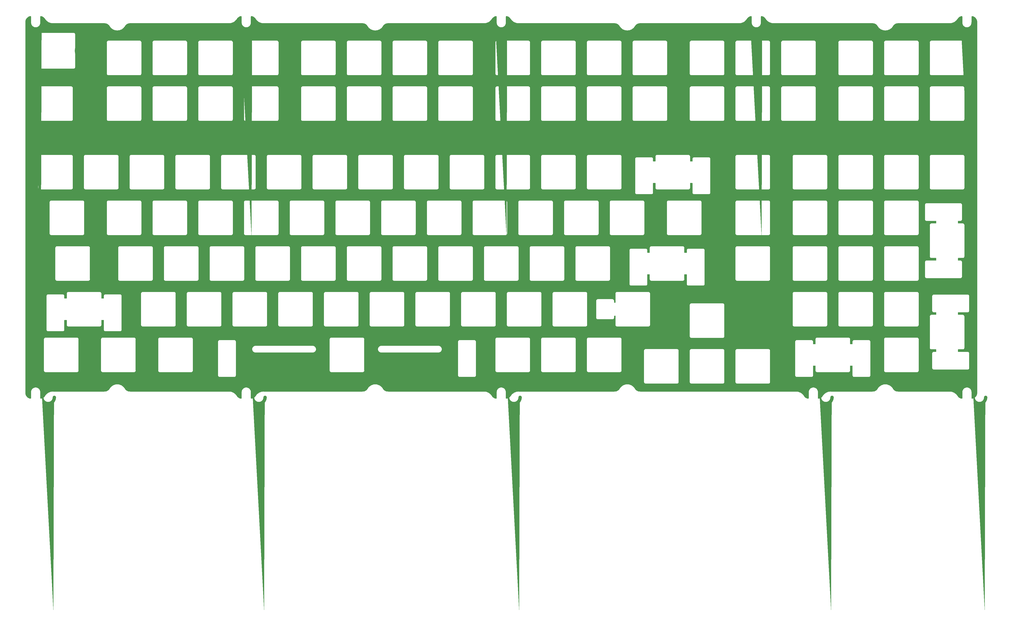
<source format=gbr>
%TF.GenerationSoftware,KiCad,Pcbnew,(6.0.2)*%
%TF.CreationDate,2022-03-07T23:39:06-05:00*%
%TF.ProjectId,FR4-fixed-layout-plate,4652342d-6669-4786-9564-2d6c61796f75,rev?*%
%TF.SameCoordinates,Original*%
%TF.FileFunction,Copper,L2,Bot*%
%TF.FilePolarity,Positive*%
%FSLAX46Y46*%
G04 Gerber Fmt 4.6, Leading zero omitted, Abs format (unit mm)*
G04 Created by KiCad (PCBNEW (6.0.2)) date 2022-03-07 23:39:06*
%MOMM*%
%LPD*%
G01*
G04 APERTURE LIST*
G04 Aperture macros list*
%AMFreePoly0*
4,1,75,0.700000,-1.100000,0.699846,-1.114660,0.697629,-1.130241,0.713298,-1.359321,0.766182,-1.613812,0.853226,-1.858731,0.972810,-2.089516,1.122704,-2.301869,1.300118,-2.491833,1.501747,-2.655870,1.723834,-2.790924,1.962242,-2.894479,2.212530,-2.964607,2.470036,-3.000000,2.729964,-3.000000,2.987470,-2.964607,3.237758,-2.894479,3.476166,-2.790924,3.698253,-2.655870,3.899882,-2.491833,
4.077296,-2.301869,4.227190,-2.089516,4.346774,-1.858731,4.433818,-1.613812,4.486702,-1.359321,4.503066,-1.120093,4.500038,-1.092670,4.521992,-0.925917,4.583088,-0.769214,4.679799,-0.631609,4.806542,-0.521044,4.956000,-0.443903,5.119544,-0.404639,5.287733,-0.405520,5.450858,-0.446494,5.599499,-0.525196,5.725078,-0.637082,5.820343,-0.775693,5.879794,-0.933027,5.900000,-1.100000,
5.899846,-1.114660,5.898874,-1.121492,5.881922,-1.444944,5.827887,-1.786109,5.738487,-2.119756,5.614700,-2.442231,5.457884,-2.750000,5.269756,-3.039691,5.052378,-3.308131,4.808131,-3.552378,4.539691,-3.769756,4.250000,-3.957884,3.942231,-4.114700,3.619756,-4.238487,3.286109,-4.327887,2.944944,-4.381922,2.600000,-4.400000,2.255056,-4.381922,1.913891,-4.327887,1.580244,-4.238487,
1.257769,-4.114700,0.950000,-3.957884,0.660309,-3.769756,0.391869,-3.552378,0.147622,-3.308131,-0.069756,-3.039691,-0.257884,-2.750000,-0.414700,-2.442231,-0.538487,-2.119756,-0.627887,-1.786109,-0.681922,-1.444944,-0.700000,-1.100000,-0.700000,1.100000,0.700000,1.100000,0.700000,-1.100000,0.700000,-1.100000,$1*%
G04 Aperture macros list end*
%TA.AperFunction,SMDPad,CuDef*%
%ADD10FreePoly0,0.000000*%
%TD*%
%TA.AperFunction,SMDPad,CuDef*%
%ADD11R,1.400000X2.200000*%
%TD*%
%TA.AperFunction,ComponentPad*%
%ADD12C,16.800000*%
%TD*%
%TA.AperFunction,SMDPad,CuDef*%
%ADD13FreePoly0,180.000000*%
%TD*%
%TA.AperFunction,ComponentPad*%
%ADD14C,11.000000*%
%TD*%
%TA.AperFunction,ComponentPad*%
%ADD15C,10.000000*%
%TD*%
%TA.AperFunction,ViaPad*%
%ADD16C,0.800000*%
%TD*%
G04 APERTURE END LIST*
D10*
%TO.P,H102,1,1*%
%TO.N,GND*%
X76887500Y34825000D03*
D11*
X82087500Y34825000D03*
%TD*%
%TO.P,H104,1,1*%
%TO.N,GND*%
X294587500Y34825000D03*
D10*
X289387500Y34825000D03*
%TD*%
D12*
%TO.P,H6,1,1*%
%TO.N,GND*%
X292893750Y-88225250D03*
%TD*%
D11*
%TO.P,H106,1,1*%
%TO.N,GND*%
X-10862500Y-121375000D03*
D13*
X-5662500Y-121375000D03*
%TD*%
D10*
%TO.P,H105,1,1*%
%TO.N,GND*%
X377137500Y34825000D03*
D11*
X382337500Y34825000D03*
%TD*%
D14*
%TO.P,H2,1,1*%
%TO.N,GND*%
X271462500Y-14287500D03*
%TD*%
D11*
%TO.P,H101,1,1*%
%TO.N,GND*%
X-5662500Y34825000D03*
D10*
X-10862500Y34825000D03*
%TD*%
D14*
%TO.P,H3,1,1*%
%TO.N,GND*%
X290512500Y-14287500D03*
%TD*%
D11*
%TO.P,H103,1,1*%
%TO.N,GND*%
X188337500Y34825000D03*
D10*
X183137500Y34825000D03*
%TD*%
D11*
%TO.P,H109,1,1*%
%TO.N,GND*%
X313137500Y-121375000D03*
D13*
X318337500Y-121375000D03*
%TD*%
%TO.P,H108,1,1*%
%TO.N,GND*%
X188337500Y-121375000D03*
D11*
X183137500Y-121375000D03*
%TD*%
D14*
%TO.P,H4,1,1*%
%TO.N,GND*%
X309562500Y-14287500D03*
%TD*%
D15*
%TO.P,H5,1,1*%
%TO.N,GND*%
X13000000Y22050000D03*
%TD*%
D11*
%TO.P,H110,1,1*%
%TO.N,GND*%
X377137500Y-121375000D03*
D13*
X382337500Y-121375000D03*
%TD*%
D11*
%TO.P,H107,1,1*%
%TO.N,GND*%
X76887500Y-121375000D03*
D13*
X82087500Y-121375000D03*
%TD*%
D16*
%TO.N,GND*%
X188250000Y35500000D03*
X77000000Y-122000000D03*
X82000000Y35500000D03*
X77000000Y35500000D03*
X82000000Y-122000000D03*
X313250000Y-122000000D03*
X382250000Y-122000000D03*
X-10750000Y-122000000D03*
X382250000Y35500000D03*
X183250000Y-122000000D03*
X377250000Y35500000D03*
X294500000Y35500000D03*
X183250000Y35500000D03*
X377250000Y-122000000D03*
X289500000Y35500000D03*
X-5750000Y-122000000D03*
X318250000Y-122000000D03*
X-5750000Y35500000D03*
X-10750000Y35500000D03*
X188250000Y-122000000D03*
%TD*%
%TA.AperFunction,Conductor*%
%TO.N,GND*%
G36*
X377585049Y36483896D02*
G01*
X377641265Y36469078D01*
X377667732Y36457774D01*
X377717313Y36427407D01*
X377739410Y36408966D01*
X377778154Y36365627D01*
X377794014Y36341608D01*
X377818654Y36288953D01*
X377826934Y36261385D01*
X377833802Y36214642D01*
X377834820Y36200547D01*
X377832357Y36189836D01*
X377834817Y36178964D01*
X377834817Y36178963D01*
X377835059Y36177895D01*
X377837500Y36156046D01*
X377837500Y33758960D01*
X377834982Y33736773D01*
X377832357Y33725358D01*
X377833329Y33721060D01*
X377850798Y33465679D01*
X377851486Y33462368D01*
X377851487Y33462361D01*
X377869159Y33377321D01*
X377903682Y33211188D01*
X377990726Y32966269D01*
X377992276Y32963278D01*
X377992278Y32963273D01*
X378053197Y32845707D01*
X378110310Y32735484D01*
X378260204Y32523131D01*
X378437618Y32333167D01*
X378440234Y32331039D01*
X378440238Y32331035D01*
X378472176Y32305052D01*
X378639247Y32169130D01*
X378861334Y32034076D01*
X379099742Y31930521D01*
X379204240Y31901242D01*
X379346770Y31861306D01*
X379346776Y31861305D01*
X379350030Y31860393D01*
X379607536Y31825000D01*
X379867464Y31825000D01*
X380124970Y31860393D01*
X380128224Y31861305D01*
X380128230Y31861306D01*
X380270760Y31901242D01*
X380375258Y31930521D01*
X380613666Y32034076D01*
X380835753Y32169130D01*
X381002824Y32305052D01*
X381034762Y32331035D01*
X381034766Y32331039D01*
X381037382Y32333167D01*
X381214796Y32523131D01*
X381364690Y32735484D01*
X381421803Y32845707D01*
X381482722Y32963273D01*
X381482724Y32963278D01*
X381484274Y32966269D01*
X381571318Y33211188D01*
X381605841Y33377321D01*
X381623513Y33462361D01*
X381623514Y33462368D01*
X381624202Y33465679D01*
X381641569Y33719571D01*
X381641582Y33719708D01*
X381642642Y33724284D01*
X381642643Y33725000D01*
X381639979Y33736679D01*
X381637500Y33758696D01*
X381637500Y36154109D01*
X381640057Y36176464D01*
X381640345Y36177704D01*
X381642642Y36187615D01*
X381642643Y36188331D01*
X381641494Y36193367D01*
X381641929Y36218420D01*
X381648100Y36260353D01*
X381656406Y36287961D01*
X381681127Y36340687D01*
X381697034Y36364727D01*
X381735895Y36408092D01*
X381758056Y36426531D01*
X381807768Y36456863D01*
X381834298Y36468132D01*
X381890639Y36482853D01*
X381919293Y36486002D01*
X381966641Y36484264D01*
X381980681Y36482704D01*
X381990758Y36478338D01*
X382001897Y36478780D01*
X382012503Y36476800D01*
X382022937Y36475748D01*
X382068976Y36464449D01*
X382267150Y36415812D01*
X382278088Y36412446D01*
X382538181Y36315635D01*
X382548657Y36311030D01*
X382764825Y36200682D01*
X382787475Y36189120D01*
X382795853Y36184843D01*
X382805721Y36179064D01*
X383036706Y36025189D01*
X383045840Y36018310D01*
X383257520Y35838810D01*
X383265806Y35830916D01*
X383455348Y35628194D01*
X383462667Y35619397D01*
X383627555Y35396147D01*
X383633808Y35386568D01*
X383655261Y35349142D01*
X383771826Y35145785D01*
X383776933Y35135546D01*
X383811693Y35054423D01*
X383886242Y34880442D01*
X383890134Y34869679D01*
X383969272Y34603666D01*
X383971896Y34592527D01*
X383983038Y34528952D01*
X384017119Y34334492D01*
X384019807Y34319153D01*
X384021125Y34307808D01*
X384035631Y34057268D01*
X384034797Y34047370D01*
X384034875Y34047370D01*
X384034855Y34036223D01*
X384032357Y34025358D01*
X384034817Y34014486D01*
X384034817Y34014484D01*
X384035059Y34013417D01*
X384037500Y33991568D01*
X384037500Y-120541039D01*
X384034982Y-120563226D01*
X384032357Y-120574641D01*
X384034818Y-120585516D01*
X384034799Y-120596311D01*
X384035661Y-120606762D01*
X384033127Y-120650538D01*
X384021131Y-120857738D01*
X384021128Y-120857784D01*
X384019809Y-120869147D01*
X384012211Y-120912499D01*
X383971896Y-121142529D01*
X383969272Y-121153667D01*
X383916396Y-121331407D01*
X383890136Y-121419676D01*
X383886245Y-121430435D01*
X383776981Y-121685436D01*
X383776935Y-121685543D01*
X383771828Y-121695782D01*
X383633876Y-121936450D01*
X383633811Y-121936563D01*
X383627555Y-121946146D01*
X383462667Y-122169396D01*
X383455348Y-122178193D01*
X383265806Y-122380915D01*
X383257523Y-122388806D01*
X383136383Y-122491531D01*
X383045844Y-122568306D01*
X383036706Y-122575188D01*
X382936714Y-122641800D01*
X382805726Y-122729060D01*
X382795858Y-122734840D01*
X382548648Y-122861034D01*
X382538191Y-122865630D01*
X382406172Y-122914771D01*
X382278087Y-122962447D01*
X382267148Y-122965813D01*
X382186886Y-122985511D01*
X382139473Y-122997147D01*
X382115877Y-123000000D01*
X381824343Y-123000000D01*
X381772779Y-122985511D01*
X381758058Y-122976529D01*
X381735894Y-122958088D01*
X381697035Y-122914725D01*
X381681128Y-122890685D01*
X381656407Y-122837959D01*
X381648101Y-122810352D01*
X381646213Y-122797520D01*
X381641964Y-122768654D01*
X381641570Y-122743671D01*
X381642642Y-122739046D01*
X381642643Y-122738330D01*
X381640345Y-122728254D01*
X381639979Y-122726651D01*
X381637500Y-122704634D01*
X381637500Y-120309221D01*
X381640057Y-120286866D01*
X381640370Y-120285518D01*
X381642642Y-120275715D01*
X381642643Y-120274999D01*
X381642273Y-120273377D01*
X381642601Y-120270531D01*
X381641639Y-120270597D01*
X381628075Y-120072299D01*
X381624202Y-120015678D01*
X381623221Y-120010954D01*
X381572007Y-119764503D01*
X381571318Y-119761187D01*
X381484274Y-119516268D01*
X381479053Y-119506191D01*
X381382958Y-119320738D01*
X381364690Y-119285483D01*
X381214796Y-119073130D01*
X381037382Y-118883166D01*
X381034763Y-118881035D01*
X381034762Y-118881034D01*
X380904427Y-118774999D01*
X380835753Y-118719129D01*
X380613666Y-118584075D01*
X380375258Y-118480520D01*
X380270760Y-118451241D01*
X380128230Y-118411305D01*
X380128224Y-118411304D01*
X380124970Y-118410392D01*
X379867464Y-118374999D01*
X379607536Y-118374999D01*
X379350030Y-118410392D01*
X379346776Y-118411304D01*
X379346770Y-118411305D01*
X379204240Y-118451241D01*
X379099742Y-118480520D01*
X378861334Y-118584075D01*
X378639247Y-118719129D01*
X378570573Y-118774999D01*
X378440238Y-118881034D01*
X378440237Y-118881035D01*
X378437618Y-118883166D01*
X378260204Y-119073130D01*
X378110310Y-119285483D01*
X378092042Y-119320738D01*
X377995948Y-119506191D01*
X377990726Y-119516268D01*
X377903682Y-119761187D01*
X377902993Y-119764503D01*
X377851780Y-120010954D01*
X377850798Y-120015678D01*
X377833393Y-120270138D01*
X377832357Y-120274641D01*
X377834818Y-120285517D01*
X377835059Y-120286582D01*
X377837500Y-120308431D01*
X377837500Y-122705517D01*
X377834982Y-122727704D01*
X377832357Y-122739119D01*
X377834817Y-122749992D01*
X377834816Y-122750681D01*
X377833764Y-122764899D01*
X377826934Y-122811382D01*
X377818654Y-122838951D01*
X377794013Y-122891607D01*
X377778155Y-122915623D01*
X377739406Y-122958969D01*
X377717309Y-122977409D01*
X377704220Y-122985425D01*
X377652515Y-123000000D01*
X377348658Y-123000000D01*
X377325908Y-122997351D01*
X377325023Y-122997142D01*
X377236249Y-122976181D01*
X377226387Y-122973304D01*
X376991090Y-122891203D01*
X376981594Y-122887327D01*
X376756059Y-122781270D01*
X376746999Y-122776420D01*
X376533685Y-122647562D01*
X376525182Y-122641804D01*
X376326367Y-122491523D01*
X376318512Y-122484917D01*
X376206976Y-122380780D01*
X376136345Y-122314835D01*
X376129220Y-122307455D01*
X375965659Y-122119398D01*
X375959344Y-122111327D01*
X375831973Y-121929861D01*
X375822475Y-121911262D01*
X375822204Y-121911392D01*
X375819777Y-121906315D01*
X375817943Y-121900999D01*
X375817563Y-121900392D01*
X375814176Y-121896997D01*
X375811893Y-121893923D01*
X375721726Y-121763814D01*
X375613774Y-121608039D01*
X375613766Y-121608029D01*
X375612476Y-121606167D01*
X375611018Y-121604429D01*
X375611013Y-121604422D01*
X375383499Y-121333154D01*
X375383490Y-121333144D01*
X375382033Y-121331407D01*
X375127353Y-121078951D01*
X374850583Y-120850928D01*
X374554058Y-120649262D01*
X374359358Y-120541538D01*
X374242274Y-120476757D01*
X374242270Y-120476755D01*
X374240280Y-120475654D01*
X374238198Y-120474741D01*
X374238193Y-120474738D01*
X373913976Y-120332481D01*
X373913972Y-120332480D01*
X373911897Y-120331569D01*
X373626748Y-120236569D01*
X373573819Y-120218935D01*
X373573813Y-120218933D01*
X373571678Y-120218222D01*
X373569486Y-120217710D01*
X373569481Y-120217708D01*
X373224709Y-120137088D01*
X373224710Y-120137088D01*
X373222494Y-120136570D01*
X373220237Y-120136257D01*
X373220232Y-120136256D01*
X373082832Y-120117198D01*
X372867292Y-120087302D01*
X372649335Y-120077282D01*
X372518547Y-120071269D01*
X372514451Y-120070939D01*
X372509783Y-120069857D01*
X372509067Y-120069856D01*
X372503618Y-120071099D01*
X372497388Y-120072520D01*
X372475371Y-120074999D01*
X351081828Y-120074999D01*
X351059641Y-120072481D01*
X351048226Y-120069856D01*
X351037349Y-120072317D01*
X351026754Y-120072299D01*
X351016099Y-120073182D01*
X350924712Y-120067955D01*
X350768453Y-120059017D01*
X350757233Y-120057730D01*
X350487027Y-120010954D01*
X350476027Y-120008395D01*
X350212930Y-119931118D01*
X350202296Y-119927324D01*
X349949705Y-119820542D01*
X349939573Y-119815557D01*
X349700831Y-119680684D01*
X349691323Y-119674572D01*
X349580489Y-119594014D01*
X349469504Y-119513346D01*
X349460764Y-119506196D01*
X349258783Y-119320736D01*
X349250907Y-119312628D01*
X349071389Y-119105344D01*
X349064497Y-119096402D01*
X348924980Y-118892232D01*
X348915814Y-118873593D01*
X348915445Y-118873761D01*
X348913108Y-118868641D01*
X348911364Y-118863282D01*
X348911181Y-118862978D01*
X348911180Y-118862974D01*
X348911177Y-118862971D01*
X348910995Y-118862668D01*
X348908293Y-118859862D01*
X348908259Y-118859815D01*
X348709573Y-118563905D01*
X348709572Y-118563904D01*
X348708224Y-118561896D01*
X348477558Y-118281988D01*
X348220625Y-118025978D01*
X347939888Y-117796323D01*
X347638038Y-117595222D01*
X347317968Y-117424604D01*
X346982747Y-117286104D01*
X346980433Y-117285404D01*
X346980428Y-117285402D01*
X346637924Y-117181758D01*
X346635588Y-117181051D01*
X346279820Y-117110451D01*
X345918853Y-117074981D01*
X345556148Y-117074981D01*
X345195181Y-117110451D01*
X344839413Y-117181051D01*
X344837084Y-117181756D01*
X344837075Y-117181758D01*
X344494584Y-117285399D01*
X344494580Y-117285400D01*
X344492255Y-117286104D01*
X344157034Y-117424603D01*
X343836964Y-117595221D01*
X343535113Y-117796322D01*
X343254376Y-118025977D01*
X342997443Y-118281986D01*
X342995912Y-118283843D01*
X342995910Y-118283846D01*
X342792749Y-118530379D01*
X342766777Y-118561895D01*
X342765429Y-118563903D01*
X342765428Y-118563904D01*
X342567636Y-118858482D01*
X342566892Y-118859066D01*
X342566637Y-118859723D01*
X342564376Y-118862054D01*
X342564193Y-118862356D01*
X342564190Y-118862360D01*
X342564188Y-118862365D01*
X342564006Y-118862667D01*
X342562267Y-118867950D01*
X342559950Y-118872998D01*
X342559665Y-118872867D01*
X342550315Y-118891799D01*
X342410508Y-119096390D01*
X342403608Y-119105344D01*
X342249989Y-119282724D01*
X342224092Y-119312626D01*
X342216216Y-119320734D01*
X342014236Y-119506194D01*
X342005496Y-119513344D01*
X341784101Y-119674262D01*
X341783677Y-119674570D01*
X341774167Y-119680684D01*
X341535430Y-119815554D01*
X341525295Y-119820540D01*
X341272706Y-119927321D01*
X341262070Y-119931116D01*
X340998973Y-120008393D01*
X340987973Y-120010952D01*
X340717767Y-120057728D01*
X340706548Y-120059015D01*
X340546132Y-120068191D01*
X340459413Y-120073151D01*
X340449503Y-120072313D01*
X340449503Y-120072374D01*
X340438356Y-120072354D01*
X340427491Y-120069856D01*
X340416619Y-120072316D01*
X340416617Y-120072316D01*
X340415550Y-120072558D01*
X340393701Y-120074999D01*
X323000155Y-120074999D01*
X322977803Y-120072442D01*
X322966649Y-120069857D01*
X322965933Y-120069856D01*
X322961251Y-120070924D01*
X322957492Y-120071221D01*
X322609982Y-120087197D01*
X322609972Y-120087198D01*
X322607708Y-120087302D01*
X322492427Y-120103292D01*
X322254768Y-120136256D01*
X322254763Y-120136257D01*
X322252506Y-120136570D01*
X322250290Y-120137088D01*
X322250291Y-120137088D01*
X321905519Y-120217708D01*
X321905514Y-120217710D01*
X321903322Y-120218222D01*
X321901187Y-120218933D01*
X321901181Y-120218935D01*
X321848252Y-120236569D01*
X321563103Y-120331569D01*
X321561028Y-120332480D01*
X321561024Y-120332481D01*
X321236807Y-120474738D01*
X321236802Y-120474741D01*
X321234720Y-120475654D01*
X321232730Y-120476755D01*
X321232726Y-120476757D01*
X321115642Y-120541538D01*
X320920942Y-120649262D01*
X320624417Y-120850928D01*
X320347647Y-121078951D01*
X320092967Y-121331407D01*
X320091510Y-121333144D01*
X320091501Y-121333154D01*
X319863987Y-121604422D01*
X319863982Y-121604429D01*
X319862524Y-121606167D01*
X319861234Y-121608029D01*
X319861226Y-121608039D01*
X319663685Y-121893090D01*
X319661215Y-121896406D01*
X319657818Y-121899786D01*
X319657628Y-121900088D01*
X319657627Y-121900089D01*
X319657626Y-121900091D01*
X319657437Y-121900392D01*
X319655602Y-121905649D01*
X319653185Y-121910675D01*
X319652994Y-121910583D01*
X319643327Y-121929433D01*
X319515656Y-122111328D01*
X319509341Y-122119398D01*
X319345780Y-122307455D01*
X319338655Y-122314835D01*
X319268024Y-122380780D01*
X319156488Y-122484917D01*
X319148633Y-122491523D01*
X318949818Y-122641804D01*
X318941315Y-122647562D01*
X318728001Y-122776420D01*
X318718941Y-122781270D01*
X318493406Y-122887327D01*
X318483910Y-122891203D01*
X318248613Y-122973304D01*
X318238747Y-122976182D01*
X318149090Y-122997351D01*
X318126341Y-123000000D01*
X317822485Y-123000000D01*
X317770778Y-122985424D01*
X317757690Y-122977408D01*
X317735590Y-122958965D01*
X317696846Y-122915626D01*
X317680985Y-122891605D01*
X317678982Y-122887323D01*
X317656346Y-122838950D01*
X317648066Y-122811384D01*
X317641198Y-122764641D01*
X317640180Y-122750546D01*
X317642643Y-122739835D01*
X317639941Y-122727894D01*
X317637500Y-122706045D01*
X317637500Y-120309221D01*
X317640057Y-120286866D01*
X317640370Y-120285518D01*
X317642642Y-120275715D01*
X317642643Y-120274999D01*
X317642273Y-120273377D01*
X317642601Y-120270531D01*
X317641639Y-120270597D01*
X317628075Y-120072299D01*
X317624202Y-120015678D01*
X317623221Y-120010954D01*
X317572007Y-119764503D01*
X317571318Y-119761187D01*
X317484274Y-119516268D01*
X317479053Y-119506191D01*
X317382958Y-119320738D01*
X317364690Y-119285483D01*
X317214796Y-119073130D01*
X317037382Y-118883166D01*
X317034763Y-118881035D01*
X317034762Y-118881034D01*
X316904427Y-118774999D01*
X316835753Y-118719129D01*
X316613666Y-118584075D01*
X316375258Y-118480520D01*
X316270760Y-118451241D01*
X316128230Y-118411305D01*
X316128224Y-118411304D01*
X316124970Y-118410392D01*
X315867464Y-118374999D01*
X315607536Y-118374999D01*
X315350030Y-118410392D01*
X315346776Y-118411304D01*
X315346770Y-118411305D01*
X315204240Y-118451241D01*
X315099742Y-118480520D01*
X314861334Y-118584075D01*
X314639247Y-118719129D01*
X314570573Y-118774999D01*
X314440238Y-118881034D01*
X314440237Y-118881035D01*
X314437618Y-118883166D01*
X314260204Y-119073130D01*
X314110310Y-119285483D01*
X314092042Y-119320738D01*
X313995948Y-119506191D01*
X313990726Y-119516268D01*
X313903682Y-119761187D01*
X313902993Y-119764503D01*
X313851780Y-120010954D01*
X313850798Y-120015678D01*
X313833393Y-120270138D01*
X313832357Y-120274641D01*
X313834818Y-120285517D01*
X313835059Y-120286582D01*
X313837500Y-120308431D01*
X313837500Y-122705517D01*
X313834982Y-122727704D01*
X313832357Y-122739119D01*
X313834817Y-122749992D01*
X313834816Y-122750681D01*
X313833764Y-122764899D01*
X313826934Y-122811382D01*
X313818654Y-122838951D01*
X313794013Y-122891607D01*
X313778155Y-122915623D01*
X313739406Y-122958969D01*
X313717309Y-122977409D01*
X313704220Y-122985425D01*
X313652515Y-123000000D01*
X313348658Y-123000000D01*
X313325908Y-122997351D01*
X313325023Y-122997142D01*
X313236249Y-122976181D01*
X313226387Y-122973304D01*
X312991090Y-122891203D01*
X312981594Y-122887327D01*
X312756059Y-122781270D01*
X312746999Y-122776420D01*
X312533685Y-122647562D01*
X312525182Y-122641804D01*
X312326367Y-122491523D01*
X312318512Y-122484917D01*
X312206976Y-122380780D01*
X312136345Y-122314835D01*
X312129220Y-122307455D01*
X311965659Y-122119398D01*
X311959344Y-122111327D01*
X311831973Y-121929861D01*
X311822475Y-121911262D01*
X311822204Y-121911392D01*
X311819777Y-121906315D01*
X311817943Y-121900999D01*
X311817563Y-121900392D01*
X311814176Y-121896997D01*
X311811893Y-121893923D01*
X311721726Y-121763814D01*
X311613774Y-121608039D01*
X311613766Y-121608029D01*
X311612476Y-121606167D01*
X311611018Y-121604429D01*
X311611013Y-121604422D01*
X311383499Y-121333154D01*
X311383490Y-121333144D01*
X311382033Y-121331407D01*
X311127353Y-121078951D01*
X310850583Y-120850928D01*
X310554058Y-120649262D01*
X310359358Y-120541538D01*
X310242274Y-120476757D01*
X310242270Y-120476755D01*
X310240280Y-120475654D01*
X310238198Y-120474741D01*
X310238193Y-120474738D01*
X309913976Y-120332481D01*
X309913972Y-120332480D01*
X309911897Y-120331569D01*
X309626748Y-120236569D01*
X309573819Y-120218935D01*
X309573813Y-120218933D01*
X309571678Y-120218222D01*
X309569486Y-120217710D01*
X309569481Y-120217708D01*
X309224709Y-120137088D01*
X309224710Y-120137088D01*
X309222494Y-120136570D01*
X309220237Y-120136257D01*
X309220232Y-120136256D01*
X309082832Y-120117198D01*
X308867292Y-120087302D01*
X308649335Y-120077282D01*
X308518547Y-120071269D01*
X308514451Y-120070939D01*
X308509783Y-120069857D01*
X308509067Y-120069856D01*
X308503618Y-120071099D01*
X308497388Y-120072520D01*
X308475371Y-120074999D01*
X243581828Y-120074999D01*
X243559641Y-120072481D01*
X243548226Y-120069856D01*
X243537349Y-120072317D01*
X243526754Y-120072299D01*
X243516099Y-120073182D01*
X243424712Y-120067955D01*
X243268453Y-120059017D01*
X243257233Y-120057730D01*
X242987027Y-120010954D01*
X242976027Y-120008395D01*
X242712930Y-119931118D01*
X242702296Y-119927324D01*
X242449705Y-119820542D01*
X242439573Y-119815557D01*
X242200831Y-119680684D01*
X242191323Y-119674572D01*
X242080489Y-119594014D01*
X241969504Y-119513346D01*
X241960764Y-119506196D01*
X241758783Y-119320736D01*
X241750907Y-119312628D01*
X241571389Y-119105344D01*
X241564497Y-119096402D01*
X241424980Y-118892232D01*
X241415814Y-118873593D01*
X241415445Y-118873761D01*
X241413108Y-118868641D01*
X241411364Y-118863282D01*
X241411181Y-118862978D01*
X241411180Y-118862974D01*
X241411177Y-118862971D01*
X241410995Y-118862668D01*
X241408293Y-118859862D01*
X241408259Y-118859815D01*
X241209573Y-118563905D01*
X241209572Y-118563904D01*
X241208224Y-118561896D01*
X240977558Y-118281988D01*
X240720625Y-118025978D01*
X240439888Y-117796323D01*
X240138038Y-117595222D01*
X239817968Y-117424604D01*
X239482747Y-117286104D01*
X239480433Y-117285404D01*
X239480428Y-117285402D01*
X239137924Y-117181758D01*
X239135588Y-117181051D01*
X238779820Y-117110451D01*
X238418853Y-117074981D01*
X238056148Y-117074981D01*
X237695181Y-117110451D01*
X237339413Y-117181051D01*
X237337084Y-117181756D01*
X237337075Y-117181758D01*
X236994584Y-117285399D01*
X236994580Y-117285400D01*
X236992255Y-117286104D01*
X236657034Y-117424603D01*
X236336964Y-117595221D01*
X236035113Y-117796322D01*
X235754376Y-118025977D01*
X235497443Y-118281986D01*
X235495912Y-118283843D01*
X235495910Y-118283846D01*
X235292749Y-118530379D01*
X235266777Y-118561895D01*
X235265429Y-118563903D01*
X235265428Y-118563904D01*
X235067636Y-118858482D01*
X235066892Y-118859066D01*
X235066637Y-118859723D01*
X235064376Y-118862054D01*
X235064193Y-118862356D01*
X235064190Y-118862360D01*
X235064188Y-118862365D01*
X235064006Y-118862667D01*
X235062267Y-118867950D01*
X235059950Y-118872998D01*
X235059665Y-118872867D01*
X235050315Y-118891799D01*
X234910508Y-119096390D01*
X234903608Y-119105344D01*
X234749989Y-119282724D01*
X234724092Y-119312626D01*
X234716216Y-119320734D01*
X234514236Y-119506194D01*
X234505496Y-119513344D01*
X234284101Y-119674262D01*
X234283677Y-119674570D01*
X234274167Y-119680684D01*
X234035430Y-119815554D01*
X234025295Y-119820540D01*
X233772706Y-119927321D01*
X233762070Y-119931116D01*
X233498973Y-120008393D01*
X233487973Y-120010952D01*
X233217767Y-120057728D01*
X233206548Y-120059015D01*
X233046132Y-120068191D01*
X232959413Y-120073151D01*
X232949503Y-120072313D01*
X232949503Y-120072374D01*
X232938356Y-120072354D01*
X232927491Y-120069856D01*
X232916619Y-120072316D01*
X232916617Y-120072316D01*
X232915550Y-120072558D01*
X232893701Y-120074999D01*
X193000155Y-120074999D01*
X192977803Y-120072442D01*
X192966649Y-120069857D01*
X192965933Y-120069856D01*
X192961251Y-120070924D01*
X192957492Y-120071221D01*
X192609982Y-120087197D01*
X192609972Y-120087198D01*
X192607708Y-120087302D01*
X192492427Y-120103292D01*
X192254768Y-120136256D01*
X192254763Y-120136257D01*
X192252506Y-120136570D01*
X192250290Y-120137088D01*
X192250291Y-120137088D01*
X191905519Y-120217708D01*
X191905514Y-120217710D01*
X191903322Y-120218222D01*
X191901187Y-120218933D01*
X191901181Y-120218935D01*
X191848252Y-120236569D01*
X191563103Y-120331569D01*
X191561028Y-120332480D01*
X191561024Y-120332481D01*
X191236807Y-120474738D01*
X191236802Y-120474741D01*
X191234720Y-120475654D01*
X191232730Y-120476755D01*
X191232726Y-120476757D01*
X191115642Y-120541538D01*
X190920942Y-120649262D01*
X190624417Y-120850928D01*
X190347647Y-121078951D01*
X190092967Y-121331407D01*
X190091510Y-121333144D01*
X190091501Y-121333154D01*
X189863987Y-121604422D01*
X189863982Y-121604429D01*
X189862524Y-121606167D01*
X189861234Y-121608029D01*
X189861226Y-121608039D01*
X189663685Y-121893090D01*
X189661215Y-121896406D01*
X189657818Y-121899786D01*
X189657628Y-121900088D01*
X189657627Y-121900089D01*
X189657626Y-121900091D01*
X189657437Y-121900392D01*
X189655602Y-121905649D01*
X189653185Y-121910675D01*
X189652994Y-121910583D01*
X189643327Y-121929433D01*
X189515656Y-122111328D01*
X189509341Y-122119398D01*
X189345780Y-122307455D01*
X189338655Y-122314835D01*
X189268024Y-122380780D01*
X189156488Y-122484917D01*
X189148633Y-122491523D01*
X188949818Y-122641804D01*
X188941315Y-122647562D01*
X188728001Y-122776420D01*
X188718941Y-122781270D01*
X188493406Y-122887327D01*
X188483910Y-122891203D01*
X188248613Y-122973304D01*
X188238747Y-122976182D01*
X188149090Y-122997351D01*
X188126341Y-123000000D01*
X187822485Y-123000000D01*
X187770778Y-122985424D01*
X187757690Y-122977408D01*
X187735590Y-122958965D01*
X187696846Y-122915626D01*
X187680985Y-122891605D01*
X187678982Y-122887323D01*
X187656346Y-122838950D01*
X187648066Y-122811384D01*
X187641198Y-122764641D01*
X187640180Y-122750546D01*
X187642643Y-122739835D01*
X187639941Y-122727894D01*
X187637500Y-122706045D01*
X187637500Y-120309221D01*
X187640057Y-120286866D01*
X187640370Y-120285518D01*
X187642642Y-120275715D01*
X187642643Y-120274999D01*
X187642273Y-120273377D01*
X187642601Y-120270531D01*
X187641639Y-120270597D01*
X187628075Y-120072299D01*
X187624202Y-120015678D01*
X187623221Y-120010954D01*
X187572007Y-119764503D01*
X187571318Y-119761187D01*
X187484274Y-119516268D01*
X187479053Y-119506191D01*
X187382958Y-119320738D01*
X187364690Y-119285483D01*
X187214796Y-119073130D01*
X187037382Y-118883166D01*
X187034763Y-118881035D01*
X187034762Y-118881034D01*
X186904427Y-118774999D01*
X186835753Y-118719129D01*
X186613666Y-118584075D01*
X186375258Y-118480520D01*
X186270760Y-118451241D01*
X186128230Y-118411305D01*
X186128224Y-118411304D01*
X186124970Y-118410392D01*
X185867464Y-118374999D01*
X185607536Y-118374999D01*
X185350030Y-118410392D01*
X185346776Y-118411304D01*
X185346770Y-118411305D01*
X185204240Y-118451241D01*
X185099742Y-118480520D01*
X184861334Y-118584075D01*
X184639247Y-118719129D01*
X184570573Y-118774999D01*
X184440238Y-118881034D01*
X184440237Y-118881035D01*
X184437618Y-118883166D01*
X184260204Y-119073130D01*
X184110310Y-119285483D01*
X184092042Y-119320738D01*
X183995948Y-119506191D01*
X183990726Y-119516268D01*
X183903682Y-119761187D01*
X183902993Y-119764503D01*
X183851780Y-120010954D01*
X183850798Y-120015678D01*
X183833393Y-120270138D01*
X183832357Y-120274641D01*
X183834818Y-120285517D01*
X183835059Y-120286582D01*
X183837500Y-120308431D01*
X183837500Y-122705517D01*
X183834982Y-122727704D01*
X183832357Y-122739119D01*
X183834817Y-122749992D01*
X183834816Y-122750681D01*
X183833764Y-122764899D01*
X183826934Y-122811382D01*
X183818654Y-122838951D01*
X183794013Y-122891607D01*
X183778155Y-122915623D01*
X183739406Y-122958969D01*
X183717309Y-122977409D01*
X183704220Y-122985425D01*
X183652515Y-123000000D01*
X183348658Y-123000000D01*
X183325908Y-122997351D01*
X183325023Y-122997142D01*
X183236249Y-122976181D01*
X183226387Y-122973304D01*
X182991090Y-122891203D01*
X182981594Y-122887327D01*
X182756059Y-122781270D01*
X182746999Y-122776420D01*
X182533685Y-122647562D01*
X182525182Y-122641804D01*
X182326367Y-122491523D01*
X182318512Y-122484917D01*
X182206976Y-122380780D01*
X182136345Y-122314835D01*
X182129220Y-122307455D01*
X181965659Y-122119398D01*
X181959344Y-122111327D01*
X181831973Y-121929861D01*
X181822475Y-121911262D01*
X181822204Y-121911392D01*
X181819777Y-121906315D01*
X181817943Y-121900999D01*
X181817563Y-121900392D01*
X181814176Y-121896997D01*
X181811893Y-121893923D01*
X181721726Y-121763814D01*
X181613774Y-121608039D01*
X181613766Y-121608029D01*
X181612476Y-121606167D01*
X181611018Y-121604429D01*
X181611013Y-121604422D01*
X181383499Y-121333154D01*
X181383490Y-121333144D01*
X181382033Y-121331407D01*
X181127353Y-121078951D01*
X180850583Y-120850928D01*
X180554058Y-120649262D01*
X180359358Y-120541538D01*
X180242274Y-120476757D01*
X180242270Y-120476755D01*
X180240280Y-120475654D01*
X180238198Y-120474741D01*
X180238193Y-120474738D01*
X179913976Y-120332481D01*
X179913972Y-120332480D01*
X179911897Y-120331569D01*
X179626748Y-120236569D01*
X179573819Y-120218935D01*
X179573813Y-120218933D01*
X179571678Y-120218222D01*
X179569486Y-120217710D01*
X179569481Y-120217708D01*
X179224709Y-120137088D01*
X179224710Y-120137088D01*
X179222494Y-120136570D01*
X179220237Y-120136257D01*
X179220232Y-120136256D01*
X179082832Y-120117198D01*
X178867292Y-120087302D01*
X178649335Y-120077282D01*
X178518547Y-120071269D01*
X178514451Y-120070939D01*
X178509783Y-120069857D01*
X178509067Y-120069856D01*
X178503618Y-120071099D01*
X178497388Y-120072520D01*
X178475371Y-120074999D01*
X138581828Y-120074999D01*
X138559641Y-120072481D01*
X138548226Y-120069856D01*
X138537349Y-120072317D01*
X138526754Y-120072299D01*
X138516099Y-120073182D01*
X138424712Y-120067955D01*
X138268453Y-120059017D01*
X138257233Y-120057730D01*
X137987027Y-120010954D01*
X137976027Y-120008395D01*
X137712930Y-119931118D01*
X137702296Y-119927324D01*
X137449705Y-119820542D01*
X137439573Y-119815557D01*
X137200831Y-119680684D01*
X137191323Y-119674572D01*
X137080489Y-119594014D01*
X136969504Y-119513346D01*
X136960764Y-119506196D01*
X136758783Y-119320736D01*
X136750907Y-119312628D01*
X136571389Y-119105344D01*
X136564497Y-119096402D01*
X136424980Y-118892232D01*
X136415814Y-118873593D01*
X136415445Y-118873761D01*
X136413108Y-118868641D01*
X136411364Y-118863282D01*
X136411181Y-118862978D01*
X136411180Y-118862974D01*
X136411177Y-118862971D01*
X136410995Y-118862668D01*
X136408293Y-118859862D01*
X136408259Y-118859815D01*
X136209573Y-118563905D01*
X136209572Y-118563904D01*
X136208224Y-118561896D01*
X135977558Y-118281988D01*
X135720625Y-118025978D01*
X135439888Y-117796323D01*
X135138038Y-117595222D01*
X134817968Y-117424604D01*
X134482747Y-117286104D01*
X134480433Y-117285404D01*
X134480428Y-117285402D01*
X134137924Y-117181758D01*
X134135588Y-117181051D01*
X133779820Y-117110451D01*
X133418853Y-117074981D01*
X133056148Y-117074981D01*
X132695181Y-117110451D01*
X132339413Y-117181051D01*
X132337084Y-117181756D01*
X132337075Y-117181758D01*
X131994584Y-117285399D01*
X131994580Y-117285400D01*
X131992255Y-117286104D01*
X131657034Y-117424603D01*
X131336964Y-117595221D01*
X131035113Y-117796322D01*
X130754376Y-118025977D01*
X130497443Y-118281986D01*
X130495912Y-118283843D01*
X130495910Y-118283846D01*
X130292749Y-118530379D01*
X130266777Y-118561895D01*
X130265429Y-118563903D01*
X130265428Y-118563904D01*
X130067636Y-118858482D01*
X130066892Y-118859066D01*
X130066637Y-118859723D01*
X130064376Y-118862054D01*
X130064193Y-118862356D01*
X130064190Y-118862360D01*
X130064188Y-118862365D01*
X130064006Y-118862667D01*
X130062267Y-118867950D01*
X130059950Y-118872998D01*
X130059665Y-118872867D01*
X130050315Y-118891799D01*
X129910508Y-119096390D01*
X129903608Y-119105344D01*
X129749989Y-119282724D01*
X129724092Y-119312626D01*
X129716216Y-119320734D01*
X129514236Y-119506194D01*
X129505496Y-119513344D01*
X129284101Y-119674262D01*
X129283677Y-119674570D01*
X129274167Y-119680684D01*
X129035430Y-119815554D01*
X129025295Y-119820540D01*
X128772706Y-119927321D01*
X128762070Y-119931116D01*
X128498973Y-120008393D01*
X128487973Y-120010952D01*
X128217767Y-120057728D01*
X128206548Y-120059015D01*
X128046132Y-120068191D01*
X127959413Y-120073151D01*
X127949503Y-120072313D01*
X127949503Y-120072374D01*
X127938356Y-120072354D01*
X127927491Y-120069856D01*
X127916619Y-120072316D01*
X127916617Y-120072316D01*
X127915550Y-120072558D01*
X127893701Y-120074999D01*
X86750155Y-120074999D01*
X86727803Y-120072442D01*
X86716649Y-120069857D01*
X86715933Y-120069856D01*
X86711251Y-120070924D01*
X86707492Y-120071221D01*
X86359982Y-120087197D01*
X86359972Y-120087198D01*
X86357708Y-120087302D01*
X86242427Y-120103292D01*
X86004768Y-120136256D01*
X86004763Y-120136257D01*
X86002506Y-120136570D01*
X86000290Y-120137088D01*
X86000291Y-120137088D01*
X85655519Y-120217708D01*
X85655514Y-120217710D01*
X85653322Y-120218222D01*
X85651187Y-120218933D01*
X85651181Y-120218935D01*
X85598252Y-120236569D01*
X85313103Y-120331569D01*
X85311028Y-120332480D01*
X85311024Y-120332481D01*
X84986807Y-120474738D01*
X84986802Y-120474741D01*
X84984720Y-120475654D01*
X84982730Y-120476755D01*
X84982726Y-120476757D01*
X84865642Y-120541538D01*
X84670942Y-120649262D01*
X84374417Y-120850928D01*
X84097647Y-121078951D01*
X83842967Y-121331407D01*
X83841510Y-121333144D01*
X83841501Y-121333154D01*
X83613987Y-121604422D01*
X83613982Y-121604429D01*
X83612524Y-121606167D01*
X83611234Y-121608029D01*
X83611226Y-121608039D01*
X83413685Y-121893090D01*
X83411215Y-121896406D01*
X83407818Y-121899786D01*
X83407628Y-121900088D01*
X83407627Y-121900089D01*
X83407626Y-121900091D01*
X83407437Y-121900392D01*
X83405602Y-121905649D01*
X83403185Y-121910675D01*
X83402994Y-121910583D01*
X83393327Y-121929433D01*
X83265656Y-122111328D01*
X83259341Y-122119398D01*
X83095780Y-122307455D01*
X83088655Y-122314835D01*
X83018024Y-122380780D01*
X82906488Y-122484917D01*
X82898633Y-122491523D01*
X82699818Y-122641804D01*
X82691315Y-122647562D01*
X82478001Y-122776420D01*
X82468941Y-122781270D01*
X82243406Y-122887327D01*
X82233910Y-122891203D01*
X81998613Y-122973304D01*
X81988747Y-122976182D01*
X81899090Y-122997351D01*
X81876341Y-123000000D01*
X81572485Y-123000000D01*
X81520778Y-122985424D01*
X81507690Y-122977408D01*
X81485590Y-122958965D01*
X81446846Y-122915626D01*
X81430985Y-122891605D01*
X81428982Y-122887323D01*
X81406346Y-122838950D01*
X81398066Y-122811384D01*
X81391198Y-122764641D01*
X81390180Y-122750546D01*
X81392643Y-122739835D01*
X81389941Y-122727894D01*
X81387500Y-122706045D01*
X81387500Y-120309221D01*
X81390057Y-120286866D01*
X81390370Y-120285518D01*
X81392642Y-120275715D01*
X81392643Y-120274999D01*
X81392273Y-120273377D01*
X81392601Y-120270531D01*
X81391639Y-120270597D01*
X81378075Y-120072299D01*
X81374202Y-120015678D01*
X81373221Y-120010954D01*
X81322007Y-119764503D01*
X81321318Y-119761187D01*
X81234274Y-119516268D01*
X81229053Y-119506191D01*
X81132958Y-119320738D01*
X81114690Y-119285483D01*
X80964796Y-119073130D01*
X80787382Y-118883166D01*
X80784763Y-118881035D01*
X80784762Y-118881034D01*
X80654427Y-118774999D01*
X80585753Y-118719129D01*
X80363666Y-118584075D01*
X80125258Y-118480520D01*
X80020760Y-118451241D01*
X79878230Y-118411305D01*
X79878224Y-118411304D01*
X79874970Y-118410392D01*
X79617464Y-118374999D01*
X79357536Y-118374999D01*
X79100030Y-118410392D01*
X79096776Y-118411304D01*
X79096770Y-118411305D01*
X78954240Y-118451241D01*
X78849742Y-118480520D01*
X78611334Y-118584075D01*
X78389247Y-118719129D01*
X78320573Y-118774999D01*
X78190238Y-118881034D01*
X78190237Y-118881035D01*
X78187618Y-118883166D01*
X78010204Y-119073130D01*
X77860310Y-119285483D01*
X77842042Y-119320738D01*
X77745948Y-119506191D01*
X77740726Y-119516268D01*
X77653682Y-119761187D01*
X77652993Y-119764503D01*
X77601780Y-120010954D01*
X77600798Y-120015678D01*
X77583393Y-120270138D01*
X77582357Y-120274641D01*
X77584818Y-120285517D01*
X77585059Y-120286582D01*
X77587500Y-120308431D01*
X77587500Y-122705517D01*
X77584982Y-122727704D01*
X77582357Y-122739119D01*
X77584817Y-122749992D01*
X77584816Y-122750681D01*
X77583764Y-122764899D01*
X77576934Y-122811382D01*
X77568654Y-122838951D01*
X77544013Y-122891607D01*
X77528155Y-122915623D01*
X77489406Y-122958969D01*
X77467309Y-122977409D01*
X77454220Y-122985425D01*
X77402515Y-123000000D01*
X77098658Y-123000000D01*
X77075908Y-122997351D01*
X77075023Y-122997142D01*
X76986249Y-122976181D01*
X76976387Y-122973304D01*
X76741090Y-122891203D01*
X76731594Y-122887327D01*
X76506059Y-122781270D01*
X76496999Y-122776420D01*
X76283685Y-122647562D01*
X76275182Y-122641804D01*
X76076367Y-122491523D01*
X76068512Y-122484917D01*
X75956976Y-122380780D01*
X75886345Y-122314835D01*
X75879220Y-122307455D01*
X75715659Y-122119398D01*
X75709344Y-122111327D01*
X75581973Y-121929861D01*
X75572475Y-121911262D01*
X75572204Y-121911392D01*
X75569777Y-121906315D01*
X75567943Y-121900999D01*
X75567563Y-121900392D01*
X75564176Y-121896997D01*
X75561893Y-121893923D01*
X75471726Y-121763814D01*
X75363774Y-121608039D01*
X75363766Y-121608029D01*
X75362476Y-121606167D01*
X75361018Y-121604429D01*
X75361013Y-121604422D01*
X75133499Y-121333154D01*
X75133490Y-121333144D01*
X75132033Y-121331407D01*
X74877353Y-121078951D01*
X74600583Y-120850928D01*
X74304058Y-120649262D01*
X74109358Y-120541538D01*
X73992274Y-120476757D01*
X73992270Y-120476755D01*
X73990280Y-120475654D01*
X73988198Y-120474741D01*
X73988193Y-120474738D01*
X73663976Y-120332481D01*
X73663972Y-120332480D01*
X73661897Y-120331569D01*
X73376748Y-120236569D01*
X73323819Y-120218935D01*
X73323813Y-120218933D01*
X73321678Y-120218222D01*
X73319486Y-120217710D01*
X73319481Y-120217708D01*
X72974709Y-120137088D01*
X72974710Y-120137088D01*
X72972494Y-120136570D01*
X72970237Y-120136257D01*
X72970232Y-120136256D01*
X72832832Y-120117198D01*
X72617292Y-120087302D01*
X72399335Y-120077282D01*
X72268547Y-120071269D01*
X72264451Y-120070939D01*
X72259783Y-120069857D01*
X72259067Y-120069856D01*
X72253618Y-120071099D01*
X72247388Y-120072520D01*
X72225371Y-120074999D01*
X31081828Y-120074999D01*
X31059641Y-120072481D01*
X31048226Y-120069856D01*
X31037349Y-120072317D01*
X31026754Y-120072299D01*
X31016099Y-120073182D01*
X30924712Y-120067955D01*
X30768453Y-120059017D01*
X30757233Y-120057730D01*
X30487027Y-120010954D01*
X30476027Y-120008395D01*
X30212930Y-119931118D01*
X30202296Y-119927324D01*
X29949705Y-119820542D01*
X29939573Y-119815557D01*
X29700831Y-119680684D01*
X29691323Y-119674572D01*
X29580489Y-119594014D01*
X29469504Y-119513346D01*
X29460764Y-119506196D01*
X29258783Y-119320736D01*
X29250907Y-119312628D01*
X29071389Y-119105344D01*
X29064497Y-119096402D01*
X28924980Y-118892232D01*
X28915814Y-118873593D01*
X28915445Y-118873761D01*
X28913108Y-118868641D01*
X28911364Y-118863282D01*
X28911181Y-118862978D01*
X28911180Y-118862974D01*
X28911177Y-118862971D01*
X28910995Y-118862668D01*
X28908293Y-118859862D01*
X28908259Y-118859815D01*
X28709573Y-118563905D01*
X28709572Y-118563904D01*
X28708224Y-118561896D01*
X28477558Y-118281988D01*
X28220625Y-118025978D01*
X27939888Y-117796323D01*
X27638038Y-117595222D01*
X27317968Y-117424604D01*
X26982747Y-117286104D01*
X26980433Y-117285404D01*
X26980428Y-117285402D01*
X26637924Y-117181758D01*
X26635588Y-117181051D01*
X26279820Y-117110451D01*
X25918853Y-117074981D01*
X25556148Y-117074981D01*
X25195181Y-117110451D01*
X24839413Y-117181051D01*
X24837084Y-117181756D01*
X24837075Y-117181758D01*
X24494584Y-117285399D01*
X24494580Y-117285400D01*
X24492255Y-117286104D01*
X24157034Y-117424603D01*
X23836964Y-117595221D01*
X23535113Y-117796322D01*
X23254376Y-118025977D01*
X22997443Y-118281986D01*
X22995912Y-118283843D01*
X22995910Y-118283846D01*
X22792749Y-118530379D01*
X22766777Y-118561895D01*
X22765429Y-118563903D01*
X22765428Y-118563904D01*
X22567636Y-118858482D01*
X22566892Y-118859066D01*
X22566637Y-118859723D01*
X22564376Y-118862054D01*
X22564193Y-118862356D01*
X22564190Y-118862360D01*
X22564188Y-118862365D01*
X22564006Y-118862667D01*
X22562267Y-118867950D01*
X22559950Y-118872998D01*
X22559665Y-118872867D01*
X22550315Y-118891799D01*
X22410508Y-119096390D01*
X22403608Y-119105344D01*
X22249989Y-119282724D01*
X22224092Y-119312626D01*
X22216216Y-119320734D01*
X22014236Y-119506194D01*
X22005496Y-119513344D01*
X21784101Y-119674262D01*
X21783677Y-119674570D01*
X21774167Y-119680684D01*
X21535430Y-119815554D01*
X21525295Y-119820540D01*
X21272706Y-119927321D01*
X21262070Y-119931116D01*
X20998973Y-120008393D01*
X20987973Y-120010952D01*
X20717767Y-120057728D01*
X20706548Y-120059015D01*
X20546132Y-120068191D01*
X20459413Y-120073151D01*
X20449503Y-120072313D01*
X20449503Y-120072374D01*
X20438356Y-120072354D01*
X20427491Y-120069856D01*
X20416619Y-120072316D01*
X20416617Y-120072316D01*
X20415550Y-120072558D01*
X20393701Y-120074999D01*
X-999844Y-120074999D01*
X-1022196Y-120072442D01*
X-1033350Y-120069857D01*
X-1034066Y-120069856D01*
X-1038748Y-120070924D01*
X-1042507Y-120071221D01*
X-1390017Y-120087197D01*
X-1390027Y-120087198D01*
X-1392291Y-120087302D01*
X-1507572Y-120103292D01*
X-1745231Y-120136256D01*
X-1745236Y-120136257D01*
X-1747493Y-120136570D01*
X-1749709Y-120137088D01*
X-1749708Y-120137088D01*
X-2094480Y-120217708D01*
X-2094485Y-120217710D01*
X-2096677Y-120218222D01*
X-2098812Y-120218933D01*
X-2098818Y-120218935D01*
X-2151747Y-120236569D01*
X-2436896Y-120331569D01*
X-2438971Y-120332480D01*
X-2438975Y-120332481D01*
X-2763192Y-120474738D01*
X-2763197Y-120474741D01*
X-2765279Y-120475654D01*
X-2767269Y-120476755D01*
X-2767273Y-120476757D01*
X-2884357Y-120541538D01*
X-3079057Y-120649262D01*
X-3375582Y-120850928D01*
X-3652352Y-121078951D01*
X-3907032Y-121331407D01*
X-3908489Y-121333144D01*
X-3908498Y-121333154D01*
X-4136012Y-121604422D01*
X-4136017Y-121604429D01*
X-4137475Y-121606167D01*
X-4138765Y-121608029D01*
X-4138773Y-121608039D01*
X-4336314Y-121893090D01*
X-4338784Y-121896406D01*
X-4342181Y-121899786D01*
X-4342371Y-121900088D01*
X-4342372Y-121900089D01*
X-4342373Y-121900091D01*
X-4342562Y-121900392D01*
X-4344397Y-121905649D01*
X-4346814Y-121910675D01*
X-4347005Y-121910583D01*
X-4356672Y-121929433D01*
X-4484343Y-122111328D01*
X-4490658Y-122119398D01*
X-4654219Y-122307455D01*
X-4661344Y-122314835D01*
X-4731975Y-122380780D01*
X-4843511Y-122484917D01*
X-4851366Y-122491523D01*
X-5050181Y-122641804D01*
X-5058684Y-122647562D01*
X-5271998Y-122776420D01*
X-5281058Y-122781270D01*
X-5506593Y-122887327D01*
X-5516089Y-122891203D01*
X-5586083Y-122915626D01*
X-5751388Y-122973304D01*
X-5761253Y-122976182D01*
X-5850908Y-122997351D01*
X-5873658Y-123000000D01*
X-6177477Y-123000000D01*
X-6229186Y-122985422D01*
X-6242296Y-122977392D01*
X-6264392Y-122958953D01*
X-6303143Y-122915608D01*
X-6319002Y-122891592D01*
X-6343648Y-122838931D01*
X-6351927Y-122811374D01*
X-6358801Y-122764611D01*
X-6359819Y-122750527D01*
X-6357357Y-122739817D01*
X-6359974Y-122728254D01*
X-6360057Y-122727890D01*
X-6362500Y-122706032D01*
X-6362500Y-120309222D01*
X-6359943Y-120286867D01*
X-6359942Y-120286866D01*
X-6357358Y-120275716D01*
X-6357357Y-120275000D01*
X-6357727Y-120273378D01*
X-6357399Y-120270532D01*
X-6358361Y-120270598D01*
X-6369805Y-120103290D01*
X-6375798Y-120015679D01*
X-6376487Y-120012360D01*
X-6427993Y-119764504D01*
X-6427993Y-119764503D01*
X-6428682Y-119761188D01*
X-6515726Y-119516269D01*
X-6635310Y-119285484D01*
X-6785204Y-119073131D01*
X-6962618Y-118883167D01*
X-6965234Y-118881039D01*
X-6965238Y-118881035D01*
X-7161628Y-118721261D01*
X-7161629Y-118721260D01*
X-7164247Y-118719130D01*
X-7386334Y-118584076D01*
X-7624742Y-118480521D01*
X-7729240Y-118451242D01*
X-7871770Y-118411306D01*
X-7871776Y-118411305D01*
X-7875030Y-118410393D01*
X-8132536Y-118375000D01*
X-8392464Y-118375000D01*
X-8649970Y-118410393D01*
X-8653224Y-118411305D01*
X-8653230Y-118411306D01*
X-8795760Y-118451242D01*
X-8900258Y-118480521D01*
X-9138666Y-118584076D01*
X-9360753Y-118719130D01*
X-9363371Y-118721260D01*
X-9363372Y-118721261D01*
X-9559762Y-118881035D01*
X-9559766Y-118881039D01*
X-9562382Y-118883167D01*
X-9739796Y-119073131D01*
X-9889690Y-119285484D01*
X-10009274Y-119516269D01*
X-10096318Y-119761188D01*
X-10097007Y-119764503D01*
X-10097007Y-119764504D01*
X-10148512Y-120012360D01*
X-10149202Y-120015679D01*
X-10155195Y-120103292D01*
X-10165781Y-120258070D01*
X-10166607Y-120270139D01*
X-10167643Y-120274642D01*
X-10165182Y-120285517D01*
X-10165182Y-120285518D01*
X-10164941Y-120286583D01*
X-10162500Y-120308432D01*
X-10162500Y-122704411D01*
X-10165013Y-122726576D01*
X-10167641Y-122738016D01*
X-10165178Y-122748889D01*
X-10165179Y-122749526D01*
X-10166232Y-122763775D01*
X-10173085Y-122810389D01*
X-10181390Y-122838005D01*
X-10206098Y-122890720D01*
X-10222010Y-122914771D01*
X-10260859Y-122958126D01*
X-10283027Y-122976571D01*
X-10297684Y-122985513D01*
X-10349244Y-123000000D01*
X-10640749Y-123000000D01*
X-10664364Y-122997142D01*
X-10792080Y-122965771D01*
X-10803015Y-122962405D01*
X-11063107Y-122865547D01*
X-11073579Y-122860941D01*
X-11261665Y-122764899D01*
X-11320744Y-122734731D01*
X-11330613Y-122728950D01*
X-11331657Y-122728254D01*
X-11561567Y-122575065D01*
X-11570706Y-122568182D01*
X-11782374Y-122388672D01*
X-11790657Y-122380780D01*
X-11980192Y-122178059D01*
X-11987505Y-122169271D01*
X-12152399Y-121946019D01*
X-12158645Y-121936450D01*
X-12296677Y-121695674D01*
X-12301785Y-121685436D01*
X-12356339Y-121558149D01*
X-12411118Y-121430337D01*
X-12415007Y-121419584D01*
X-12483216Y-121190411D01*
X-12494175Y-121153589D01*
X-12496798Y-121142461D01*
X-12507938Y-121078951D01*
X-12520774Y-121005781D01*
X-12544750Y-120869101D01*
X-12546072Y-120857738D01*
X-12560625Y-120607232D01*
X-12559792Y-120597330D01*
X-12559871Y-120597330D01*
X-12559854Y-120586182D01*
X-12557357Y-120575315D01*
X-12560054Y-120563408D01*
X-12562500Y-120541538D01*
X-12562500Y-116037500D01*
X245207357Y-116037500D01*
X245208601Y-116042954D01*
X245208601Y-116042955D01*
X245209058Y-116044959D01*
X245211059Y-116057264D01*
X245222629Y-116174724D01*
X245262655Y-116306675D01*
X245327655Y-116428281D01*
X245415131Y-116534869D01*
X245521719Y-116622345D01*
X245643325Y-116687345D01*
X245775276Y-116727371D01*
X245891699Y-116738839D01*
X245904342Y-116740917D01*
X245911784Y-116742642D01*
X245912500Y-116742643D01*
X245924178Y-116739979D01*
X245946196Y-116737500D01*
X258878278Y-116737500D01*
X258900630Y-116740057D01*
X258911784Y-116742642D01*
X258912500Y-116742643D01*
X258917954Y-116741399D01*
X258917955Y-116741399D01*
X258919959Y-116740942D01*
X258932264Y-116738941D01*
X259044882Y-116727848D01*
X259044883Y-116727848D01*
X259049724Y-116727371D01*
X259181675Y-116687345D01*
X259303281Y-116622345D01*
X259409869Y-116534869D01*
X259497345Y-116428281D01*
X259562345Y-116306675D01*
X259602371Y-116174724D01*
X259613839Y-116058301D01*
X259615918Y-116045654D01*
X259616376Y-116043677D01*
X259617642Y-116038216D01*
X259617643Y-116037500D01*
X264257357Y-116037500D01*
X264258601Y-116042954D01*
X264258601Y-116042955D01*
X264259058Y-116044959D01*
X264261059Y-116057264D01*
X264272629Y-116174724D01*
X264312655Y-116306675D01*
X264377655Y-116428281D01*
X264465131Y-116534869D01*
X264571719Y-116622345D01*
X264693325Y-116687345D01*
X264825276Y-116727371D01*
X264941699Y-116738839D01*
X264954342Y-116740917D01*
X264961784Y-116742642D01*
X264962500Y-116742643D01*
X264974178Y-116739979D01*
X264996196Y-116737500D01*
X277928278Y-116737500D01*
X277950630Y-116740057D01*
X277961784Y-116742642D01*
X277962500Y-116742643D01*
X277967954Y-116741399D01*
X277967955Y-116741399D01*
X277969959Y-116740942D01*
X277982264Y-116738941D01*
X278094882Y-116727848D01*
X278094883Y-116727848D01*
X278099724Y-116727371D01*
X278231675Y-116687345D01*
X278353281Y-116622345D01*
X278459869Y-116534869D01*
X278547345Y-116428281D01*
X278612345Y-116306675D01*
X278652371Y-116174724D01*
X278663839Y-116058301D01*
X278665918Y-116045654D01*
X278666376Y-116043677D01*
X278667642Y-116038216D01*
X278667643Y-116037500D01*
X283307357Y-116037500D01*
X283308601Y-116042954D01*
X283308601Y-116042955D01*
X283309058Y-116044959D01*
X283311059Y-116057264D01*
X283322629Y-116174724D01*
X283362655Y-116306675D01*
X283427655Y-116428281D01*
X283515131Y-116534869D01*
X283621719Y-116622345D01*
X283743325Y-116687345D01*
X283875276Y-116727371D01*
X283991699Y-116738839D01*
X284004342Y-116740917D01*
X284011784Y-116742642D01*
X284012500Y-116742643D01*
X284024178Y-116739979D01*
X284046196Y-116737500D01*
X296978278Y-116737500D01*
X297000630Y-116740057D01*
X297011784Y-116742642D01*
X297012500Y-116742643D01*
X297017954Y-116741399D01*
X297017955Y-116741399D01*
X297019959Y-116740942D01*
X297032264Y-116738941D01*
X297144882Y-116727848D01*
X297144883Y-116727848D01*
X297149724Y-116727371D01*
X297281675Y-116687345D01*
X297403281Y-116622345D01*
X297509869Y-116534869D01*
X297597345Y-116428281D01*
X297662345Y-116306675D01*
X297702371Y-116174724D01*
X297713839Y-116058301D01*
X297715918Y-116045654D01*
X297716376Y-116043677D01*
X297717642Y-116038216D01*
X297717643Y-116037500D01*
X297714979Y-116025821D01*
X297712500Y-116003804D01*
X297712500Y-113274999D01*
X308206857Y-113274999D01*
X308208100Y-113280448D01*
X308208101Y-113280454D01*
X308208558Y-113282458D01*
X308210559Y-113294763D01*
X308210662Y-113295804D01*
X308222129Y-113412223D01*
X308262155Y-113544174D01*
X308327155Y-113665780D01*
X308414631Y-113772368D01*
X308521219Y-113859844D01*
X308642825Y-113924844D01*
X308774776Y-113964870D01*
X308891199Y-113976338D01*
X308903842Y-113978416D01*
X308911284Y-113980141D01*
X308912000Y-113980142D01*
X308918419Y-113978678D01*
X308923679Y-113977478D01*
X308945696Y-113974999D01*
X314877778Y-113974999D01*
X314900130Y-113977556D01*
X314911284Y-113980141D01*
X314912000Y-113980142D01*
X314919456Y-113978441D01*
X314931766Y-113976439D01*
X315049224Y-113964871D01*
X315053876Y-113963460D01*
X315053880Y-113963459D01*
X315176516Y-113926257D01*
X315181174Y-113924844D01*
X315302781Y-113859845D01*
X315409370Y-113772370D01*
X315496845Y-113665781D01*
X315553217Y-113560317D01*
X315559551Y-113548467D01*
X315559551Y-113548466D01*
X315561845Y-113544175D01*
X315601872Y-113412224D01*
X315613340Y-113295801D01*
X315615419Y-113283154D01*
X315617143Y-113275716D01*
X315617144Y-113275000D01*
X315614479Y-113263317D01*
X315612000Y-113241300D01*
X315612000Y-109373998D01*
X315630907Y-109315807D01*
X315680407Y-109279843D01*
X315711000Y-109274998D01*
X316131953Y-109274999D01*
X316551000Y-109274999D01*
X316609191Y-109293906D01*
X316645155Y-109343406D01*
X316650000Y-109373999D01*
X316650000Y-111240777D01*
X316647443Y-111263129D01*
X316644858Y-111274283D01*
X316644857Y-111274999D01*
X316646100Y-111280448D01*
X316646557Y-111282451D01*
X316648559Y-111294763D01*
X316660128Y-111412223D01*
X316661539Y-111416875D01*
X316661540Y-111416879D01*
X316692126Y-111517704D01*
X316700155Y-111544173D01*
X316765154Y-111665780D01*
X316852629Y-111772369D01*
X316959218Y-111859844D01*
X317080824Y-111924844D01*
X317085478Y-111926256D01*
X317085481Y-111926257D01*
X317205207Y-111962575D01*
X317212775Y-111964871D01*
X317329198Y-111976339D01*
X317341841Y-111978417D01*
X317349283Y-111980142D01*
X317349999Y-111980143D01*
X317361682Y-111977478D01*
X317383699Y-111974999D01*
X330315778Y-111974999D01*
X330338130Y-111977556D01*
X330349284Y-111980141D01*
X330350000Y-111980142D01*
X330357456Y-111978441D01*
X330369766Y-111976439D01*
X330487224Y-111964871D01*
X330491876Y-111963460D01*
X330491880Y-111963459D01*
X330614516Y-111926257D01*
X330619174Y-111924844D01*
X330740781Y-111859845D01*
X330847370Y-111772370D01*
X330934845Y-111665781D01*
X330991217Y-111560317D01*
X330997551Y-111548467D01*
X330997551Y-111548466D01*
X330999845Y-111544175D01*
X331039872Y-111412224D01*
X331051340Y-111295801D01*
X331053419Y-111283154D01*
X331055143Y-111275716D01*
X331055144Y-111275000D01*
X331052479Y-111263317D01*
X331050000Y-111241300D01*
X331050000Y-109373998D01*
X331068907Y-109315807D01*
X331118407Y-109279843D01*
X331149000Y-109274998D01*
X331569953Y-109274999D01*
X331989000Y-109274999D01*
X332047191Y-109293906D01*
X332083155Y-109343406D01*
X332088000Y-109373999D01*
X332088000Y-113240777D01*
X332085443Y-113263129D01*
X332082858Y-113274283D01*
X332082857Y-113274999D01*
X332084100Y-113280448D01*
X332084557Y-113282451D01*
X332086559Y-113294763D01*
X332098128Y-113412223D01*
X332099539Y-113416875D01*
X332099540Y-113416879D01*
X332130126Y-113517704D01*
X332138155Y-113544173D01*
X332203154Y-113665780D01*
X332290629Y-113772369D01*
X332397218Y-113859844D01*
X332518824Y-113924844D01*
X332523478Y-113926256D01*
X332523481Y-113926257D01*
X332643207Y-113962575D01*
X332650775Y-113964871D01*
X332767198Y-113976339D01*
X332779841Y-113978417D01*
X332787283Y-113980142D01*
X332787999Y-113980143D01*
X332799682Y-113977478D01*
X332821699Y-113974999D01*
X338753778Y-113974999D01*
X338776130Y-113977556D01*
X338787284Y-113980141D01*
X338788000Y-113980142D01*
X338793454Y-113978898D01*
X338793455Y-113978898D01*
X338795459Y-113978441D01*
X338807764Y-113976440D01*
X338920382Y-113965347D01*
X338920383Y-113965347D01*
X338925224Y-113964870D01*
X339057175Y-113924844D01*
X339178781Y-113859844D01*
X339285369Y-113772368D01*
X339372845Y-113665780D01*
X339437845Y-113544174D01*
X339477871Y-113412223D01*
X339489339Y-113295800D01*
X339491418Y-113283153D01*
X339491876Y-113281176D01*
X339493142Y-113275715D01*
X339493143Y-113274999D01*
X339490479Y-113263320D01*
X339488000Y-113241303D01*
X339488000Y-111274999D01*
X345219857Y-111274999D01*
X345221100Y-111280448D01*
X345221101Y-111280454D01*
X345221558Y-111282458D01*
X345223559Y-111294763D01*
X345223662Y-111295804D01*
X345235129Y-111412223D01*
X345275155Y-111544174D01*
X345340155Y-111665780D01*
X345427631Y-111772368D01*
X345534219Y-111859844D01*
X345655825Y-111924844D01*
X345787776Y-111964870D01*
X345904199Y-111976338D01*
X345916842Y-111978416D01*
X345924284Y-111980141D01*
X345925000Y-111980142D01*
X345931419Y-111978678D01*
X345936679Y-111977478D01*
X345958696Y-111974999D01*
X358890778Y-111974999D01*
X358913130Y-111977556D01*
X358924284Y-111980141D01*
X358925000Y-111980142D01*
X358930454Y-111978898D01*
X358930455Y-111978898D01*
X358932459Y-111978441D01*
X358944764Y-111976440D01*
X359057382Y-111965347D01*
X359057383Y-111965347D01*
X359062224Y-111964870D01*
X359194175Y-111924844D01*
X359315781Y-111859844D01*
X359422369Y-111772368D01*
X359509845Y-111665780D01*
X359574845Y-111544174D01*
X359614871Y-111412223D01*
X359626339Y-111295800D01*
X359628418Y-111283153D01*
X359628876Y-111281176D01*
X359630142Y-111275715D01*
X359630143Y-111274999D01*
X359627479Y-111263320D01*
X359625000Y-111241303D01*
X359625000Y-101749999D01*
X364269858Y-101749999D01*
X364271102Y-101755453D01*
X364271102Y-101755454D01*
X364271559Y-101757458D01*
X364273560Y-101769763D01*
X364285130Y-101887223D01*
X364325156Y-102019174D01*
X364327450Y-102023465D01*
X364327450Y-102023466D01*
X364338886Y-102044861D01*
X364390156Y-102140780D01*
X364393239Y-102144537D01*
X364393240Y-102144538D01*
X364415582Y-102171761D01*
X364477632Y-102247368D01*
X364584220Y-102334844D01*
X364705826Y-102399844D01*
X364837777Y-102439870D01*
X364954200Y-102451338D01*
X364966843Y-102453416D01*
X364974285Y-102455141D01*
X364975001Y-102455142D01*
X364981420Y-102453678D01*
X364986680Y-102452478D01*
X365008697Y-102449999D01*
X366876002Y-102449999D01*
X366934193Y-102468906D01*
X366970157Y-102518406D01*
X366975002Y-102548999D01*
X366975001Y-103388999D01*
X366956094Y-103447190D01*
X366906594Y-103483154D01*
X366876001Y-103487999D01*
X366009223Y-103487999D01*
X365986871Y-103485442D01*
X365975717Y-103482857D01*
X365975001Y-103482856D01*
X365969547Y-103484100D01*
X365969546Y-103484100D01*
X365967542Y-103484557D01*
X365955237Y-103486558D01*
X365842619Y-103497651D01*
X365842618Y-103497651D01*
X365837777Y-103498128D01*
X365705826Y-103538154D01*
X365584220Y-103603154D01*
X365580463Y-103606237D01*
X365580462Y-103606238D01*
X365541608Y-103638125D01*
X365477632Y-103690630D01*
X365474547Y-103694389D01*
X365396964Y-103788923D01*
X365390156Y-103797218D01*
X365387865Y-103801505D01*
X365387862Y-103801510D01*
X365338886Y-103893138D01*
X365325156Y-103918824D01*
X365285130Y-104050775D01*
X365284653Y-104055619D01*
X365284653Y-104055620D01*
X365273663Y-104167194D01*
X365271584Y-104179841D01*
X365269859Y-104187283D01*
X365269858Y-104187999D01*
X365271101Y-104193448D01*
X365272522Y-104199678D01*
X365275001Y-104221695D01*
X365275001Y-110153777D01*
X365272444Y-110176129D01*
X365269859Y-110187283D01*
X365269858Y-110187999D01*
X365271102Y-110193453D01*
X365271102Y-110193454D01*
X365271559Y-110195458D01*
X365273560Y-110207763D01*
X365285130Y-110325223D01*
X365325156Y-110457174D01*
X365390156Y-110578780D01*
X365477632Y-110685368D01*
X365584220Y-110772844D01*
X365705826Y-110837844D01*
X365837777Y-110877870D01*
X365954200Y-110889338D01*
X365966843Y-110891416D01*
X365974285Y-110893141D01*
X365975001Y-110893142D01*
X365986679Y-110890478D01*
X366008697Y-110887999D01*
X379940779Y-110887999D01*
X379963131Y-110890556D01*
X379974285Y-110893141D01*
X379975001Y-110893142D01*
X379980455Y-110891898D01*
X379980456Y-110891898D01*
X379982460Y-110891441D01*
X379994765Y-110889440D01*
X380107383Y-110878347D01*
X380107384Y-110878347D01*
X380112225Y-110877870D01*
X380244176Y-110837844D01*
X380365782Y-110772844D01*
X380472370Y-110685368D01*
X380559846Y-110578780D01*
X380624846Y-110457174D01*
X380664872Y-110325223D01*
X380676340Y-110208800D01*
X380678419Y-110196153D01*
X380678877Y-110194176D01*
X380680143Y-110188715D01*
X380680144Y-110187999D01*
X380677480Y-110176320D01*
X380675001Y-110154303D01*
X380675001Y-104222221D01*
X380677558Y-104199866D01*
X380678876Y-104194180D01*
X380680143Y-104188715D01*
X380680144Y-104187999D01*
X380678443Y-104180543D01*
X380676441Y-104168230D01*
X380669258Y-104095293D01*
X380664873Y-104050775D01*
X380653009Y-104011663D01*
X380626259Y-103923483D01*
X380626258Y-103923480D01*
X380624846Y-103918825D01*
X380559847Y-103797218D01*
X380472372Y-103690629D01*
X380460973Y-103681274D01*
X380369540Y-103606237D01*
X380369538Y-103606236D01*
X380365783Y-103603154D01*
X380244177Y-103538154D01*
X380239523Y-103536742D01*
X380239520Y-103536741D01*
X380116884Y-103499540D01*
X380112226Y-103498127D01*
X379995803Y-103486659D01*
X379983160Y-103484581D01*
X379975718Y-103482856D01*
X379975002Y-103482855D01*
X379969553Y-103484098D01*
X379963319Y-103485520D01*
X379941302Y-103487999D01*
X376074000Y-103487999D01*
X376015809Y-103469092D01*
X375979845Y-103419592D01*
X375975000Y-103388999D01*
X375975001Y-102548999D01*
X375993908Y-102490808D01*
X376043408Y-102454844D01*
X376074001Y-102449999D01*
X377940779Y-102449999D01*
X377963131Y-102452556D01*
X377974285Y-102455141D01*
X377975001Y-102455142D01*
X377982457Y-102453441D01*
X377994767Y-102451439D01*
X378112225Y-102439871D01*
X378116877Y-102438460D01*
X378116881Y-102438459D01*
X378239517Y-102401257D01*
X378244175Y-102399844D01*
X378365782Y-102334845D01*
X378472371Y-102247370D01*
X378481726Y-102235971D01*
X378556763Y-102144538D01*
X378556764Y-102144536D01*
X378559846Y-102140781D01*
X378609509Y-102047868D01*
X378622552Y-102023467D01*
X378622552Y-102023466D01*
X378624846Y-102019175D01*
X378641980Y-101962694D01*
X378663460Y-101891882D01*
X378664873Y-101887224D01*
X378676341Y-101770801D01*
X378678420Y-101758154D01*
X378680144Y-101750716D01*
X378680145Y-101750000D01*
X378677480Y-101738317D01*
X378675001Y-101716300D01*
X378675001Y-88784221D01*
X378677558Y-88761866D01*
X378678876Y-88756180D01*
X378680143Y-88750715D01*
X378680144Y-88749999D01*
X378678443Y-88742543D01*
X378676441Y-88730230D01*
X378675856Y-88724284D01*
X378664873Y-88612775D01*
X378653009Y-88573663D01*
X378626259Y-88485483D01*
X378626258Y-88485480D01*
X378624846Y-88480825D01*
X378559847Y-88359218D01*
X378472372Y-88252629D01*
X378365783Y-88165154D01*
X378244177Y-88100154D01*
X378239523Y-88098742D01*
X378239520Y-88098741D01*
X378116884Y-88061540D01*
X378112226Y-88060127D01*
X377995803Y-88048659D01*
X377983160Y-88046581D01*
X377975718Y-88044856D01*
X377975002Y-88044855D01*
X377969553Y-88046098D01*
X377963319Y-88047520D01*
X377941302Y-88049999D01*
X376074000Y-88049999D01*
X376015809Y-88031092D01*
X375979845Y-87981592D01*
X375975000Y-87950999D01*
X375975001Y-87110999D01*
X375993908Y-87052808D01*
X376043408Y-87016844D01*
X376074001Y-87011999D01*
X379940779Y-87011999D01*
X379963131Y-87014556D01*
X379974285Y-87017141D01*
X379975001Y-87017142D01*
X379982457Y-87015441D01*
X379994767Y-87013439D01*
X380112225Y-87001871D01*
X380116877Y-87000460D01*
X380116881Y-87000459D01*
X380239517Y-86963257D01*
X380244175Y-86961844D01*
X380365782Y-86896845D01*
X380472371Y-86809370D01*
X380559846Y-86702781D01*
X380609509Y-86609868D01*
X380622552Y-86585467D01*
X380622552Y-86585466D01*
X380624846Y-86581175D01*
X380664873Y-86449224D01*
X380676341Y-86332801D01*
X380678420Y-86320154D01*
X380680144Y-86312716D01*
X380680145Y-86312000D01*
X380677480Y-86300317D01*
X380675001Y-86278300D01*
X380675001Y-80346221D01*
X380677558Y-80323866D01*
X380678876Y-80318180D01*
X380680143Y-80312715D01*
X380680144Y-80311999D01*
X380678443Y-80304540D01*
X380676442Y-80292235D01*
X380665349Y-80179617D01*
X380665349Y-80179616D01*
X380664872Y-80174775D01*
X380624846Y-80042824D01*
X380559846Y-79921218D01*
X380472370Y-79814630D01*
X380468611Y-79811545D01*
X380369540Y-79730238D01*
X380369539Y-79730237D01*
X380365782Y-79727154D01*
X380244176Y-79662154D01*
X380112225Y-79622128D01*
X379995802Y-79610660D01*
X379983159Y-79608582D01*
X379975717Y-79606857D01*
X379975001Y-79606856D01*
X379969552Y-79608099D01*
X379963322Y-79609520D01*
X379941305Y-79611999D01*
X366009223Y-79611999D01*
X365986871Y-79609442D01*
X365975717Y-79606857D01*
X365975001Y-79606856D01*
X365969547Y-79608100D01*
X365969546Y-79608100D01*
X365967542Y-79608557D01*
X365955237Y-79610558D01*
X365842619Y-79621651D01*
X365842618Y-79621651D01*
X365837777Y-79622128D01*
X365705826Y-79662154D01*
X365584220Y-79727154D01*
X365580463Y-79730237D01*
X365580462Y-79730238D01*
X365481391Y-79811545D01*
X365477632Y-79814630D01*
X365390156Y-79921218D01*
X365325156Y-80042824D01*
X365285130Y-80174775D01*
X365277980Y-80247371D01*
X365273663Y-80291194D01*
X365271584Y-80303841D01*
X365269859Y-80311283D01*
X365269858Y-80311999D01*
X365271101Y-80317448D01*
X365272522Y-80323678D01*
X365275001Y-80345695D01*
X365275001Y-86277777D01*
X365272444Y-86300129D01*
X365269859Y-86311283D01*
X365269858Y-86311999D01*
X365271102Y-86317453D01*
X365271102Y-86317454D01*
X365271559Y-86319458D01*
X365273560Y-86331763D01*
X365285130Y-86449223D01*
X365325156Y-86581174D01*
X365327450Y-86585465D01*
X365327450Y-86585466D01*
X365338886Y-86606861D01*
X365390156Y-86702780D01*
X365393239Y-86706537D01*
X365393240Y-86706538D01*
X365474545Y-86805606D01*
X365477632Y-86809368D01*
X365584220Y-86896844D01*
X365705826Y-86961844D01*
X365837777Y-87001870D01*
X365954200Y-87013338D01*
X365966843Y-87015416D01*
X365974285Y-87017141D01*
X365975001Y-87017142D01*
X365981420Y-87015678D01*
X365986680Y-87014478D01*
X366008697Y-87011999D01*
X366876002Y-87011999D01*
X366934193Y-87030906D01*
X366970157Y-87080406D01*
X366975002Y-87110999D01*
X366975001Y-87950999D01*
X366956094Y-88009190D01*
X366906594Y-88045154D01*
X366876001Y-88049999D01*
X365009223Y-88049999D01*
X364986871Y-88047442D01*
X364975717Y-88044857D01*
X364975001Y-88044856D01*
X364969547Y-88046100D01*
X364969546Y-88046100D01*
X364967542Y-88046557D01*
X364955237Y-88048558D01*
X364842619Y-88059651D01*
X364842618Y-88059651D01*
X364837777Y-88060128D01*
X364705826Y-88100154D01*
X364584220Y-88165154D01*
X364477632Y-88252630D01*
X364474547Y-88256389D01*
X364409803Y-88335279D01*
X364390156Y-88359218D01*
X364387865Y-88363505D01*
X364387862Y-88363510D01*
X364338886Y-88455138D01*
X364325156Y-88480824D01*
X364285130Y-88612775D01*
X364274147Y-88724284D01*
X364273663Y-88729194D01*
X364271584Y-88741841D01*
X364269859Y-88749283D01*
X364269858Y-88749999D01*
X364271101Y-88755448D01*
X364272522Y-88761678D01*
X364275001Y-88783695D01*
X364275001Y-101715777D01*
X364272444Y-101738129D01*
X364269859Y-101749283D01*
X364269858Y-101749999D01*
X359625000Y-101749999D01*
X359625000Y-98309221D01*
X359627557Y-98286866D01*
X359628875Y-98281180D01*
X359630142Y-98275715D01*
X359630143Y-98274999D01*
X359628442Y-98267540D01*
X359626441Y-98255235D01*
X359615348Y-98142617D01*
X359615348Y-98142616D01*
X359614871Y-98137775D01*
X359574845Y-98005824D01*
X359509845Y-97884218D01*
X359422369Y-97777630D01*
X359315781Y-97690154D01*
X359194175Y-97625154D01*
X359062224Y-97585128D01*
X358945801Y-97573660D01*
X358933158Y-97571582D01*
X358925716Y-97569857D01*
X358925000Y-97569856D01*
X358919551Y-97571099D01*
X358913321Y-97572520D01*
X358891304Y-97574999D01*
X345959222Y-97574999D01*
X345936870Y-97572442D01*
X345925716Y-97569857D01*
X345925000Y-97569856D01*
X345919546Y-97571100D01*
X345919545Y-97571100D01*
X345917541Y-97571557D01*
X345905236Y-97573558D01*
X345792618Y-97584651D01*
X345792617Y-97584651D01*
X345787776Y-97585128D01*
X345655825Y-97625154D01*
X345534219Y-97690154D01*
X345427631Y-97777630D01*
X345340155Y-97884218D01*
X345275155Y-98005824D01*
X345235129Y-98137775D01*
X345234652Y-98142620D01*
X345223662Y-98254194D01*
X345221583Y-98266841D01*
X345219858Y-98274283D01*
X345219857Y-98274999D01*
X345221100Y-98280448D01*
X345222521Y-98286678D01*
X345225000Y-98308695D01*
X345225000Y-111240777D01*
X345222443Y-111263129D01*
X345219858Y-111274283D01*
X345219857Y-111274999D01*
X339488000Y-111274999D01*
X339488000Y-99309221D01*
X339490557Y-99286866D01*
X339491875Y-99281180D01*
X339493142Y-99275715D01*
X339493143Y-99274999D01*
X339491442Y-99267540D01*
X339489441Y-99255235D01*
X339478348Y-99142617D01*
X339478348Y-99142616D01*
X339477871Y-99137775D01*
X339437845Y-99005824D01*
X339372845Y-98884218D01*
X339285369Y-98777630D01*
X339178781Y-98690154D01*
X339057175Y-98625154D01*
X338925224Y-98585128D01*
X338808801Y-98573660D01*
X338796158Y-98571582D01*
X338788716Y-98569857D01*
X338788000Y-98569856D01*
X338782551Y-98571099D01*
X338776321Y-98572520D01*
X338754304Y-98574999D01*
X332822222Y-98574999D01*
X332799870Y-98572442D01*
X332788716Y-98569857D01*
X332788000Y-98569856D01*
X332782546Y-98571100D01*
X332782545Y-98571100D01*
X332780541Y-98571557D01*
X332768236Y-98573558D01*
X332655618Y-98584651D01*
X332655617Y-98584651D01*
X332650776Y-98585128D01*
X332518825Y-98625154D01*
X332397219Y-98690154D01*
X332290631Y-98777630D01*
X332203155Y-98884218D01*
X332138155Y-99005824D01*
X332098129Y-99137775D01*
X332097652Y-99142620D01*
X332086662Y-99254194D01*
X332084583Y-99266841D01*
X332082858Y-99274283D01*
X332082857Y-99274999D01*
X332084100Y-99280448D01*
X332085521Y-99286678D01*
X332088000Y-99308695D01*
X332088000Y-100176000D01*
X332069093Y-100234191D01*
X332019593Y-100270155D01*
X331989000Y-100275000D01*
X331568047Y-100274999D01*
X331149000Y-100274999D01*
X331090809Y-100256092D01*
X331054845Y-100206592D01*
X331050000Y-100175999D01*
X331050000Y-98309221D01*
X331052557Y-98286866D01*
X331053875Y-98281180D01*
X331055142Y-98275715D01*
X331055143Y-98274999D01*
X331053442Y-98267540D01*
X331051441Y-98255235D01*
X331040348Y-98142617D01*
X331040348Y-98142616D01*
X331039871Y-98137775D01*
X330999845Y-98005824D01*
X330934845Y-97884218D01*
X330847369Y-97777630D01*
X330740781Y-97690154D01*
X330619175Y-97625154D01*
X330487224Y-97585128D01*
X330370801Y-97573660D01*
X330358158Y-97571582D01*
X330350716Y-97569857D01*
X330350000Y-97569856D01*
X330344551Y-97571099D01*
X330338321Y-97572520D01*
X330316304Y-97574999D01*
X317384222Y-97574999D01*
X317361870Y-97572442D01*
X317350716Y-97569857D01*
X317350000Y-97569856D01*
X317344546Y-97571100D01*
X317344545Y-97571100D01*
X317342541Y-97571557D01*
X317330236Y-97573558D01*
X317217618Y-97584651D01*
X317217617Y-97584651D01*
X317212776Y-97585128D01*
X317080825Y-97625154D01*
X316959219Y-97690154D01*
X316852631Y-97777630D01*
X316765155Y-97884218D01*
X316700155Y-98005824D01*
X316660129Y-98137775D01*
X316659652Y-98142620D01*
X316648662Y-98254194D01*
X316646583Y-98266841D01*
X316644858Y-98274283D01*
X316644857Y-98274999D01*
X316646100Y-98280448D01*
X316647521Y-98286678D01*
X316650000Y-98308695D01*
X316650000Y-100176000D01*
X316631093Y-100234191D01*
X316581593Y-100270155D01*
X316551000Y-100275000D01*
X316130047Y-100274999D01*
X315711000Y-100274999D01*
X315652809Y-100256092D01*
X315616845Y-100206592D01*
X315612000Y-100175999D01*
X315612000Y-99309221D01*
X315614557Y-99286866D01*
X315615875Y-99281180D01*
X315617142Y-99275715D01*
X315617143Y-99274999D01*
X315615442Y-99267540D01*
X315613441Y-99255235D01*
X315602348Y-99142617D01*
X315602348Y-99142616D01*
X315601871Y-99137775D01*
X315561845Y-99005824D01*
X315496845Y-98884218D01*
X315409369Y-98777630D01*
X315302781Y-98690154D01*
X315181175Y-98625154D01*
X315049224Y-98585128D01*
X314932801Y-98573660D01*
X314920158Y-98571582D01*
X314912716Y-98569857D01*
X314912000Y-98569856D01*
X314906551Y-98571099D01*
X314900321Y-98572520D01*
X314878304Y-98574999D01*
X308946222Y-98574999D01*
X308923870Y-98572442D01*
X308912716Y-98569857D01*
X308912000Y-98569856D01*
X308906546Y-98571100D01*
X308906545Y-98571100D01*
X308904541Y-98571557D01*
X308892236Y-98573558D01*
X308779618Y-98584651D01*
X308779617Y-98584651D01*
X308774776Y-98585128D01*
X308642825Y-98625154D01*
X308521219Y-98690154D01*
X308414631Y-98777630D01*
X308327155Y-98884218D01*
X308262155Y-99005824D01*
X308222129Y-99137775D01*
X308221652Y-99142620D01*
X308210662Y-99254194D01*
X308208583Y-99266841D01*
X308206858Y-99274283D01*
X308206857Y-99274999D01*
X308208100Y-99280448D01*
X308209521Y-99286678D01*
X308212000Y-99308695D01*
X308212000Y-113240777D01*
X308209443Y-113263129D01*
X308206858Y-113274283D01*
X308206857Y-113274999D01*
X297712500Y-113274999D01*
X297712500Y-103071722D01*
X297715057Y-103049367D01*
X297716375Y-103043681D01*
X297717642Y-103038216D01*
X297717643Y-103037500D01*
X297715942Y-103030041D01*
X297713941Y-103017736D01*
X297702848Y-102905118D01*
X297702848Y-102905117D01*
X297702371Y-102900276D01*
X297662345Y-102768325D01*
X297597345Y-102646719D01*
X297509869Y-102540131D01*
X297506110Y-102537046D01*
X297407039Y-102455739D01*
X297407038Y-102455738D01*
X297403281Y-102452655D01*
X297342478Y-102420155D01*
X297285967Y-102389949D01*
X297285966Y-102389949D01*
X297281675Y-102387655D01*
X297149724Y-102347629D01*
X297033301Y-102336161D01*
X297020658Y-102334083D01*
X297013216Y-102332358D01*
X297012500Y-102332357D01*
X297007051Y-102333600D01*
X297000821Y-102335021D01*
X296978804Y-102337500D01*
X284046722Y-102337500D01*
X284024370Y-102334943D01*
X284013216Y-102332358D01*
X284012500Y-102332357D01*
X284007046Y-102333601D01*
X284007045Y-102333601D01*
X284005041Y-102334058D01*
X283992736Y-102336059D01*
X283880118Y-102347152D01*
X283880117Y-102347152D01*
X283875276Y-102347629D01*
X283743325Y-102387655D01*
X283739034Y-102389949D01*
X283739033Y-102389949D01*
X283682522Y-102420155D01*
X283621719Y-102452655D01*
X283617962Y-102455738D01*
X283617961Y-102455739D01*
X283518890Y-102537046D01*
X283515131Y-102540131D01*
X283427655Y-102646719D01*
X283362655Y-102768325D01*
X283322629Y-102900276D01*
X283322152Y-102905121D01*
X283311162Y-103016695D01*
X283309083Y-103029342D01*
X283307358Y-103036784D01*
X283307357Y-103037500D01*
X283308600Y-103042949D01*
X283310021Y-103049179D01*
X283312500Y-103071196D01*
X283312500Y-116003278D01*
X283309943Y-116025630D01*
X283307358Y-116036784D01*
X283307357Y-116037500D01*
X278667643Y-116037500D01*
X278664979Y-116025821D01*
X278662500Y-116003804D01*
X278662500Y-103071722D01*
X278665057Y-103049367D01*
X278666375Y-103043681D01*
X278667642Y-103038216D01*
X278667643Y-103037500D01*
X278665942Y-103030041D01*
X278663941Y-103017736D01*
X278652848Y-102905118D01*
X278652848Y-102905117D01*
X278652371Y-102900276D01*
X278612345Y-102768325D01*
X278547345Y-102646719D01*
X278459869Y-102540131D01*
X278456110Y-102537046D01*
X278357039Y-102455739D01*
X278357038Y-102455738D01*
X278353281Y-102452655D01*
X278292478Y-102420155D01*
X278235967Y-102389949D01*
X278235966Y-102389949D01*
X278231675Y-102387655D01*
X278099724Y-102347629D01*
X277983301Y-102336161D01*
X277970658Y-102334083D01*
X277963216Y-102332358D01*
X277962500Y-102332357D01*
X277957051Y-102333600D01*
X277950821Y-102335021D01*
X277928804Y-102337500D01*
X264996722Y-102337500D01*
X264974370Y-102334943D01*
X264963216Y-102332358D01*
X264962500Y-102332357D01*
X264957046Y-102333601D01*
X264957045Y-102333601D01*
X264955041Y-102334058D01*
X264942736Y-102336059D01*
X264830118Y-102347152D01*
X264830117Y-102347152D01*
X264825276Y-102347629D01*
X264693325Y-102387655D01*
X264689034Y-102389949D01*
X264689033Y-102389949D01*
X264632522Y-102420155D01*
X264571719Y-102452655D01*
X264567962Y-102455738D01*
X264567961Y-102455739D01*
X264468890Y-102537046D01*
X264465131Y-102540131D01*
X264377655Y-102646719D01*
X264312655Y-102768325D01*
X264272629Y-102900276D01*
X264272152Y-102905121D01*
X264261162Y-103016695D01*
X264259083Y-103029342D01*
X264257358Y-103036784D01*
X264257357Y-103037500D01*
X264258600Y-103042949D01*
X264260021Y-103049179D01*
X264262500Y-103071196D01*
X264262500Y-116003278D01*
X264259943Y-116025630D01*
X264257358Y-116036784D01*
X264257357Y-116037500D01*
X259617643Y-116037500D01*
X259614979Y-116025821D01*
X259612500Y-116003804D01*
X259612500Y-103071722D01*
X259615057Y-103049367D01*
X259616375Y-103043681D01*
X259617642Y-103038216D01*
X259617643Y-103037500D01*
X259615942Y-103030041D01*
X259613941Y-103017736D01*
X259602848Y-102905118D01*
X259602848Y-102905117D01*
X259602371Y-102900276D01*
X259562345Y-102768325D01*
X259497345Y-102646719D01*
X259409869Y-102540131D01*
X259406110Y-102537046D01*
X259307039Y-102455739D01*
X259307038Y-102455738D01*
X259303281Y-102452655D01*
X259242478Y-102420155D01*
X259185967Y-102389949D01*
X259185966Y-102389949D01*
X259181675Y-102387655D01*
X259049724Y-102347629D01*
X258933301Y-102336161D01*
X258920658Y-102334083D01*
X258913216Y-102332358D01*
X258912500Y-102332357D01*
X258907051Y-102333600D01*
X258900821Y-102335021D01*
X258878804Y-102337500D01*
X245946722Y-102337500D01*
X245924370Y-102334943D01*
X245913216Y-102332358D01*
X245912500Y-102332357D01*
X245907046Y-102333601D01*
X245907045Y-102333601D01*
X245905041Y-102334058D01*
X245892736Y-102336059D01*
X245780118Y-102347152D01*
X245780117Y-102347152D01*
X245775276Y-102347629D01*
X245643325Y-102387655D01*
X245639034Y-102389949D01*
X245639033Y-102389949D01*
X245582522Y-102420155D01*
X245521719Y-102452655D01*
X245517962Y-102455738D01*
X245517961Y-102455739D01*
X245418890Y-102537046D01*
X245415131Y-102540131D01*
X245327655Y-102646719D01*
X245262655Y-102768325D01*
X245222629Y-102900276D01*
X245222152Y-102905121D01*
X245211162Y-103016695D01*
X245209083Y-103029342D01*
X245207358Y-103036784D01*
X245207357Y-103037500D01*
X245208600Y-103042949D01*
X245210021Y-103049179D01*
X245212500Y-103071196D01*
X245212500Y-116003278D01*
X245209943Y-116025630D01*
X245207358Y-116036784D01*
X245207357Y-116037500D01*
X-12562500Y-116037500D01*
X-12562500Y-113274999D01*
X67738607Y-113274999D01*
X67739850Y-113280448D01*
X67739851Y-113280454D01*
X67740308Y-113282458D01*
X67742309Y-113294763D01*
X67742412Y-113295804D01*
X67753879Y-113412223D01*
X67793905Y-113544174D01*
X67858905Y-113665780D01*
X67946381Y-113772368D01*
X68052969Y-113859844D01*
X68174575Y-113924844D01*
X68306526Y-113964870D01*
X68422949Y-113976338D01*
X68435592Y-113978416D01*
X68443034Y-113980141D01*
X68443750Y-113980142D01*
X68450169Y-113978678D01*
X68455429Y-113977478D01*
X68477446Y-113974999D01*
X74409528Y-113974999D01*
X74431880Y-113977556D01*
X74443034Y-113980141D01*
X74443750Y-113980142D01*
X74449204Y-113978898D01*
X74449205Y-113978898D01*
X74451209Y-113978441D01*
X74463514Y-113976440D01*
X74576132Y-113965347D01*
X74576133Y-113965347D01*
X74580974Y-113964870D01*
X74712925Y-113924844D01*
X74834531Y-113859844D01*
X74941119Y-113772368D01*
X75028595Y-113665780D01*
X75093595Y-113544174D01*
X75133621Y-113412223D01*
X75145089Y-113295800D01*
X75147168Y-113283153D01*
X75147626Y-113281176D01*
X75148892Y-113275715D01*
X75148893Y-113274999D01*
X167738607Y-113274999D01*
X167739850Y-113280448D01*
X167739851Y-113280454D01*
X167740308Y-113282458D01*
X167742309Y-113294763D01*
X167742412Y-113295804D01*
X167753879Y-113412223D01*
X167793905Y-113544174D01*
X167858905Y-113665780D01*
X167946381Y-113772368D01*
X168052969Y-113859844D01*
X168174575Y-113924844D01*
X168306526Y-113964870D01*
X168422949Y-113976338D01*
X168435592Y-113978416D01*
X168443034Y-113980141D01*
X168443750Y-113980142D01*
X168450169Y-113978678D01*
X168455429Y-113977478D01*
X168477446Y-113974999D01*
X174409528Y-113974999D01*
X174431880Y-113977556D01*
X174443034Y-113980141D01*
X174443750Y-113980142D01*
X174449204Y-113978898D01*
X174449205Y-113978898D01*
X174451209Y-113978441D01*
X174463514Y-113976440D01*
X174576132Y-113965347D01*
X174576133Y-113965347D01*
X174580974Y-113964870D01*
X174712925Y-113924844D01*
X174834531Y-113859844D01*
X174941119Y-113772368D01*
X175028595Y-113665780D01*
X175093595Y-113544174D01*
X175133621Y-113412223D01*
X175145089Y-113295800D01*
X175147168Y-113283153D01*
X175147626Y-113281176D01*
X175148892Y-113275715D01*
X175148893Y-113274999D01*
X175146229Y-113263320D01*
X175143750Y-113241303D01*
X175143750Y-111274999D01*
X183294857Y-111274999D01*
X183296100Y-111280448D01*
X183296101Y-111280454D01*
X183296558Y-111282458D01*
X183298559Y-111294763D01*
X183298662Y-111295804D01*
X183310129Y-111412223D01*
X183350155Y-111544174D01*
X183415155Y-111665780D01*
X183502631Y-111772368D01*
X183609219Y-111859844D01*
X183730825Y-111924844D01*
X183862776Y-111964870D01*
X183979199Y-111976338D01*
X183991842Y-111978416D01*
X183999284Y-111980141D01*
X184000000Y-111980142D01*
X184006419Y-111978678D01*
X184011679Y-111977478D01*
X184033696Y-111974999D01*
X196965778Y-111974999D01*
X196988130Y-111977556D01*
X196999284Y-111980141D01*
X197000000Y-111980142D01*
X197005454Y-111978898D01*
X197005455Y-111978898D01*
X197007459Y-111978441D01*
X197019764Y-111976440D01*
X197132382Y-111965347D01*
X197132383Y-111965347D01*
X197137224Y-111964870D01*
X197269175Y-111924844D01*
X197390781Y-111859844D01*
X197497369Y-111772368D01*
X197584845Y-111665780D01*
X197649845Y-111544174D01*
X197689871Y-111412223D01*
X197701339Y-111295800D01*
X197703418Y-111283153D01*
X197703876Y-111281176D01*
X197705142Y-111275715D01*
X197705143Y-111274999D01*
X202344856Y-111274999D01*
X202346099Y-111280448D01*
X202346100Y-111280454D01*
X202346557Y-111282458D01*
X202348558Y-111294763D01*
X202348661Y-111295804D01*
X202360128Y-111412223D01*
X202400154Y-111544174D01*
X202465154Y-111665780D01*
X202552630Y-111772368D01*
X202659218Y-111859844D01*
X202780824Y-111924844D01*
X202912775Y-111964870D01*
X203029198Y-111976338D01*
X203041841Y-111978416D01*
X203049283Y-111980141D01*
X203049999Y-111980142D01*
X203056418Y-111978678D01*
X203061678Y-111977478D01*
X203083695Y-111974999D01*
X216015777Y-111974999D01*
X216038129Y-111977556D01*
X216049283Y-111980141D01*
X216049999Y-111980142D01*
X216055453Y-111978898D01*
X216055454Y-111978898D01*
X216057458Y-111978441D01*
X216069763Y-111976440D01*
X216182381Y-111965347D01*
X216182382Y-111965347D01*
X216187223Y-111964870D01*
X216319174Y-111924844D01*
X216440780Y-111859844D01*
X216547368Y-111772368D01*
X216634844Y-111665780D01*
X216699844Y-111544174D01*
X216739870Y-111412223D01*
X216751338Y-111295800D01*
X216753417Y-111283153D01*
X216753875Y-111281176D01*
X216755141Y-111275715D01*
X216755142Y-111274999D01*
X221394857Y-111274999D01*
X221396100Y-111280448D01*
X221396101Y-111280454D01*
X221396558Y-111282458D01*
X221398559Y-111294763D01*
X221398662Y-111295804D01*
X221410129Y-111412223D01*
X221450155Y-111544174D01*
X221515155Y-111665780D01*
X221602631Y-111772368D01*
X221709219Y-111859844D01*
X221830825Y-111924844D01*
X221962776Y-111964870D01*
X222079199Y-111976338D01*
X222091842Y-111978416D01*
X222099284Y-111980141D01*
X222100000Y-111980142D01*
X222106419Y-111978678D01*
X222111679Y-111977478D01*
X222133696Y-111974999D01*
X235065778Y-111974999D01*
X235088130Y-111977556D01*
X235099284Y-111980141D01*
X235100000Y-111980142D01*
X235105454Y-111978898D01*
X235105455Y-111978898D01*
X235107459Y-111978441D01*
X235119764Y-111976440D01*
X235232382Y-111965347D01*
X235232383Y-111965347D01*
X235237224Y-111964870D01*
X235369175Y-111924844D01*
X235490781Y-111859844D01*
X235597369Y-111772368D01*
X235684845Y-111665780D01*
X235749845Y-111544174D01*
X235789871Y-111412223D01*
X235801339Y-111295800D01*
X235803418Y-111283153D01*
X235803876Y-111281176D01*
X235805142Y-111275715D01*
X235805143Y-111274999D01*
X235802479Y-111263320D01*
X235800000Y-111241303D01*
X235800000Y-98309221D01*
X235802557Y-98286866D01*
X235803875Y-98281180D01*
X235805142Y-98275715D01*
X235805143Y-98274999D01*
X235803442Y-98267540D01*
X235801441Y-98255235D01*
X235790348Y-98142617D01*
X235790348Y-98142616D01*
X235789871Y-98137775D01*
X235749845Y-98005824D01*
X235684845Y-97884218D01*
X235597369Y-97777630D01*
X235490781Y-97690154D01*
X235369175Y-97625154D01*
X235237224Y-97585128D01*
X235120801Y-97573660D01*
X235108158Y-97571582D01*
X235100716Y-97569857D01*
X235100000Y-97569856D01*
X235094551Y-97571099D01*
X235088321Y-97572520D01*
X235066304Y-97574999D01*
X222134222Y-97574999D01*
X222111870Y-97572442D01*
X222100716Y-97569857D01*
X222100000Y-97569856D01*
X222094546Y-97571100D01*
X222094545Y-97571100D01*
X222092541Y-97571557D01*
X222080236Y-97573558D01*
X221967618Y-97584651D01*
X221967617Y-97584651D01*
X221962776Y-97585128D01*
X221830825Y-97625154D01*
X221709219Y-97690154D01*
X221602631Y-97777630D01*
X221515155Y-97884218D01*
X221450155Y-98005824D01*
X221410129Y-98137775D01*
X221409652Y-98142620D01*
X221398662Y-98254194D01*
X221396583Y-98266841D01*
X221394858Y-98274283D01*
X221394857Y-98274999D01*
X221396100Y-98280448D01*
X221397521Y-98286678D01*
X221400000Y-98308695D01*
X221400000Y-111240777D01*
X221397443Y-111263129D01*
X221394858Y-111274283D01*
X221394857Y-111274999D01*
X216755142Y-111274999D01*
X216752478Y-111263320D01*
X216749999Y-111241303D01*
X216749999Y-98309221D01*
X216752556Y-98286866D01*
X216753874Y-98281180D01*
X216755141Y-98275715D01*
X216755142Y-98274999D01*
X216753441Y-98267540D01*
X216751440Y-98255235D01*
X216740347Y-98142617D01*
X216740347Y-98142616D01*
X216739870Y-98137775D01*
X216699844Y-98005824D01*
X216634844Y-97884218D01*
X216547368Y-97777630D01*
X216440780Y-97690154D01*
X216319174Y-97625154D01*
X216187223Y-97585128D01*
X216070800Y-97573660D01*
X216058157Y-97571582D01*
X216050715Y-97569857D01*
X216049999Y-97569856D01*
X216044550Y-97571099D01*
X216038320Y-97572520D01*
X216016303Y-97574999D01*
X203084221Y-97574999D01*
X203061869Y-97572442D01*
X203050715Y-97569857D01*
X203049999Y-97569856D01*
X203044545Y-97571100D01*
X203044544Y-97571100D01*
X203042540Y-97571557D01*
X203030235Y-97573558D01*
X202917617Y-97584651D01*
X202917616Y-97584651D01*
X202912775Y-97585128D01*
X202780824Y-97625154D01*
X202659218Y-97690154D01*
X202552630Y-97777630D01*
X202465154Y-97884218D01*
X202400154Y-98005824D01*
X202360128Y-98137775D01*
X202359651Y-98142620D01*
X202348661Y-98254194D01*
X202346582Y-98266841D01*
X202344857Y-98274283D01*
X202344856Y-98274999D01*
X202346099Y-98280448D01*
X202347520Y-98286678D01*
X202349999Y-98308695D01*
X202349999Y-111240777D01*
X202347442Y-111263129D01*
X202344857Y-111274283D01*
X202344856Y-111274999D01*
X197705143Y-111274999D01*
X197702479Y-111263320D01*
X197700000Y-111241303D01*
X197700000Y-98309221D01*
X197702557Y-98286866D01*
X197703875Y-98281180D01*
X197705142Y-98275715D01*
X197705143Y-98274999D01*
X197703442Y-98267540D01*
X197701441Y-98255235D01*
X197690348Y-98142617D01*
X197690348Y-98142616D01*
X197689871Y-98137775D01*
X197649845Y-98005824D01*
X197584845Y-97884218D01*
X197497369Y-97777630D01*
X197390781Y-97690154D01*
X197269175Y-97625154D01*
X197137224Y-97585128D01*
X197020801Y-97573660D01*
X197008158Y-97571582D01*
X197000716Y-97569857D01*
X197000000Y-97569856D01*
X196994551Y-97571099D01*
X196988321Y-97572520D01*
X196966304Y-97574999D01*
X184034222Y-97574999D01*
X184011870Y-97572442D01*
X184000716Y-97569857D01*
X184000000Y-97569856D01*
X183994546Y-97571100D01*
X183994545Y-97571100D01*
X183992541Y-97571557D01*
X183980236Y-97573558D01*
X183867618Y-97584651D01*
X183867617Y-97584651D01*
X183862776Y-97585128D01*
X183730825Y-97625154D01*
X183609219Y-97690154D01*
X183502631Y-97777630D01*
X183415155Y-97884218D01*
X183350155Y-98005824D01*
X183310129Y-98137775D01*
X183309652Y-98142620D01*
X183298662Y-98254194D01*
X183296583Y-98266841D01*
X183294858Y-98274283D01*
X183294857Y-98274999D01*
X183296100Y-98280448D01*
X183297521Y-98286678D01*
X183300000Y-98308695D01*
X183300000Y-111240777D01*
X183297443Y-111263129D01*
X183294858Y-111274283D01*
X183294857Y-111274999D01*
X175143750Y-111274999D01*
X175143750Y-99309221D01*
X175146307Y-99286866D01*
X175147625Y-99281180D01*
X175148892Y-99275715D01*
X175148893Y-99274999D01*
X175147192Y-99267540D01*
X175145191Y-99255235D01*
X175134098Y-99142617D01*
X175134098Y-99142616D01*
X175133621Y-99137775D01*
X175093595Y-99005824D01*
X175028595Y-98884218D01*
X174941119Y-98777630D01*
X174834531Y-98690154D01*
X174712925Y-98625154D01*
X174580974Y-98585128D01*
X174464551Y-98573660D01*
X174451908Y-98571582D01*
X174444466Y-98569857D01*
X174443750Y-98569856D01*
X174438301Y-98571099D01*
X174432071Y-98572520D01*
X174410054Y-98574999D01*
X168477972Y-98574999D01*
X168455620Y-98572442D01*
X168444466Y-98569857D01*
X168443750Y-98569856D01*
X168438296Y-98571100D01*
X168438295Y-98571100D01*
X168436291Y-98571557D01*
X168423986Y-98573558D01*
X168311368Y-98584651D01*
X168311367Y-98584651D01*
X168306526Y-98585128D01*
X168174575Y-98625154D01*
X168052969Y-98690154D01*
X167946381Y-98777630D01*
X167858905Y-98884218D01*
X167793905Y-99005824D01*
X167753879Y-99137775D01*
X167753402Y-99142620D01*
X167742412Y-99254194D01*
X167740333Y-99266841D01*
X167738608Y-99274283D01*
X167738607Y-99274999D01*
X167739850Y-99280448D01*
X167741271Y-99286678D01*
X167743750Y-99308695D01*
X167743750Y-113240777D01*
X167741193Y-113263129D01*
X167738608Y-113274283D01*
X167738607Y-113274999D01*
X75148893Y-113274999D01*
X75146229Y-113263320D01*
X75143750Y-113241303D01*
X75143750Y-111274999D01*
X114238607Y-111274999D01*
X114239850Y-111280448D01*
X114239851Y-111280454D01*
X114240308Y-111282458D01*
X114242309Y-111294763D01*
X114242412Y-111295804D01*
X114253879Y-111412223D01*
X114293905Y-111544174D01*
X114358905Y-111665780D01*
X114446381Y-111772368D01*
X114552969Y-111859844D01*
X114674575Y-111924844D01*
X114806526Y-111964870D01*
X114922949Y-111976338D01*
X114935592Y-111978416D01*
X114943034Y-111980141D01*
X114943750Y-111980142D01*
X114950169Y-111978678D01*
X114955429Y-111977478D01*
X114977446Y-111974999D01*
X127909528Y-111974999D01*
X127931880Y-111977556D01*
X127943034Y-111980141D01*
X127943750Y-111980142D01*
X127949204Y-111978898D01*
X127949205Y-111978898D01*
X127951209Y-111978441D01*
X127963514Y-111976440D01*
X128076132Y-111965347D01*
X128076133Y-111965347D01*
X128080974Y-111964870D01*
X128212925Y-111924844D01*
X128334531Y-111859844D01*
X128441119Y-111772368D01*
X128528595Y-111665780D01*
X128593595Y-111544174D01*
X128633621Y-111412223D01*
X128645089Y-111295800D01*
X128647168Y-111283153D01*
X128647626Y-111281176D01*
X128648892Y-111275715D01*
X128648893Y-111274999D01*
X128646229Y-111263320D01*
X128643750Y-111241303D01*
X128643750Y-102393750D01*
X134336325Y-102393750D01*
X134336630Y-102397625D01*
X134347846Y-102540131D01*
X134353499Y-102611964D01*
X134354404Y-102615736D01*
X134354405Y-102615739D01*
X134387162Y-102752183D01*
X134404597Y-102824806D01*
X134488363Y-103027033D01*
X134602732Y-103213666D01*
X134744889Y-103380111D01*
X134747856Y-103382645D01*
X134866643Y-103484098D01*
X134911334Y-103522268D01*
X135097967Y-103636637D01*
X135300194Y-103720403D01*
X135303968Y-103721309D01*
X135303971Y-103721310D01*
X135509261Y-103770595D01*
X135509264Y-103770596D01*
X135513036Y-103771501D01*
X135516901Y-103771805D01*
X135516906Y-103771806D01*
X135721589Y-103787915D01*
X135725084Y-103788254D01*
X135730534Y-103789517D01*
X135731250Y-103789518D01*
X135742928Y-103786854D01*
X135764946Y-103784375D01*
X159509528Y-103784375D01*
X159531880Y-103786932D01*
X159543034Y-103789517D01*
X159543750Y-103789518D01*
X159549100Y-103788298D01*
X159551684Y-103788051D01*
X159758094Y-103771806D01*
X159758099Y-103771805D01*
X159761964Y-103771501D01*
X159765736Y-103770596D01*
X159765739Y-103770595D01*
X159971029Y-103721310D01*
X159971032Y-103721309D01*
X159974806Y-103720403D01*
X160177033Y-103636637D01*
X160363666Y-103522268D01*
X160408358Y-103484098D01*
X160527144Y-103382645D01*
X160530111Y-103380111D01*
X160672268Y-103213666D01*
X160786637Y-103027033D01*
X160870403Y-102824806D01*
X160887838Y-102752183D01*
X160920595Y-102615739D01*
X160920596Y-102615736D01*
X160921501Y-102611964D01*
X160927155Y-102540131D01*
X160938370Y-102397625D01*
X160938675Y-102393750D01*
X160934248Y-102337500D01*
X160921806Y-102179406D01*
X160921805Y-102179401D01*
X160921501Y-102175536D01*
X160918904Y-102164716D01*
X160871310Y-101966471D01*
X160871309Y-101966468D01*
X160870403Y-101962694D01*
X160786637Y-101760467D01*
X160672268Y-101573834D01*
X160530111Y-101407389D01*
X160363666Y-101265232D01*
X160177033Y-101150863D01*
X159974806Y-101067097D01*
X159971032Y-101066191D01*
X159971029Y-101066190D01*
X159765739Y-101016905D01*
X159765736Y-101016904D01*
X159761964Y-101015999D01*
X159758099Y-101015695D01*
X159758094Y-101015694D01*
X159553411Y-100999585D01*
X159549916Y-100999246D01*
X159544466Y-100997983D01*
X159543750Y-100997982D01*
X159538301Y-100999225D01*
X159532071Y-101000646D01*
X159510054Y-101003125D01*
X135765472Y-101003125D01*
X135743120Y-101000568D01*
X135731966Y-100997983D01*
X135731250Y-100997982D01*
X135725900Y-100999202D01*
X135723316Y-100999449D01*
X135516906Y-101015694D01*
X135516901Y-101015695D01*
X135513036Y-101015999D01*
X135509264Y-101016904D01*
X135509261Y-101016905D01*
X135303971Y-101066190D01*
X135303968Y-101066191D01*
X135300194Y-101067097D01*
X135097967Y-101150863D01*
X134911334Y-101265232D01*
X134744889Y-101407389D01*
X134602732Y-101573834D01*
X134488363Y-101760467D01*
X134404597Y-101962694D01*
X134403691Y-101966468D01*
X134403690Y-101966471D01*
X134356097Y-102164716D01*
X134353499Y-102175536D01*
X134353195Y-102179401D01*
X134353194Y-102179406D01*
X134340752Y-102337500D01*
X134336325Y-102393750D01*
X128643750Y-102393750D01*
X128643750Y-98309221D01*
X128646307Y-98286866D01*
X128647625Y-98281180D01*
X128648892Y-98275715D01*
X128648893Y-98274999D01*
X128647192Y-98267540D01*
X128645191Y-98255235D01*
X128634098Y-98142617D01*
X128634098Y-98142616D01*
X128633621Y-98137775D01*
X128593595Y-98005824D01*
X128528595Y-97884218D01*
X128441119Y-97777630D01*
X128334531Y-97690154D01*
X128212925Y-97625154D01*
X128080974Y-97585128D01*
X127964551Y-97573660D01*
X127951908Y-97571582D01*
X127944466Y-97569857D01*
X127943750Y-97569856D01*
X127938301Y-97571099D01*
X127932071Y-97572520D01*
X127910054Y-97574999D01*
X114977972Y-97574999D01*
X114955620Y-97572442D01*
X114944466Y-97569857D01*
X114943750Y-97569856D01*
X114938296Y-97571100D01*
X114938295Y-97571100D01*
X114936291Y-97571557D01*
X114923986Y-97573558D01*
X114811368Y-97584651D01*
X114811367Y-97584651D01*
X114806526Y-97585128D01*
X114674575Y-97625154D01*
X114552969Y-97690154D01*
X114446381Y-97777630D01*
X114358905Y-97884218D01*
X114293905Y-98005824D01*
X114253879Y-98137775D01*
X114253402Y-98142620D01*
X114242412Y-98254194D01*
X114240333Y-98266841D01*
X114238608Y-98274283D01*
X114238607Y-98274999D01*
X114239850Y-98280448D01*
X114241271Y-98286678D01*
X114243750Y-98308695D01*
X114243750Y-111240777D01*
X114241193Y-111263129D01*
X114238608Y-111274283D01*
X114238607Y-111274999D01*
X75143750Y-111274999D01*
X75143750Y-102393750D01*
X81948825Y-102393750D01*
X81949130Y-102397625D01*
X81960346Y-102540131D01*
X81965999Y-102611964D01*
X81966904Y-102615736D01*
X81966905Y-102615739D01*
X81999662Y-102752183D01*
X82017097Y-102824806D01*
X82100863Y-103027033D01*
X82215232Y-103213666D01*
X82357389Y-103380111D01*
X82360356Y-103382645D01*
X82479143Y-103484098D01*
X82523834Y-103522268D01*
X82710467Y-103636637D01*
X82912694Y-103720403D01*
X82916468Y-103721309D01*
X82916471Y-103721310D01*
X83121761Y-103770595D01*
X83121764Y-103770596D01*
X83125536Y-103771501D01*
X83129401Y-103771805D01*
X83129406Y-103771806D01*
X83334089Y-103787915D01*
X83337584Y-103788254D01*
X83343034Y-103789517D01*
X83343750Y-103789518D01*
X83355428Y-103786854D01*
X83377446Y-103784375D01*
X107122028Y-103784375D01*
X107144380Y-103786932D01*
X107155534Y-103789517D01*
X107156250Y-103789518D01*
X107161600Y-103788298D01*
X107164184Y-103788051D01*
X107370594Y-103771806D01*
X107370599Y-103771805D01*
X107374464Y-103771501D01*
X107378236Y-103770596D01*
X107378239Y-103770595D01*
X107583529Y-103721310D01*
X107583532Y-103721309D01*
X107587306Y-103720403D01*
X107789533Y-103636637D01*
X107976166Y-103522268D01*
X108020858Y-103484098D01*
X108139644Y-103382645D01*
X108142611Y-103380111D01*
X108284768Y-103213666D01*
X108399137Y-103027033D01*
X108482903Y-102824806D01*
X108500338Y-102752183D01*
X108533095Y-102615739D01*
X108533096Y-102615736D01*
X108534001Y-102611964D01*
X108539655Y-102540131D01*
X108550870Y-102397625D01*
X108551175Y-102393750D01*
X108546748Y-102337500D01*
X108534306Y-102179406D01*
X108534305Y-102179401D01*
X108534001Y-102175536D01*
X108531404Y-102164716D01*
X108483810Y-101966471D01*
X108483809Y-101966468D01*
X108482903Y-101962694D01*
X108399137Y-101760467D01*
X108284768Y-101573834D01*
X108142611Y-101407389D01*
X107976166Y-101265232D01*
X107789533Y-101150863D01*
X107587306Y-101067097D01*
X107583532Y-101066191D01*
X107583529Y-101066190D01*
X107378239Y-101016905D01*
X107378236Y-101016904D01*
X107374464Y-101015999D01*
X107370599Y-101015695D01*
X107370594Y-101015694D01*
X107165911Y-100999585D01*
X107162416Y-100999246D01*
X107156966Y-100997983D01*
X107156250Y-100997982D01*
X107150801Y-100999225D01*
X107144571Y-101000646D01*
X107122554Y-101003125D01*
X83377972Y-101003125D01*
X83355620Y-101000568D01*
X83344466Y-100997983D01*
X83343750Y-100997982D01*
X83338400Y-100999202D01*
X83335816Y-100999449D01*
X83129406Y-101015694D01*
X83129401Y-101015695D01*
X83125536Y-101015999D01*
X83121764Y-101016904D01*
X83121761Y-101016905D01*
X82916471Y-101066190D01*
X82916468Y-101066191D01*
X82912694Y-101067097D01*
X82710467Y-101150863D01*
X82523834Y-101265232D01*
X82357389Y-101407389D01*
X82215232Y-101573834D01*
X82100863Y-101760467D01*
X82017097Y-101962694D01*
X82016191Y-101966468D01*
X82016190Y-101966471D01*
X81968597Y-102164716D01*
X81965999Y-102175536D01*
X81965695Y-102179401D01*
X81965694Y-102179406D01*
X81953252Y-102337500D01*
X81948825Y-102393750D01*
X75143750Y-102393750D01*
X75143750Y-99309221D01*
X75146307Y-99286866D01*
X75147625Y-99281180D01*
X75148892Y-99275715D01*
X75148893Y-99274999D01*
X75147192Y-99267540D01*
X75145191Y-99255235D01*
X75134098Y-99142617D01*
X75134098Y-99142616D01*
X75133621Y-99137775D01*
X75093595Y-99005824D01*
X75028595Y-98884218D01*
X74941119Y-98777630D01*
X74834531Y-98690154D01*
X74712925Y-98625154D01*
X74580974Y-98585128D01*
X74464551Y-98573660D01*
X74451908Y-98571582D01*
X74444466Y-98569857D01*
X74443750Y-98569856D01*
X74438301Y-98571099D01*
X74432071Y-98572520D01*
X74410054Y-98574999D01*
X68477972Y-98574999D01*
X68455620Y-98572442D01*
X68444466Y-98569857D01*
X68443750Y-98569856D01*
X68438296Y-98571100D01*
X68438295Y-98571100D01*
X68436291Y-98571557D01*
X68423986Y-98573558D01*
X68311368Y-98584651D01*
X68311367Y-98584651D01*
X68306526Y-98585128D01*
X68174575Y-98625154D01*
X68052969Y-98690154D01*
X67946381Y-98777630D01*
X67858905Y-98884218D01*
X67793905Y-99005824D01*
X67753879Y-99137775D01*
X67753402Y-99142620D01*
X67742412Y-99254194D01*
X67740333Y-99266841D01*
X67738608Y-99274283D01*
X67738607Y-99274999D01*
X67739850Y-99280448D01*
X67741271Y-99286678D01*
X67743750Y-99308695D01*
X67743750Y-113240777D01*
X67741193Y-113263129D01*
X67738608Y-113274283D01*
X67738607Y-113274999D01*
X-12562500Y-113274999D01*
X-12562500Y-111274999D01*
X-4823893Y-111274999D01*
X-4822650Y-111280448D01*
X-4822649Y-111280454D01*
X-4822192Y-111282458D01*
X-4820191Y-111294763D01*
X-4820088Y-111295804D01*
X-4808621Y-111412223D01*
X-4768595Y-111544174D01*
X-4703595Y-111665780D01*
X-4616119Y-111772368D01*
X-4509531Y-111859844D01*
X-4387925Y-111924844D01*
X-4255974Y-111964870D01*
X-4139551Y-111976338D01*
X-4126908Y-111978416D01*
X-4119466Y-111980141D01*
X-4118750Y-111980142D01*
X-4112331Y-111978678D01*
X-4107071Y-111977478D01*
X-4085054Y-111974999D01*
X8847028Y-111974999D01*
X8869380Y-111977556D01*
X8880534Y-111980141D01*
X8881250Y-111980142D01*
X8886704Y-111978898D01*
X8886705Y-111978898D01*
X8888709Y-111978441D01*
X8901014Y-111976440D01*
X9013632Y-111965347D01*
X9013633Y-111965347D01*
X9018474Y-111964870D01*
X9150425Y-111924844D01*
X9272031Y-111859844D01*
X9378619Y-111772368D01*
X9466095Y-111665780D01*
X9531095Y-111544174D01*
X9571121Y-111412223D01*
X9582589Y-111295800D01*
X9584668Y-111283153D01*
X9585126Y-111281176D01*
X9586392Y-111275715D01*
X9586393Y-111274999D01*
X18988607Y-111274999D01*
X18989850Y-111280448D01*
X18989851Y-111280454D01*
X18990308Y-111282458D01*
X18992309Y-111294763D01*
X18992412Y-111295804D01*
X19003879Y-111412223D01*
X19043905Y-111544174D01*
X19108905Y-111665780D01*
X19196381Y-111772368D01*
X19302969Y-111859844D01*
X19424575Y-111924844D01*
X19556526Y-111964870D01*
X19672949Y-111976338D01*
X19685592Y-111978416D01*
X19693034Y-111980141D01*
X19693750Y-111980142D01*
X19700169Y-111978678D01*
X19705429Y-111977478D01*
X19727446Y-111974999D01*
X32659528Y-111974999D01*
X32681880Y-111977556D01*
X32693034Y-111980141D01*
X32693750Y-111980142D01*
X32699204Y-111978898D01*
X32699205Y-111978898D01*
X32701209Y-111978441D01*
X32713514Y-111976440D01*
X32826132Y-111965347D01*
X32826133Y-111965347D01*
X32830974Y-111964870D01*
X32962925Y-111924844D01*
X33084531Y-111859844D01*
X33191119Y-111772368D01*
X33278595Y-111665780D01*
X33343595Y-111544174D01*
X33383621Y-111412223D01*
X33395089Y-111295800D01*
X33397168Y-111283153D01*
X33397626Y-111281176D01*
X33398892Y-111275715D01*
X33398893Y-111274999D01*
X42801107Y-111274999D01*
X42802350Y-111280448D01*
X42802351Y-111280454D01*
X42802808Y-111282458D01*
X42804809Y-111294763D01*
X42804912Y-111295804D01*
X42816379Y-111412223D01*
X42856405Y-111544174D01*
X42921405Y-111665780D01*
X43008881Y-111772368D01*
X43115469Y-111859844D01*
X43237075Y-111924844D01*
X43369026Y-111964870D01*
X43485449Y-111976338D01*
X43498092Y-111978416D01*
X43505534Y-111980141D01*
X43506250Y-111980142D01*
X43512669Y-111978678D01*
X43517929Y-111977478D01*
X43539946Y-111974999D01*
X56472028Y-111974999D01*
X56494380Y-111977556D01*
X56505534Y-111980141D01*
X56506250Y-111980142D01*
X56511704Y-111978898D01*
X56511705Y-111978898D01*
X56513709Y-111978441D01*
X56526014Y-111976440D01*
X56638632Y-111965347D01*
X56638633Y-111965347D01*
X56643474Y-111964870D01*
X56775425Y-111924844D01*
X56897031Y-111859844D01*
X57003619Y-111772368D01*
X57091095Y-111665780D01*
X57156095Y-111544174D01*
X57196121Y-111412223D01*
X57207589Y-111295800D01*
X57209668Y-111283153D01*
X57210126Y-111281176D01*
X57211392Y-111275715D01*
X57211393Y-111274999D01*
X57208729Y-111263320D01*
X57206250Y-111241303D01*
X57206250Y-98309221D01*
X57208807Y-98286866D01*
X57210125Y-98281180D01*
X57211392Y-98275715D01*
X57211393Y-98274999D01*
X57209692Y-98267540D01*
X57207691Y-98255235D01*
X57196598Y-98142617D01*
X57196598Y-98142616D01*
X57196121Y-98137775D01*
X57156095Y-98005824D01*
X57091095Y-97884218D01*
X57003619Y-97777630D01*
X56897031Y-97690154D01*
X56775425Y-97625154D01*
X56643474Y-97585128D01*
X56527051Y-97573660D01*
X56514408Y-97571582D01*
X56506966Y-97569857D01*
X56506250Y-97569856D01*
X56500801Y-97571099D01*
X56494571Y-97572520D01*
X56472554Y-97574999D01*
X43540472Y-97574999D01*
X43518120Y-97572442D01*
X43506966Y-97569857D01*
X43506250Y-97569856D01*
X43500796Y-97571100D01*
X43500795Y-97571100D01*
X43498791Y-97571557D01*
X43486486Y-97573558D01*
X43373868Y-97584651D01*
X43373867Y-97584651D01*
X43369026Y-97585128D01*
X43237075Y-97625154D01*
X43115469Y-97690154D01*
X43008881Y-97777630D01*
X42921405Y-97884218D01*
X42856405Y-98005824D01*
X42816379Y-98137775D01*
X42815902Y-98142620D01*
X42804912Y-98254194D01*
X42802833Y-98266841D01*
X42801108Y-98274283D01*
X42801107Y-98274999D01*
X42802350Y-98280448D01*
X42803771Y-98286678D01*
X42806250Y-98308695D01*
X42806250Y-111240777D01*
X42803693Y-111263129D01*
X42801108Y-111274283D01*
X42801107Y-111274999D01*
X33398893Y-111274999D01*
X33396229Y-111263320D01*
X33393750Y-111241303D01*
X33393750Y-98309221D01*
X33396307Y-98286866D01*
X33397625Y-98281180D01*
X33398892Y-98275715D01*
X33398893Y-98274999D01*
X33397192Y-98267540D01*
X33395191Y-98255235D01*
X33384098Y-98142617D01*
X33384098Y-98142616D01*
X33383621Y-98137775D01*
X33343595Y-98005824D01*
X33278595Y-97884218D01*
X33191119Y-97777630D01*
X33084531Y-97690154D01*
X32962925Y-97625154D01*
X32830974Y-97585128D01*
X32714551Y-97573660D01*
X32701908Y-97571582D01*
X32694466Y-97569857D01*
X32693750Y-97569856D01*
X32688301Y-97571099D01*
X32682071Y-97572520D01*
X32660054Y-97574999D01*
X19727972Y-97574999D01*
X19705620Y-97572442D01*
X19694466Y-97569857D01*
X19693750Y-97569856D01*
X19688296Y-97571100D01*
X19688295Y-97571100D01*
X19686291Y-97571557D01*
X19673986Y-97573558D01*
X19561368Y-97584651D01*
X19561367Y-97584651D01*
X19556526Y-97585128D01*
X19424575Y-97625154D01*
X19302969Y-97690154D01*
X19196381Y-97777630D01*
X19108905Y-97884218D01*
X19043905Y-98005824D01*
X19003879Y-98137775D01*
X19003402Y-98142620D01*
X18992412Y-98254194D01*
X18990333Y-98266841D01*
X18988608Y-98274283D01*
X18988607Y-98274999D01*
X18989850Y-98280448D01*
X18991271Y-98286678D01*
X18993750Y-98308695D01*
X18993750Y-111240777D01*
X18991193Y-111263129D01*
X18988608Y-111274283D01*
X18988607Y-111274999D01*
X9586393Y-111274999D01*
X9583729Y-111263320D01*
X9581250Y-111241303D01*
X9581250Y-98309221D01*
X9583807Y-98286866D01*
X9585125Y-98281180D01*
X9586392Y-98275715D01*
X9586393Y-98274999D01*
X9584692Y-98267540D01*
X9582691Y-98255235D01*
X9571598Y-98142617D01*
X9571598Y-98142616D01*
X9571121Y-98137775D01*
X9531095Y-98005824D01*
X9466095Y-97884218D01*
X9378619Y-97777630D01*
X9272031Y-97690154D01*
X9150425Y-97625154D01*
X9018474Y-97585128D01*
X8902051Y-97573660D01*
X8889408Y-97571582D01*
X8881966Y-97569857D01*
X8881250Y-97569856D01*
X8875801Y-97571099D01*
X8869571Y-97572520D01*
X8847554Y-97574999D01*
X-4084528Y-97574999D01*
X-4106880Y-97572442D01*
X-4118034Y-97569857D01*
X-4118750Y-97569856D01*
X-4124204Y-97571100D01*
X-4124205Y-97571100D01*
X-4126209Y-97571557D01*
X-4138514Y-97573558D01*
X-4251132Y-97584651D01*
X-4251133Y-97584651D01*
X-4255974Y-97585128D01*
X-4387925Y-97625154D01*
X-4509531Y-97690154D01*
X-4616119Y-97777630D01*
X-4703595Y-97884218D01*
X-4768595Y-98005824D01*
X-4808621Y-98137775D01*
X-4809098Y-98142620D01*
X-4820088Y-98254194D01*
X-4822167Y-98266841D01*
X-4823892Y-98274283D01*
X-4823893Y-98274999D01*
X-4822650Y-98280448D01*
X-4821229Y-98286678D01*
X-4818750Y-98308695D01*
X-4818750Y-111240777D01*
X-4821307Y-111263129D01*
X-4823892Y-111274283D01*
X-4823893Y-111274999D01*
X-12562500Y-111274999D01*
X-12562500Y-96987500D01*
X264257357Y-96987500D01*
X264258601Y-96992954D01*
X264258601Y-96992955D01*
X264259058Y-96994959D01*
X264261059Y-97007264D01*
X264272629Y-97124724D01*
X264312655Y-97256675D01*
X264377655Y-97378281D01*
X264465131Y-97484869D01*
X264571719Y-97572345D01*
X264693325Y-97637345D01*
X264825276Y-97677371D01*
X264941699Y-97688839D01*
X264954342Y-97690917D01*
X264961784Y-97692642D01*
X264962500Y-97692643D01*
X264970062Y-97690918D01*
X264974179Y-97689979D01*
X264996196Y-97687500D01*
X277928278Y-97687500D01*
X277950630Y-97690057D01*
X277961784Y-97692642D01*
X277962500Y-97692643D01*
X277967954Y-97691399D01*
X277967955Y-97691399D01*
X277969959Y-97690942D01*
X277982264Y-97688941D01*
X278094882Y-97677848D01*
X278094883Y-97677848D01*
X278099724Y-97677371D01*
X278231675Y-97637345D01*
X278353281Y-97572345D01*
X278459869Y-97484869D01*
X278547345Y-97378281D01*
X278612345Y-97256675D01*
X278652371Y-97124724D01*
X278663839Y-97008301D01*
X278665918Y-96995654D01*
X278666376Y-96993677D01*
X278667642Y-96988216D01*
X278667643Y-96987500D01*
X278664979Y-96975821D01*
X278662500Y-96953804D01*
X278662500Y-92225000D01*
X307119857Y-92225000D01*
X307121100Y-92230449D01*
X307121101Y-92230455D01*
X307121558Y-92232459D01*
X307123559Y-92244764D01*
X307123662Y-92245805D01*
X307135129Y-92362224D01*
X307175155Y-92494175D01*
X307240155Y-92615781D01*
X307327631Y-92722369D01*
X307434219Y-92809845D01*
X307555825Y-92874845D01*
X307687776Y-92914871D01*
X307804199Y-92926339D01*
X307816842Y-92928417D01*
X307824284Y-92930142D01*
X307825000Y-92930143D01*
X307831419Y-92928679D01*
X307836679Y-92927479D01*
X307858696Y-92925000D01*
X320790778Y-92925000D01*
X320813130Y-92927557D01*
X320824284Y-92930142D01*
X320825000Y-92930143D01*
X320830454Y-92928899D01*
X320830455Y-92928899D01*
X320832459Y-92928442D01*
X320844764Y-92926441D01*
X320957382Y-92915348D01*
X320957383Y-92915348D01*
X320962224Y-92914871D01*
X321094175Y-92874845D01*
X321215781Y-92809845D01*
X321322369Y-92722369D01*
X321409845Y-92615781D01*
X321474845Y-92494175D01*
X321514871Y-92362224D01*
X321526339Y-92245801D01*
X321528418Y-92233154D01*
X321528876Y-92231177D01*
X321530142Y-92225716D01*
X321530143Y-92225000D01*
X326169857Y-92225000D01*
X326171100Y-92230449D01*
X326171101Y-92230455D01*
X326171558Y-92232459D01*
X326173559Y-92244764D01*
X326173662Y-92245805D01*
X326185129Y-92362224D01*
X326225155Y-92494175D01*
X326290155Y-92615781D01*
X326377631Y-92722369D01*
X326484219Y-92809845D01*
X326605825Y-92874845D01*
X326737776Y-92914871D01*
X326854199Y-92926339D01*
X326866842Y-92928417D01*
X326874284Y-92930142D01*
X326875000Y-92930143D01*
X326881419Y-92928679D01*
X326886679Y-92927479D01*
X326908696Y-92925000D01*
X339840778Y-92925000D01*
X339863130Y-92927557D01*
X339874284Y-92930142D01*
X339875000Y-92930143D01*
X339880454Y-92928899D01*
X339880455Y-92928899D01*
X339882459Y-92928442D01*
X339894764Y-92926441D01*
X340007382Y-92915348D01*
X340007383Y-92915348D01*
X340012224Y-92914871D01*
X340144175Y-92874845D01*
X340265781Y-92809845D01*
X340372369Y-92722369D01*
X340459845Y-92615781D01*
X340524845Y-92494175D01*
X340564871Y-92362224D01*
X340576339Y-92245801D01*
X340578418Y-92233154D01*
X340578876Y-92231177D01*
X340580142Y-92225716D01*
X340580143Y-92225000D01*
X345219857Y-92225000D01*
X345221100Y-92230449D01*
X345221101Y-92230455D01*
X345221558Y-92232459D01*
X345223559Y-92244764D01*
X345223662Y-92245805D01*
X345235129Y-92362224D01*
X345275155Y-92494175D01*
X345340155Y-92615781D01*
X345427631Y-92722369D01*
X345534219Y-92809845D01*
X345655825Y-92874845D01*
X345787776Y-92914871D01*
X345904199Y-92926339D01*
X345916842Y-92928417D01*
X345924284Y-92930142D01*
X345925000Y-92930143D01*
X345931419Y-92928679D01*
X345936679Y-92927479D01*
X345958696Y-92925000D01*
X358890778Y-92925000D01*
X358913130Y-92927557D01*
X358924284Y-92930142D01*
X358925000Y-92930143D01*
X358930454Y-92928899D01*
X358930455Y-92928899D01*
X358932459Y-92928442D01*
X358944764Y-92926441D01*
X359057382Y-92915348D01*
X359057383Y-92915348D01*
X359062224Y-92914871D01*
X359194175Y-92874845D01*
X359315781Y-92809845D01*
X359422369Y-92722369D01*
X359509845Y-92615781D01*
X359574845Y-92494175D01*
X359614871Y-92362224D01*
X359626339Y-92245801D01*
X359628418Y-92233154D01*
X359628876Y-92231177D01*
X359630142Y-92225716D01*
X359630143Y-92225000D01*
X359627479Y-92213321D01*
X359625000Y-92191304D01*
X359625000Y-79259222D01*
X359627557Y-79236867D01*
X359628875Y-79231181D01*
X359630142Y-79225716D01*
X359630143Y-79225000D01*
X359628442Y-79217541D01*
X359626441Y-79205236D01*
X359615348Y-79092618D01*
X359615348Y-79092617D01*
X359614871Y-79087776D01*
X359574845Y-78955825D01*
X359509845Y-78834219D01*
X359422369Y-78727631D01*
X359315781Y-78640155D01*
X359194175Y-78575155D01*
X359062224Y-78535129D01*
X358945801Y-78523661D01*
X358933158Y-78521583D01*
X358925716Y-78519858D01*
X358925000Y-78519857D01*
X358919551Y-78521100D01*
X358913321Y-78522521D01*
X358891304Y-78525000D01*
X345959222Y-78525000D01*
X345936870Y-78522443D01*
X345925716Y-78519858D01*
X345925000Y-78519857D01*
X345919546Y-78521101D01*
X345919545Y-78521101D01*
X345917541Y-78521558D01*
X345905236Y-78523559D01*
X345792618Y-78534652D01*
X345792617Y-78534652D01*
X345787776Y-78535129D01*
X345655825Y-78575155D01*
X345534219Y-78640155D01*
X345427631Y-78727631D01*
X345340155Y-78834219D01*
X345275155Y-78955825D01*
X345235129Y-79087776D01*
X345234652Y-79092621D01*
X345223662Y-79204195D01*
X345221583Y-79216842D01*
X345219858Y-79224284D01*
X345219857Y-79225000D01*
X345221100Y-79230449D01*
X345222521Y-79236679D01*
X345225000Y-79258696D01*
X345225000Y-92190778D01*
X345222443Y-92213130D01*
X345219858Y-92224284D01*
X345219857Y-92225000D01*
X340580143Y-92225000D01*
X340577479Y-92213321D01*
X340575000Y-92191304D01*
X340575000Y-79259222D01*
X340577557Y-79236867D01*
X340578875Y-79231181D01*
X340580142Y-79225716D01*
X340580143Y-79225000D01*
X340578442Y-79217541D01*
X340576441Y-79205236D01*
X340565348Y-79092618D01*
X340565348Y-79092617D01*
X340564871Y-79087776D01*
X340524845Y-78955825D01*
X340459845Y-78834219D01*
X340372369Y-78727631D01*
X340265781Y-78640155D01*
X340144175Y-78575155D01*
X340012224Y-78535129D01*
X339895801Y-78523661D01*
X339883158Y-78521583D01*
X339875716Y-78519858D01*
X339875000Y-78519857D01*
X339869551Y-78521100D01*
X339863321Y-78522521D01*
X339841304Y-78525000D01*
X326909222Y-78525000D01*
X326886870Y-78522443D01*
X326875716Y-78519858D01*
X326875000Y-78519857D01*
X326869546Y-78521101D01*
X326869545Y-78521101D01*
X326867541Y-78521558D01*
X326855236Y-78523559D01*
X326742618Y-78534652D01*
X326742617Y-78534652D01*
X326737776Y-78535129D01*
X326605825Y-78575155D01*
X326484219Y-78640155D01*
X326377631Y-78727631D01*
X326290155Y-78834219D01*
X326225155Y-78955825D01*
X326185129Y-79087776D01*
X326184652Y-79092621D01*
X326173662Y-79204195D01*
X326171583Y-79216842D01*
X326169858Y-79224284D01*
X326169857Y-79225000D01*
X326171100Y-79230449D01*
X326172521Y-79236679D01*
X326175000Y-79258696D01*
X326175000Y-92190778D01*
X326172443Y-92213130D01*
X326169858Y-92224284D01*
X326169857Y-92225000D01*
X321530143Y-92225000D01*
X321527479Y-92213321D01*
X321525000Y-92191304D01*
X321525000Y-79259222D01*
X321527557Y-79236867D01*
X321528875Y-79231181D01*
X321530142Y-79225716D01*
X321530143Y-79225000D01*
X321528442Y-79217541D01*
X321526441Y-79205236D01*
X321515348Y-79092618D01*
X321515348Y-79092617D01*
X321514871Y-79087776D01*
X321474845Y-78955825D01*
X321409845Y-78834219D01*
X321322369Y-78727631D01*
X321215781Y-78640155D01*
X321094175Y-78575155D01*
X320962224Y-78535129D01*
X320845801Y-78523661D01*
X320833158Y-78521583D01*
X320825716Y-78519858D01*
X320825000Y-78519857D01*
X320819551Y-78521100D01*
X320813321Y-78522521D01*
X320791304Y-78525000D01*
X307859222Y-78525000D01*
X307836870Y-78522443D01*
X307825716Y-78519858D01*
X307825000Y-78519857D01*
X307819546Y-78521101D01*
X307819545Y-78521101D01*
X307817541Y-78521558D01*
X307805236Y-78523559D01*
X307692618Y-78534652D01*
X307692617Y-78534652D01*
X307687776Y-78535129D01*
X307555825Y-78575155D01*
X307434219Y-78640155D01*
X307327631Y-78727631D01*
X307240155Y-78834219D01*
X307175155Y-78955825D01*
X307135129Y-79087776D01*
X307134652Y-79092621D01*
X307123662Y-79204195D01*
X307121583Y-79216842D01*
X307119858Y-79224284D01*
X307119857Y-79225000D01*
X307121100Y-79230449D01*
X307122521Y-79236679D01*
X307125000Y-79258696D01*
X307125000Y-92190778D01*
X307122443Y-92213130D01*
X307119858Y-92224284D01*
X307119857Y-92225000D01*
X278662500Y-92225000D01*
X278662500Y-84021722D01*
X278665057Y-83999367D01*
X278666375Y-83993681D01*
X278667642Y-83988216D01*
X278667643Y-83987500D01*
X278665942Y-83980041D01*
X278663941Y-83967736D01*
X278652848Y-83855118D01*
X278652848Y-83855117D01*
X278652371Y-83850276D01*
X278612345Y-83718325D01*
X278547345Y-83596719D01*
X278459869Y-83490131D01*
X278386775Y-83430143D01*
X278357039Y-83405739D01*
X278357038Y-83405738D01*
X278353281Y-83402655D01*
X278231675Y-83337655D01*
X278099724Y-83297629D01*
X277983301Y-83286161D01*
X277970658Y-83284083D01*
X277963216Y-83282358D01*
X277962500Y-83282357D01*
X277957051Y-83283600D01*
X277950821Y-83285021D01*
X277928804Y-83287500D01*
X264996722Y-83287500D01*
X264974370Y-83284943D01*
X264963216Y-83282358D01*
X264962500Y-83282357D01*
X264957046Y-83283601D01*
X264957045Y-83283601D01*
X264955041Y-83284058D01*
X264942736Y-83286059D01*
X264830118Y-83297152D01*
X264830117Y-83297152D01*
X264825276Y-83297629D01*
X264693325Y-83337655D01*
X264571719Y-83402655D01*
X264567962Y-83405738D01*
X264567961Y-83405739D01*
X264538225Y-83430143D01*
X264465131Y-83490131D01*
X264377655Y-83596719D01*
X264312655Y-83718325D01*
X264272629Y-83850276D01*
X264272152Y-83855121D01*
X264261162Y-83966695D01*
X264259083Y-83979342D01*
X264257358Y-83986784D01*
X264257357Y-83987500D01*
X264258600Y-83992949D01*
X264260021Y-83999179D01*
X264262500Y-84021196D01*
X264262500Y-96953278D01*
X264259943Y-96975630D01*
X264257358Y-96986784D01*
X264257357Y-96987500D01*
X-12562500Y-96987500D01*
X-12562500Y-94225000D01*
X-3736893Y-94225000D01*
X-3735650Y-94230449D01*
X-3735649Y-94230455D01*
X-3735192Y-94232459D01*
X-3733191Y-94244764D01*
X-3733088Y-94245805D01*
X-3721621Y-94362224D01*
X-3681595Y-94494175D01*
X-3616595Y-94615781D01*
X-3529119Y-94722369D01*
X-3422531Y-94809845D01*
X-3300925Y-94874845D01*
X-3168974Y-94914871D01*
X-3052551Y-94926339D01*
X-3039908Y-94928417D01*
X-3032466Y-94930142D01*
X-3031750Y-94930143D01*
X-3025331Y-94928679D01*
X-3020071Y-94927479D01*
X-2998054Y-94925000D01*
X2934028Y-94925000D01*
X2956380Y-94927557D01*
X2967534Y-94930142D01*
X2968250Y-94930143D01*
X2975706Y-94928442D01*
X2988016Y-94926440D01*
X3105474Y-94914872D01*
X3110126Y-94913461D01*
X3110130Y-94913460D01*
X3232766Y-94876258D01*
X3237424Y-94874845D01*
X3359031Y-94809846D01*
X3465620Y-94722371D01*
X3553095Y-94615782D01*
X3609467Y-94510318D01*
X3615801Y-94498468D01*
X3615801Y-94498467D01*
X3618095Y-94494176D01*
X3658122Y-94362225D01*
X3669590Y-94245802D01*
X3671669Y-94233155D01*
X3673393Y-94225717D01*
X3673394Y-94225001D01*
X3670729Y-94213318D01*
X3668250Y-94191301D01*
X3668250Y-90323999D01*
X3687157Y-90265808D01*
X3736657Y-90229844D01*
X3767250Y-90224999D01*
X4188203Y-90225000D01*
X4607250Y-90225000D01*
X4665441Y-90243907D01*
X4701405Y-90293407D01*
X4706250Y-90324000D01*
X4706250Y-92190778D01*
X4703693Y-92213130D01*
X4701108Y-92224284D01*
X4701107Y-92225000D01*
X4702350Y-92230449D01*
X4702807Y-92232452D01*
X4704809Y-92244764D01*
X4716378Y-92362224D01*
X4717789Y-92366876D01*
X4717790Y-92366880D01*
X4748376Y-92467705D01*
X4756405Y-92494174D01*
X4821404Y-92615781D01*
X4908879Y-92722370D01*
X5015468Y-92809845D01*
X5137074Y-92874845D01*
X5141728Y-92876257D01*
X5141731Y-92876258D01*
X5261457Y-92912576D01*
X5269025Y-92914872D01*
X5385448Y-92926340D01*
X5398091Y-92928418D01*
X5405533Y-92930143D01*
X5406249Y-92930144D01*
X5417932Y-92927479D01*
X5439949Y-92925000D01*
X18372028Y-92925000D01*
X18394380Y-92927557D01*
X18405534Y-92930142D01*
X18406250Y-92930143D01*
X18413706Y-92928442D01*
X18426016Y-92926440D01*
X18543474Y-92914872D01*
X18548126Y-92913461D01*
X18548130Y-92913460D01*
X18670766Y-92876258D01*
X18675424Y-92874845D01*
X18797031Y-92809846D01*
X18903620Y-92722371D01*
X18991095Y-92615782D01*
X19047467Y-92510318D01*
X19053801Y-92498468D01*
X19053801Y-92498467D01*
X19056095Y-92494176D01*
X19096122Y-92362225D01*
X19107590Y-92245802D01*
X19109669Y-92233155D01*
X19111393Y-92225717D01*
X19111394Y-92225001D01*
X19108729Y-92213318D01*
X19106250Y-92191301D01*
X19106250Y-90323999D01*
X19125157Y-90265808D01*
X19174657Y-90229844D01*
X19205250Y-90224999D01*
X19626203Y-90225000D01*
X20045250Y-90225000D01*
X20103441Y-90243907D01*
X20139405Y-90293407D01*
X20144250Y-90324000D01*
X20144250Y-94190778D01*
X20141693Y-94213130D01*
X20139108Y-94224284D01*
X20139107Y-94225000D01*
X20140350Y-94230449D01*
X20140807Y-94232452D01*
X20142809Y-94244764D01*
X20154378Y-94362224D01*
X20155789Y-94366876D01*
X20155790Y-94366880D01*
X20186376Y-94467705D01*
X20194405Y-94494174D01*
X20259404Y-94615781D01*
X20346879Y-94722370D01*
X20453468Y-94809845D01*
X20575074Y-94874845D01*
X20579728Y-94876257D01*
X20579731Y-94876258D01*
X20699457Y-94912576D01*
X20707025Y-94914872D01*
X20823448Y-94926340D01*
X20836091Y-94928418D01*
X20843533Y-94930143D01*
X20844249Y-94930144D01*
X20855932Y-94927479D01*
X20877949Y-94925000D01*
X26810028Y-94925000D01*
X26832380Y-94927557D01*
X26843534Y-94930142D01*
X26844250Y-94930143D01*
X26849704Y-94928899D01*
X26849705Y-94928899D01*
X26851709Y-94928442D01*
X26864014Y-94926441D01*
X26976632Y-94915348D01*
X26976633Y-94915348D01*
X26981474Y-94914871D01*
X27113425Y-94874845D01*
X27235031Y-94809845D01*
X27341619Y-94722369D01*
X27429095Y-94615781D01*
X27494095Y-94494175D01*
X27534121Y-94362224D01*
X27545589Y-94245801D01*
X27547668Y-94233154D01*
X27548126Y-94231177D01*
X27549392Y-94225716D01*
X27549393Y-94225000D01*
X27546729Y-94213321D01*
X27544250Y-94191304D01*
X27544250Y-92225000D01*
X35657357Y-92225000D01*
X35658600Y-92230449D01*
X35658601Y-92230455D01*
X35659058Y-92232459D01*
X35661059Y-92244764D01*
X35661162Y-92245805D01*
X35672629Y-92362224D01*
X35712655Y-92494175D01*
X35777655Y-92615781D01*
X35865131Y-92722369D01*
X35971719Y-92809845D01*
X36093325Y-92874845D01*
X36225276Y-92914871D01*
X36341699Y-92926339D01*
X36354342Y-92928417D01*
X36361784Y-92930142D01*
X36362500Y-92930143D01*
X36368919Y-92928679D01*
X36374179Y-92927479D01*
X36396196Y-92925000D01*
X49328278Y-92925000D01*
X49350630Y-92927557D01*
X49361784Y-92930142D01*
X49362500Y-92930143D01*
X49367954Y-92928899D01*
X49367955Y-92928899D01*
X49369959Y-92928442D01*
X49382264Y-92926441D01*
X49494882Y-92915348D01*
X49494883Y-92915348D01*
X49499724Y-92914871D01*
X49631675Y-92874845D01*
X49753281Y-92809845D01*
X49859869Y-92722369D01*
X49947345Y-92615781D01*
X50012345Y-92494175D01*
X50052371Y-92362224D01*
X50063839Y-92245801D01*
X50065918Y-92233154D01*
X50066376Y-92231177D01*
X50067642Y-92225716D01*
X50067643Y-92225000D01*
X54707357Y-92225000D01*
X54708600Y-92230449D01*
X54708601Y-92230455D01*
X54709058Y-92232459D01*
X54711059Y-92244764D01*
X54711162Y-92245805D01*
X54722629Y-92362224D01*
X54762655Y-92494175D01*
X54827655Y-92615781D01*
X54915131Y-92722369D01*
X55021719Y-92809845D01*
X55143325Y-92874845D01*
X55275276Y-92914871D01*
X55391699Y-92926339D01*
X55404342Y-92928417D01*
X55411784Y-92930142D01*
X55412500Y-92930143D01*
X55418919Y-92928679D01*
X55424179Y-92927479D01*
X55446196Y-92925000D01*
X68378278Y-92925000D01*
X68400630Y-92927557D01*
X68411784Y-92930142D01*
X68412500Y-92930143D01*
X68417954Y-92928899D01*
X68417955Y-92928899D01*
X68419959Y-92928442D01*
X68432264Y-92926441D01*
X68544882Y-92915348D01*
X68544883Y-92915348D01*
X68549724Y-92914871D01*
X68681675Y-92874845D01*
X68803281Y-92809845D01*
X68909869Y-92722369D01*
X68997345Y-92615781D01*
X69062345Y-92494175D01*
X69102371Y-92362224D01*
X69113839Y-92245801D01*
X69115918Y-92233154D01*
X69116376Y-92231177D01*
X69117642Y-92225716D01*
X69117643Y-92225000D01*
X73757356Y-92225000D01*
X73758599Y-92230449D01*
X73758600Y-92230455D01*
X73759057Y-92232459D01*
X73761058Y-92244764D01*
X73761161Y-92245805D01*
X73772628Y-92362224D01*
X73812654Y-92494175D01*
X73877654Y-92615781D01*
X73965130Y-92722369D01*
X74071718Y-92809845D01*
X74193324Y-92874845D01*
X74325275Y-92914871D01*
X74441698Y-92926339D01*
X74454341Y-92928417D01*
X74461783Y-92930142D01*
X74462499Y-92930143D01*
X74468918Y-92928679D01*
X74474178Y-92927479D01*
X74496195Y-92925000D01*
X87428277Y-92925000D01*
X87450629Y-92927557D01*
X87461783Y-92930142D01*
X87462499Y-92930143D01*
X87467953Y-92928899D01*
X87467954Y-92928899D01*
X87469958Y-92928442D01*
X87482263Y-92926441D01*
X87594881Y-92915348D01*
X87594882Y-92915348D01*
X87599723Y-92914871D01*
X87731674Y-92874845D01*
X87853280Y-92809845D01*
X87959868Y-92722369D01*
X88047344Y-92615781D01*
X88112344Y-92494175D01*
X88152370Y-92362224D01*
X88163838Y-92245801D01*
X88165917Y-92233154D01*
X88166375Y-92231177D01*
X88167641Y-92225716D01*
X88167642Y-92225000D01*
X92807356Y-92225000D01*
X92808599Y-92230449D01*
X92808600Y-92230455D01*
X92809057Y-92232459D01*
X92811058Y-92244764D01*
X92811161Y-92245805D01*
X92822628Y-92362224D01*
X92862654Y-92494175D01*
X92927654Y-92615781D01*
X93015130Y-92722369D01*
X93121718Y-92809845D01*
X93243324Y-92874845D01*
X93375275Y-92914871D01*
X93491698Y-92926339D01*
X93504341Y-92928417D01*
X93511783Y-92930142D01*
X93512499Y-92930143D01*
X93518918Y-92928679D01*
X93524178Y-92927479D01*
X93546195Y-92925000D01*
X106478277Y-92925000D01*
X106500629Y-92927557D01*
X106511783Y-92930142D01*
X106512499Y-92930143D01*
X106517953Y-92928899D01*
X106517954Y-92928899D01*
X106519958Y-92928442D01*
X106532263Y-92926441D01*
X106644881Y-92915348D01*
X106644882Y-92915348D01*
X106649723Y-92914871D01*
X106781674Y-92874845D01*
X106903280Y-92809845D01*
X107009868Y-92722369D01*
X107097344Y-92615781D01*
X107162344Y-92494175D01*
X107202370Y-92362224D01*
X107213838Y-92245801D01*
X107215917Y-92233154D01*
X107216375Y-92231177D01*
X107217641Y-92225716D01*
X107217642Y-92225000D01*
X111857357Y-92225000D01*
X111858600Y-92230449D01*
X111858601Y-92230455D01*
X111859058Y-92232459D01*
X111861059Y-92244764D01*
X111861162Y-92245805D01*
X111872629Y-92362224D01*
X111912655Y-92494175D01*
X111977655Y-92615781D01*
X112065131Y-92722369D01*
X112171719Y-92809845D01*
X112293325Y-92874845D01*
X112425276Y-92914871D01*
X112541699Y-92926339D01*
X112554342Y-92928417D01*
X112561784Y-92930142D01*
X112562500Y-92930143D01*
X112568919Y-92928679D01*
X112574179Y-92927479D01*
X112596196Y-92925000D01*
X125528278Y-92925000D01*
X125550630Y-92927557D01*
X125561784Y-92930142D01*
X125562500Y-92930143D01*
X125567954Y-92928899D01*
X125567955Y-92928899D01*
X125569959Y-92928442D01*
X125582264Y-92926441D01*
X125694882Y-92915348D01*
X125694883Y-92915348D01*
X125699724Y-92914871D01*
X125831675Y-92874845D01*
X125953281Y-92809845D01*
X126059869Y-92722369D01*
X126147345Y-92615781D01*
X126212345Y-92494175D01*
X126252371Y-92362224D01*
X126263839Y-92245801D01*
X126265918Y-92233154D01*
X126266376Y-92231177D01*
X126267642Y-92225716D01*
X126267643Y-92225000D01*
X130907356Y-92225000D01*
X130908599Y-92230449D01*
X130908600Y-92230455D01*
X130909057Y-92232459D01*
X130911058Y-92244764D01*
X130911161Y-92245805D01*
X130922628Y-92362224D01*
X130962654Y-92494175D01*
X131027654Y-92615781D01*
X131115130Y-92722369D01*
X131221718Y-92809845D01*
X131343324Y-92874845D01*
X131475275Y-92914871D01*
X131591698Y-92926339D01*
X131604341Y-92928417D01*
X131611783Y-92930142D01*
X131612499Y-92930143D01*
X131618918Y-92928679D01*
X131624178Y-92927479D01*
X131646195Y-92925000D01*
X144578277Y-92925000D01*
X144600629Y-92927557D01*
X144611783Y-92930142D01*
X144612499Y-92930143D01*
X144617953Y-92928899D01*
X144617954Y-92928899D01*
X144619958Y-92928442D01*
X144632263Y-92926441D01*
X144744881Y-92915348D01*
X144744882Y-92915348D01*
X144749723Y-92914871D01*
X144881674Y-92874845D01*
X145003280Y-92809845D01*
X145109868Y-92722369D01*
X145197344Y-92615781D01*
X145262344Y-92494175D01*
X145302370Y-92362224D01*
X145313838Y-92245801D01*
X145315917Y-92233154D01*
X145316375Y-92231177D01*
X145317641Y-92225716D01*
X145317642Y-92225000D01*
X149957357Y-92225000D01*
X149958600Y-92230449D01*
X149958601Y-92230455D01*
X149959058Y-92232459D01*
X149961059Y-92244764D01*
X149961162Y-92245805D01*
X149972629Y-92362224D01*
X150012655Y-92494175D01*
X150077655Y-92615781D01*
X150165131Y-92722369D01*
X150271719Y-92809845D01*
X150393325Y-92874845D01*
X150525276Y-92914871D01*
X150641699Y-92926339D01*
X150654342Y-92928417D01*
X150661784Y-92930142D01*
X150662500Y-92930143D01*
X150668919Y-92928679D01*
X150674179Y-92927479D01*
X150696196Y-92925000D01*
X163628278Y-92925000D01*
X163650630Y-92927557D01*
X163661784Y-92930142D01*
X163662500Y-92930143D01*
X163667954Y-92928899D01*
X163667955Y-92928899D01*
X163669959Y-92928442D01*
X163682264Y-92926441D01*
X163794882Y-92915348D01*
X163794883Y-92915348D01*
X163799724Y-92914871D01*
X163931675Y-92874845D01*
X164053281Y-92809845D01*
X164159869Y-92722369D01*
X164247345Y-92615781D01*
X164312345Y-92494175D01*
X164352371Y-92362224D01*
X164363839Y-92245801D01*
X164365918Y-92233154D01*
X164366376Y-92231177D01*
X164367642Y-92225716D01*
X164367643Y-92225000D01*
X169007357Y-92225000D01*
X169008600Y-92230449D01*
X169008601Y-92230455D01*
X169009058Y-92232459D01*
X169011059Y-92244764D01*
X169011162Y-92245805D01*
X169022629Y-92362224D01*
X169062655Y-92494175D01*
X169127655Y-92615781D01*
X169215131Y-92722369D01*
X169321719Y-92809845D01*
X169443325Y-92874845D01*
X169575276Y-92914871D01*
X169691699Y-92926339D01*
X169704342Y-92928417D01*
X169711784Y-92930142D01*
X169712500Y-92930143D01*
X169718919Y-92928679D01*
X169724179Y-92927479D01*
X169746196Y-92925000D01*
X182678278Y-92925000D01*
X182700630Y-92927557D01*
X182711784Y-92930142D01*
X182712500Y-92930143D01*
X182717954Y-92928899D01*
X182717955Y-92928899D01*
X182719959Y-92928442D01*
X182732264Y-92926441D01*
X182844882Y-92915348D01*
X182844883Y-92915348D01*
X182849724Y-92914871D01*
X182981675Y-92874845D01*
X183103281Y-92809845D01*
X183209869Y-92722369D01*
X183297345Y-92615781D01*
X183362345Y-92494175D01*
X183402371Y-92362224D01*
X183413839Y-92245801D01*
X183415918Y-92233154D01*
X183416376Y-92231177D01*
X183417642Y-92225716D01*
X183417643Y-92225000D01*
X188057357Y-92225000D01*
X188058600Y-92230449D01*
X188058601Y-92230455D01*
X188059058Y-92232459D01*
X188061059Y-92244764D01*
X188061162Y-92245805D01*
X188072629Y-92362224D01*
X188112655Y-92494175D01*
X188177655Y-92615781D01*
X188265131Y-92722369D01*
X188371719Y-92809845D01*
X188493325Y-92874845D01*
X188625276Y-92914871D01*
X188741699Y-92926339D01*
X188754342Y-92928417D01*
X188761784Y-92930142D01*
X188762500Y-92930143D01*
X188768919Y-92928679D01*
X188774179Y-92927479D01*
X188796196Y-92925000D01*
X201728278Y-92925000D01*
X201750630Y-92927557D01*
X201761784Y-92930142D01*
X201762500Y-92930143D01*
X201767954Y-92928899D01*
X201767955Y-92928899D01*
X201769959Y-92928442D01*
X201782264Y-92926441D01*
X201894882Y-92915348D01*
X201894883Y-92915348D01*
X201899724Y-92914871D01*
X202031675Y-92874845D01*
X202153281Y-92809845D01*
X202259869Y-92722369D01*
X202347345Y-92615781D01*
X202412345Y-92494175D01*
X202452371Y-92362224D01*
X202463839Y-92245801D01*
X202465918Y-92233154D01*
X202466376Y-92231177D01*
X202467642Y-92225716D01*
X202467643Y-92225000D01*
X207107357Y-92225000D01*
X207108600Y-92230449D01*
X207108601Y-92230455D01*
X207109058Y-92232459D01*
X207111059Y-92244764D01*
X207111162Y-92245805D01*
X207122629Y-92362224D01*
X207162655Y-92494175D01*
X207227655Y-92615781D01*
X207315131Y-92722369D01*
X207421719Y-92809845D01*
X207543325Y-92874845D01*
X207675276Y-92914871D01*
X207791699Y-92926339D01*
X207804342Y-92928417D01*
X207811784Y-92930142D01*
X207812500Y-92930143D01*
X207818919Y-92928679D01*
X207824179Y-92927479D01*
X207846196Y-92925000D01*
X220778278Y-92925000D01*
X220800630Y-92927557D01*
X220811784Y-92930142D01*
X220812500Y-92930143D01*
X220817954Y-92928899D01*
X220817955Y-92928899D01*
X220819959Y-92928442D01*
X220832264Y-92926441D01*
X220944882Y-92915348D01*
X220944883Y-92915348D01*
X220949724Y-92914871D01*
X221081675Y-92874845D01*
X221203281Y-92809845D01*
X221309869Y-92722369D01*
X221397345Y-92615781D01*
X221462345Y-92494175D01*
X221502371Y-92362224D01*
X221513839Y-92245801D01*
X221515918Y-92233154D01*
X221516376Y-92231177D01*
X221517642Y-92225716D01*
X221517643Y-92225000D01*
X221514979Y-92213321D01*
X221512500Y-92191304D01*
X221512500Y-89225000D01*
X225294857Y-89225000D01*
X225296101Y-89230454D01*
X225296101Y-89230455D01*
X225296558Y-89232459D01*
X225298559Y-89244764D01*
X225310129Y-89362224D01*
X225350155Y-89494175D01*
X225415155Y-89615781D01*
X225502631Y-89722369D01*
X225609219Y-89809845D01*
X225613511Y-89812139D01*
X225726530Y-89872549D01*
X225730825Y-89874845D01*
X225862776Y-89914871D01*
X225979199Y-89926339D01*
X225991842Y-89928417D01*
X225999284Y-89930142D01*
X226000000Y-89930143D01*
X226011678Y-89927479D01*
X226033696Y-89925000D01*
X231965787Y-89925000D01*
X231988141Y-89927557D01*
X231993818Y-89928873D01*
X231993822Y-89928873D01*
X231999286Y-89930140D01*
X232000002Y-89930141D01*
X232007458Y-89928440D01*
X232019768Y-89926438D01*
X232137226Y-89914870D01*
X232141878Y-89913459D01*
X232141882Y-89913458D01*
X232264519Y-89876256D01*
X232264522Y-89876255D01*
X232269176Y-89874843D01*
X232390782Y-89809843D01*
X232394537Y-89806761D01*
X232394539Y-89806760D01*
X232493606Y-89725457D01*
X232497370Y-89722368D01*
X232584845Y-89615780D01*
X232641216Y-89510317D01*
X232647551Y-89498466D01*
X232647551Y-89498465D01*
X232649845Y-89494174D01*
X232651258Y-89489517D01*
X232688460Y-89366880D01*
X232688461Y-89366876D01*
X232689872Y-89362224D01*
X232701338Y-89245806D01*
X232703417Y-89233159D01*
X232703876Y-89231177D01*
X232705142Y-89225716D01*
X232705143Y-89225000D01*
X232702479Y-89213321D01*
X232700000Y-89191304D01*
X232700000Y-88758960D01*
X232702518Y-88736773D01*
X232702644Y-88736224D01*
X232705143Y-88725358D01*
X232702752Y-88714791D01*
X232703898Y-88700385D01*
X232712231Y-88647778D01*
X232721801Y-88618326D01*
X232750176Y-88562636D01*
X232768380Y-88537580D01*
X232812580Y-88493380D01*
X232837636Y-88475176D01*
X232893326Y-88446801D01*
X232922780Y-88437230D01*
X232956057Y-88431960D01*
X232975578Y-88428868D01*
X232989414Y-88427791D01*
X232999642Y-88430143D01*
X233010514Y-88427683D01*
X233010515Y-88427683D01*
X233011583Y-88427441D01*
X233033432Y-88425000D01*
X233207249Y-88425000D01*
X233265440Y-88443907D01*
X233301404Y-88493407D01*
X233306249Y-88524000D01*
X233306250Y-92190778D01*
X233303693Y-92213130D01*
X233301108Y-92224284D01*
X233301107Y-92225000D01*
X233302350Y-92230449D01*
X233302351Y-92230455D01*
X233302808Y-92232459D01*
X233304809Y-92244764D01*
X233304912Y-92245805D01*
X233316379Y-92362224D01*
X233356405Y-92494175D01*
X233421405Y-92615781D01*
X233508881Y-92722369D01*
X233615469Y-92809845D01*
X233737075Y-92874845D01*
X233869026Y-92914871D01*
X233985449Y-92926339D01*
X233998092Y-92928417D01*
X234005534Y-92930142D01*
X234006250Y-92930143D01*
X234012669Y-92928679D01*
X234017929Y-92927479D01*
X234039946Y-92925000D01*
X246972028Y-92925000D01*
X246994380Y-92927557D01*
X247005534Y-92930142D01*
X247006250Y-92930143D01*
X247011704Y-92928899D01*
X247011705Y-92928899D01*
X247013709Y-92928442D01*
X247026014Y-92926441D01*
X247138632Y-92915348D01*
X247138633Y-92915348D01*
X247143474Y-92914871D01*
X247275425Y-92874845D01*
X247397031Y-92809845D01*
X247503619Y-92722369D01*
X247591095Y-92615781D01*
X247656095Y-92494175D01*
X247696121Y-92362224D01*
X247707589Y-92245801D01*
X247709668Y-92233154D01*
X247710126Y-92231177D01*
X247711392Y-92225716D01*
X247711393Y-92225000D01*
X247708729Y-92213321D01*
X247706250Y-92191304D01*
X247706250Y-79259222D01*
X247708807Y-79236867D01*
X247710125Y-79231181D01*
X247711392Y-79225716D01*
X247711393Y-79225000D01*
X247709692Y-79217541D01*
X247707691Y-79205236D01*
X247696598Y-79092618D01*
X247696598Y-79092617D01*
X247696121Y-79087776D01*
X247656095Y-78955825D01*
X247591095Y-78834219D01*
X247503619Y-78727631D01*
X247397031Y-78640155D01*
X247275425Y-78575155D01*
X247143474Y-78535129D01*
X247027051Y-78523661D01*
X247014408Y-78521583D01*
X247006966Y-78519858D01*
X247006250Y-78519857D01*
X247000801Y-78521100D01*
X246994571Y-78522521D01*
X246972554Y-78525000D01*
X234040472Y-78525000D01*
X234018120Y-78522443D01*
X234006966Y-78519858D01*
X234006250Y-78519857D01*
X234000796Y-78521101D01*
X234000795Y-78521101D01*
X233998791Y-78521558D01*
X233986486Y-78523559D01*
X233873868Y-78534652D01*
X233873867Y-78534652D01*
X233869026Y-78535129D01*
X233737075Y-78575155D01*
X233615469Y-78640155D01*
X233508881Y-78727631D01*
X233421405Y-78834219D01*
X233356405Y-78955825D01*
X233316379Y-79087776D01*
X233315902Y-79092621D01*
X233304912Y-79204195D01*
X233302833Y-79216842D01*
X233301108Y-79224284D01*
X233301107Y-79225000D01*
X233302350Y-79230449D01*
X233303771Y-79236679D01*
X233306250Y-79258696D01*
X233306250Y-82926000D01*
X233287343Y-82984191D01*
X233237843Y-83020155D01*
X233207250Y-83025000D01*
X233033960Y-83025000D01*
X233011773Y-83022482D01*
X233000358Y-83019857D01*
X232989791Y-83022248D01*
X232975385Y-83021102D01*
X232922778Y-83012769D01*
X232893326Y-83003199D01*
X232837636Y-82974824D01*
X232812580Y-82956620D01*
X232768380Y-82912420D01*
X232750175Y-82887362D01*
X232721801Y-82831674D01*
X232712230Y-82802219D01*
X232703868Y-82749422D01*
X232702791Y-82735586D01*
X232705143Y-82725358D01*
X232702441Y-82713417D01*
X232700000Y-82691568D01*
X232700000Y-82259213D01*
X232702557Y-82236859D01*
X232703873Y-82231182D01*
X232703873Y-82231178D01*
X232705140Y-82225714D01*
X232705141Y-82224998D01*
X232703440Y-82217542D01*
X232701438Y-82205229D01*
X232690347Y-82092618D01*
X232689870Y-82087774D01*
X232678007Y-82048665D01*
X232651256Y-81960481D01*
X232651255Y-81960478D01*
X232649843Y-81955824D01*
X232641216Y-81939683D01*
X232587135Y-81838506D01*
X232584843Y-81834218D01*
X232497368Y-81727630D01*
X232390780Y-81640155D01*
X232269174Y-81575155D01*
X232264520Y-81573743D01*
X232264517Y-81573742D01*
X232141880Y-81536540D01*
X232141876Y-81536539D01*
X232137224Y-81535128D01*
X232020806Y-81523662D01*
X232008159Y-81521583D01*
X232008051Y-81521558D01*
X232000716Y-81519858D01*
X232000000Y-81519857D01*
X231994551Y-81521100D01*
X231988321Y-81522521D01*
X231966304Y-81525000D01*
X226034222Y-81525000D01*
X226011870Y-81522443D01*
X226000716Y-81519858D01*
X226000000Y-81519857D01*
X225994546Y-81521101D01*
X225994545Y-81521101D01*
X225992541Y-81521558D01*
X225980236Y-81523559D01*
X225867618Y-81534652D01*
X225867617Y-81534652D01*
X225862776Y-81535129D01*
X225730825Y-81575155D01*
X225609219Y-81640155D01*
X225502631Y-81727631D01*
X225415155Y-81834219D01*
X225350155Y-81955825D01*
X225310129Y-82087776D01*
X225309652Y-82092621D01*
X225298662Y-82204195D01*
X225296583Y-82216842D01*
X225294858Y-82224284D01*
X225294857Y-82225000D01*
X225296100Y-82230449D01*
X225297521Y-82236679D01*
X225300000Y-82258696D01*
X225300000Y-89190778D01*
X225297443Y-89213130D01*
X225294858Y-89224284D01*
X225294857Y-89225000D01*
X221512500Y-89225000D01*
X221512500Y-79259222D01*
X221515057Y-79236867D01*
X221516375Y-79231181D01*
X221517642Y-79225716D01*
X221517643Y-79225000D01*
X221515942Y-79217541D01*
X221513941Y-79205236D01*
X221502848Y-79092618D01*
X221502848Y-79092617D01*
X221502371Y-79087776D01*
X221462345Y-78955825D01*
X221397345Y-78834219D01*
X221309869Y-78727631D01*
X221203281Y-78640155D01*
X221081675Y-78575155D01*
X220949724Y-78535129D01*
X220833301Y-78523661D01*
X220820658Y-78521583D01*
X220813216Y-78519858D01*
X220812500Y-78519857D01*
X220807051Y-78521100D01*
X220800821Y-78522521D01*
X220778804Y-78525000D01*
X207846722Y-78525000D01*
X207824370Y-78522443D01*
X207813216Y-78519858D01*
X207812500Y-78519857D01*
X207807046Y-78521101D01*
X207807045Y-78521101D01*
X207805041Y-78521558D01*
X207792736Y-78523559D01*
X207680118Y-78534652D01*
X207680117Y-78534652D01*
X207675276Y-78535129D01*
X207543325Y-78575155D01*
X207421719Y-78640155D01*
X207315131Y-78727631D01*
X207227655Y-78834219D01*
X207162655Y-78955825D01*
X207122629Y-79087776D01*
X207122152Y-79092621D01*
X207111162Y-79204195D01*
X207109083Y-79216842D01*
X207107358Y-79224284D01*
X207107357Y-79225000D01*
X207108600Y-79230449D01*
X207110021Y-79236679D01*
X207112500Y-79258696D01*
X207112500Y-92190778D01*
X207109943Y-92213130D01*
X207107358Y-92224284D01*
X207107357Y-92225000D01*
X202467643Y-92225000D01*
X202464979Y-92213321D01*
X202462500Y-92191304D01*
X202462500Y-79259222D01*
X202465057Y-79236867D01*
X202466375Y-79231181D01*
X202467642Y-79225716D01*
X202467643Y-79225000D01*
X202465942Y-79217541D01*
X202463941Y-79205236D01*
X202452848Y-79092618D01*
X202452848Y-79092617D01*
X202452371Y-79087776D01*
X202412345Y-78955825D01*
X202347345Y-78834219D01*
X202259869Y-78727631D01*
X202153281Y-78640155D01*
X202031675Y-78575155D01*
X201899724Y-78535129D01*
X201783301Y-78523661D01*
X201770658Y-78521583D01*
X201763216Y-78519858D01*
X201762500Y-78519857D01*
X201757051Y-78521100D01*
X201750821Y-78522521D01*
X201728804Y-78525000D01*
X188796722Y-78525000D01*
X188774370Y-78522443D01*
X188763216Y-78519858D01*
X188762500Y-78519857D01*
X188757046Y-78521101D01*
X188757045Y-78521101D01*
X188755041Y-78521558D01*
X188742736Y-78523559D01*
X188630118Y-78534652D01*
X188630117Y-78534652D01*
X188625276Y-78535129D01*
X188493325Y-78575155D01*
X188371719Y-78640155D01*
X188265131Y-78727631D01*
X188177655Y-78834219D01*
X188112655Y-78955825D01*
X188072629Y-79087776D01*
X188072152Y-79092621D01*
X188061162Y-79204195D01*
X188059083Y-79216842D01*
X188057358Y-79224284D01*
X188057357Y-79225000D01*
X188058600Y-79230449D01*
X188060021Y-79236679D01*
X188062500Y-79258696D01*
X188062500Y-92190778D01*
X188059943Y-92213130D01*
X188057358Y-92224284D01*
X188057357Y-92225000D01*
X183417643Y-92225000D01*
X183414979Y-92213321D01*
X183412500Y-92191304D01*
X183412500Y-79259222D01*
X183415057Y-79236867D01*
X183416375Y-79231181D01*
X183417642Y-79225716D01*
X183417643Y-79225000D01*
X183415942Y-79217541D01*
X183413941Y-79205236D01*
X183402848Y-79092618D01*
X183402848Y-79092617D01*
X183402371Y-79087776D01*
X183362345Y-78955825D01*
X183297345Y-78834219D01*
X183209869Y-78727631D01*
X183103281Y-78640155D01*
X182981675Y-78575155D01*
X182849724Y-78535129D01*
X182733301Y-78523661D01*
X182720658Y-78521583D01*
X182713216Y-78519858D01*
X182712500Y-78519857D01*
X182707051Y-78521100D01*
X182700821Y-78522521D01*
X182678804Y-78525000D01*
X169746722Y-78525000D01*
X169724370Y-78522443D01*
X169713216Y-78519858D01*
X169712500Y-78519857D01*
X169707046Y-78521101D01*
X169707045Y-78521101D01*
X169705041Y-78521558D01*
X169692736Y-78523559D01*
X169580118Y-78534652D01*
X169580117Y-78534652D01*
X169575276Y-78535129D01*
X169443325Y-78575155D01*
X169321719Y-78640155D01*
X169215131Y-78727631D01*
X169127655Y-78834219D01*
X169062655Y-78955825D01*
X169022629Y-79087776D01*
X169022152Y-79092621D01*
X169011162Y-79204195D01*
X169009083Y-79216842D01*
X169007358Y-79224284D01*
X169007357Y-79225000D01*
X169008600Y-79230449D01*
X169010021Y-79236679D01*
X169012500Y-79258696D01*
X169012500Y-92190778D01*
X169009943Y-92213130D01*
X169007358Y-92224284D01*
X169007357Y-92225000D01*
X164367643Y-92225000D01*
X164364979Y-92213321D01*
X164362500Y-92191304D01*
X164362500Y-79259222D01*
X164365057Y-79236867D01*
X164366375Y-79231181D01*
X164367642Y-79225716D01*
X164367643Y-79225000D01*
X164365942Y-79217541D01*
X164363941Y-79205236D01*
X164352848Y-79092618D01*
X164352848Y-79092617D01*
X164352371Y-79087776D01*
X164312345Y-78955825D01*
X164247345Y-78834219D01*
X164159869Y-78727631D01*
X164053281Y-78640155D01*
X163931675Y-78575155D01*
X163799724Y-78535129D01*
X163683301Y-78523661D01*
X163670658Y-78521583D01*
X163663216Y-78519858D01*
X163662500Y-78519857D01*
X163657051Y-78521100D01*
X163650821Y-78522521D01*
X163628804Y-78525000D01*
X150696722Y-78525000D01*
X150674370Y-78522443D01*
X150663216Y-78519858D01*
X150662500Y-78519857D01*
X150657046Y-78521101D01*
X150657045Y-78521101D01*
X150655041Y-78521558D01*
X150642736Y-78523559D01*
X150530118Y-78534652D01*
X150530117Y-78534652D01*
X150525276Y-78535129D01*
X150393325Y-78575155D01*
X150271719Y-78640155D01*
X150165131Y-78727631D01*
X150077655Y-78834219D01*
X150012655Y-78955825D01*
X149972629Y-79087776D01*
X149972152Y-79092621D01*
X149961162Y-79204195D01*
X149959083Y-79216842D01*
X149957358Y-79224284D01*
X149957357Y-79225000D01*
X149958600Y-79230449D01*
X149960021Y-79236679D01*
X149962500Y-79258696D01*
X149962500Y-92190778D01*
X149959943Y-92213130D01*
X149957358Y-92224284D01*
X149957357Y-92225000D01*
X145317642Y-92225000D01*
X145314978Y-92213321D01*
X145312499Y-92191304D01*
X145312499Y-79259222D01*
X145315056Y-79236867D01*
X145316374Y-79231181D01*
X145317641Y-79225716D01*
X145317642Y-79225000D01*
X145315941Y-79217541D01*
X145313940Y-79205236D01*
X145302847Y-79092618D01*
X145302847Y-79092617D01*
X145302370Y-79087776D01*
X145262344Y-78955825D01*
X145197344Y-78834219D01*
X145109868Y-78727631D01*
X145003280Y-78640155D01*
X144881674Y-78575155D01*
X144749723Y-78535129D01*
X144633300Y-78523661D01*
X144620657Y-78521583D01*
X144613215Y-78519858D01*
X144612499Y-78519857D01*
X144607050Y-78521100D01*
X144600820Y-78522521D01*
X144578803Y-78525000D01*
X131646721Y-78525000D01*
X131624369Y-78522443D01*
X131613215Y-78519858D01*
X131612499Y-78519857D01*
X131607045Y-78521101D01*
X131607044Y-78521101D01*
X131605040Y-78521558D01*
X131592735Y-78523559D01*
X131480117Y-78534652D01*
X131480116Y-78534652D01*
X131475275Y-78535129D01*
X131343324Y-78575155D01*
X131221718Y-78640155D01*
X131115130Y-78727631D01*
X131027654Y-78834219D01*
X130962654Y-78955825D01*
X130922628Y-79087776D01*
X130922151Y-79092621D01*
X130911161Y-79204195D01*
X130909082Y-79216842D01*
X130907357Y-79224284D01*
X130907356Y-79225000D01*
X130908599Y-79230449D01*
X130910020Y-79236679D01*
X130912499Y-79258696D01*
X130912499Y-92190778D01*
X130909942Y-92213130D01*
X130907357Y-92224284D01*
X130907356Y-92225000D01*
X126267643Y-92225000D01*
X126264979Y-92213321D01*
X126262500Y-92191304D01*
X126262500Y-79259222D01*
X126265057Y-79236867D01*
X126266375Y-79231181D01*
X126267642Y-79225716D01*
X126267643Y-79225000D01*
X126265942Y-79217541D01*
X126263941Y-79205236D01*
X126252848Y-79092618D01*
X126252848Y-79092617D01*
X126252371Y-79087776D01*
X126212345Y-78955825D01*
X126147345Y-78834219D01*
X126059869Y-78727631D01*
X125953281Y-78640155D01*
X125831675Y-78575155D01*
X125699724Y-78535129D01*
X125583301Y-78523661D01*
X125570658Y-78521583D01*
X125563216Y-78519858D01*
X125562500Y-78519857D01*
X125557051Y-78521100D01*
X125550821Y-78522521D01*
X125528804Y-78525000D01*
X112596722Y-78525000D01*
X112574370Y-78522443D01*
X112563216Y-78519858D01*
X112562500Y-78519857D01*
X112557046Y-78521101D01*
X112557045Y-78521101D01*
X112555041Y-78521558D01*
X112542736Y-78523559D01*
X112430118Y-78534652D01*
X112430117Y-78534652D01*
X112425276Y-78535129D01*
X112293325Y-78575155D01*
X112171719Y-78640155D01*
X112065131Y-78727631D01*
X111977655Y-78834219D01*
X111912655Y-78955825D01*
X111872629Y-79087776D01*
X111872152Y-79092621D01*
X111861162Y-79204195D01*
X111859083Y-79216842D01*
X111857358Y-79224284D01*
X111857357Y-79225000D01*
X111858600Y-79230449D01*
X111860021Y-79236679D01*
X111862500Y-79258696D01*
X111862500Y-92190778D01*
X111859943Y-92213130D01*
X111857358Y-92224284D01*
X111857357Y-92225000D01*
X107217642Y-92225000D01*
X107214978Y-92213321D01*
X107212499Y-92191304D01*
X107212499Y-79259222D01*
X107215056Y-79236867D01*
X107216374Y-79231181D01*
X107217641Y-79225716D01*
X107217642Y-79225000D01*
X107215941Y-79217541D01*
X107213940Y-79205236D01*
X107202847Y-79092618D01*
X107202847Y-79092617D01*
X107202370Y-79087776D01*
X107162344Y-78955825D01*
X107097344Y-78834219D01*
X107009868Y-78727631D01*
X106903280Y-78640155D01*
X106781674Y-78575155D01*
X106649723Y-78535129D01*
X106533300Y-78523661D01*
X106520657Y-78521583D01*
X106513215Y-78519858D01*
X106512499Y-78519857D01*
X106507050Y-78521100D01*
X106500820Y-78522521D01*
X106478803Y-78525000D01*
X93546721Y-78525000D01*
X93524369Y-78522443D01*
X93513215Y-78519858D01*
X93512499Y-78519857D01*
X93507045Y-78521101D01*
X93507044Y-78521101D01*
X93505040Y-78521558D01*
X93492735Y-78523559D01*
X93380117Y-78534652D01*
X93380116Y-78534652D01*
X93375275Y-78535129D01*
X93243324Y-78575155D01*
X93121718Y-78640155D01*
X93015130Y-78727631D01*
X92927654Y-78834219D01*
X92862654Y-78955825D01*
X92822628Y-79087776D01*
X92822151Y-79092621D01*
X92811161Y-79204195D01*
X92809082Y-79216842D01*
X92807357Y-79224284D01*
X92807356Y-79225000D01*
X92808599Y-79230449D01*
X92810020Y-79236679D01*
X92812499Y-79258696D01*
X92812499Y-92190778D01*
X92809942Y-92213130D01*
X92807357Y-92224284D01*
X92807356Y-92225000D01*
X88167642Y-92225000D01*
X88164978Y-92213321D01*
X88162499Y-92191304D01*
X88162499Y-79259222D01*
X88165056Y-79236867D01*
X88166374Y-79231181D01*
X88167641Y-79225716D01*
X88167642Y-79225000D01*
X88165941Y-79217541D01*
X88163940Y-79205236D01*
X88152847Y-79092618D01*
X88152847Y-79092617D01*
X88152370Y-79087776D01*
X88112344Y-78955825D01*
X88047344Y-78834219D01*
X87959868Y-78727631D01*
X87853280Y-78640155D01*
X87731674Y-78575155D01*
X87599723Y-78535129D01*
X87483300Y-78523661D01*
X87470657Y-78521583D01*
X87463215Y-78519858D01*
X87462499Y-78519857D01*
X87457050Y-78521100D01*
X87450820Y-78522521D01*
X87428803Y-78525000D01*
X74496721Y-78525000D01*
X74474369Y-78522443D01*
X74463215Y-78519858D01*
X74462499Y-78519857D01*
X74457045Y-78521101D01*
X74457044Y-78521101D01*
X74455040Y-78521558D01*
X74442735Y-78523559D01*
X74330117Y-78534652D01*
X74330116Y-78534652D01*
X74325275Y-78535129D01*
X74193324Y-78575155D01*
X74071718Y-78640155D01*
X73965130Y-78727631D01*
X73877654Y-78834219D01*
X73812654Y-78955825D01*
X73772628Y-79087776D01*
X73772151Y-79092621D01*
X73761161Y-79204195D01*
X73759082Y-79216842D01*
X73757357Y-79224284D01*
X73757356Y-79225000D01*
X73758599Y-79230449D01*
X73760020Y-79236679D01*
X73762499Y-79258696D01*
X73762499Y-92190778D01*
X73759942Y-92213130D01*
X73757357Y-92224284D01*
X73757356Y-92225000D01*
X69117643Y-92225000D01*
X69114979Y-92213321D01*
X69112500Y-92191304D01*
X69112500Y-79259222D01*
X69115057Y-79236867D01*
X69116375Y-79231181D01*
X69117642Y-79225716D01*
X69117643Y-79225000D01*
X69115942Y-79217541D01*
X69113941Y-79205236D01*
X69102848Y-79092618D01*
X69102848Y-79092617D01*
X69102371Y-79087776D01*
X69062345Y-78955825D01*
X68997345Y-78834219D01*
X68909869Y-78727631D01*
X68803281Y-78640155D01*
X68681675Y-78575155D01*
X68549724Y-78535129D01*
X68433301Y-78523661D01*
X68420658Y-78521583D01*
X68413216Y-78519858D01*
X68412500Y-78519857D01*
X68407051Y-78521100D01*
X68400821Y-78522521D01*
X68378804Y-78525000D01*
X55446722Y-78525000D01*
X55424370Y-78522443D01*
X55413216Y-78519858D01*
X55412500Y-78519857D01*
X55407046Y-78521101D01*
X55407045Y-78521101D01*
X55405041Y-78521558D01*
X55392736Y-78523559D01*
X55280118Y-78534652D01*
X55280117Y-78534652D01*
X55275276Y-78535129D01*
X55143325Y-78575155D01*
X55021719Y-78640155D01*
X54915131Y-78727631D01*
X54827655Y-78834219D01*
X54762655Y-78955825D01*
X54722629Y-79087776D01*
X54722152Y-79092621D01*
X54711162Y-79204195D01*
X54709083Y-79216842D01*
X54707358Y-79224284D01*
X54707357Y-79225000D01*
X54708600Y-79230449D01*
X54710021Y-79236679D01*
X54712500Y-79258696D01*
X54712500Y-92190778D01*
X54709943Y-92213130D01*
X54707358Y-92224284D01*
X54707357Y-92225000D01*
X50067643Y-92225000D01*
X50064979Y-92213321D01*
X50062500Y-92191304D01*
X50062500Y-79259222D01*
X50065057Y-79236867D01*
X50066375Y-79231181D01*
X50067642Y-79225716D01*
X50067643Y-79225000D01*
X50065942Y-79217541D01*
X50063941Y-79205236D01*
X50052848Y-79092618D01*
X50052848Y-79092617D01*
X50052371Y-79087776D01*
X50012345Y-78955825D01*
X49947345Y-78834219D01*
X49859869Y-78727631D01*
X49753281Y-78640155D01*
X49631675Y-78575155D01*
X49499724Y-78535129D01*
X49383301Y-78523661D01*
X49370658Y-78521583D01*
X49363216Y-78519858D01*
X49362500Y-78519857D01*
X49357051Y-78521100D01*
X49350821Y-78522521D01*
X49328804Y-78525000D01*
X36396722Y-78525000D01*
X36374370Y-78522443D01*
X36363216Y-78519858D01*
X36362500Y-78519857D01*
X36357046Y-78521101D01*
X36357045Y-78521101D01*
X36355041Y-78521558D01*
X36342736Y-78523559D01*
X36230118Y-78534652D01*
X36230117Y-78534652D01*
X36225276Y-78535129D01*
X36093325Y-78575155D01*
X35971719Y-78640155D01*
X35865131Y-78727631D01*
X35777655Y-78834219D01*
X35712655Y-78955825D01*
X35672629Y-79087776D01*
X35672152Y-79092621D01*
X35661162Y-79204195D01*
X35659083Y-79216842D01*
X35657358Y-79224284D01*
X35657357Y-79225000D01*
X35658600Y-79230449D01*
X35660021Y-79236679D01*
X35662500Y-79258696D01*
X35662500Y-92190778D01*
X35659943Y-92213130D01*
X35657358Y-92224284D01*
X35657357Y-92225000D01*
X27544250Y-92225000D01*
X27544250Y-80259222D01*
X27546807Y-80236867D01*
X27548125Y-80231181D01*
X27549392Y-80225716D01*
X27549393Y-80225000D01*
X27547692Y-80217541D01*
X27545691Y-80205236D01*
X27534598Y-80092618D01*
X27534598Y-80092617D01*
X27534121Y-80087776D01*
X27494095Y-79955825D01*
X27429095Y-79834219D01*
X27416104Y-79818389D01*
X27344704Y-79731390D01*
X27341619Y-79727631D01*
X27264632Y-79664448D01*
X27238789Y-79643239D01*
X27238788Y-79643238D01*
X27235031Y-79640155D01*
X27113425Y-79575155D01*
X26981474Y-79535129D01*
X26865051Y-79523661D01*
X26852408Y-79521583D01*
X26844966Y-79519858D01*
X26844250Y-79519857D01*
X26838801Y-79521100D01*
X26832571Y-79522521D01*
X26810554Y-79525000D01*
X20878472Y-79525000D01*
X20856120Y-79522443D01*
X20844966Y-79519858D01*
X20844250Y-79519857D01*
X20838796Y-79521101D01*
X20838795Y-79521101D01*
X20836791Y-79521558D01*
X20824486Y-79523559D01*
X20711868Y-79534652D01*
X20711867Y-79534652D01*
X20707026Y-79535129D01*
X20575075Y-79575155D01*
X20453469Y-79640155D01*
X20449712Y-79643238D01*
X20449711Y-79643239D01*
X20423868Y-79664448D01*
X20346881Y-79727631D01*
X20343796Y-79731390D01*
X20272397Y-79818389D01*
X20259405Y-79834219D01*
X20194405Y-79955825D01*
X20154379Y-80087776D01*
X20145333Y-80179620D01*
X20142912Y-80204195D01*
X20140833Y-80216842D01*
X20139108Y-80224284D01*
X20139107Y-80225000D01*
X20140350Y-80230449D01*
X20141771Y-80236679D01*
X20144250Y-80258696D01*
X20144250Y-81126001D01*
X20125343Y-81184192D01*
X20075843Y-81220156D01*
X20045250Y-81225001D01*
X19624297Y-81225000D01*
X19205250Y-81225000D01*
X19147059Y-81206093D01*
X19111095Y-81156593D01*
X19106250Y-81126000D01*
X19106250Y-79259222D01*
X19108807Y-79236867D01*
X19110125Y-79231181D01*
X19111392Y-79225716D01*
X19111393Y-79225000D01*
X19109692Y-79217541D01*
X19107691Y-79205236D01*
X19096598Y-79092618D01*
X19096598Y-79092617D01*
X19096121Y-79087776D01*
X19056095Y-78955825D01*
X18991095Y-78834219D01*
X18903619Y-78727631D01*
X18797031Y-78640155D01*
X18675425Y-78575155D01*
X18543474Y-78535129D01*
X18427051Y-78523661D01*
X18414408Y-78521583D01*
X18406966Y-78519858D01*
X18406250Y-78519857D01*
X18400801Y-78521100D01*
X18394571Y-78522521D01*
X18372554Y-78525000D01*
X5440472Y-78525000D01*
X5418120Y-78522443D01*
X5406966Y-78519858D01*
X5406250Y-78519857D01*
X5400796Y-78521101D01*
X5400795Y-78521101D01*
X5398791Y-78521558D01*
X5386486Y-78523559D01*
X5273868Y-78534652D01*
X5273867Y-78534652D01*
X5269026Y-78535129D01*
X5137075Y-78575155D01*
X5015469Y-78640155D01*
X4908881Y-78727631D01*
X4821405Y-78834219D01*
X4756405Y-78955825D01*
X4716379Y-79087776D01*
X4715902Y-79092621D01*
X4704912Y-79204195D01*
X4702833Y-79216842D01*
X4701108Y-79224284D01*
X4701107Y-79225000D01*
X4702350Y-79230449D01*
X4703771Y-79236679D01*
X4706250Y-79258696D01*
X4706250Y-81126001D01*
X4687343Y-81184192D01*
X4637843Y-81220156D01*
X4607250Y-81225001D01*
X4186297Y-81225000D01*
X3767250Y-81225000D01*
X3709059Y-81206093D01*
X3673095Y-81156593D01*
X3668250Y-81126000D01*
X3668250Y-80259222D01*
X3670807Y-80236867D01*
X3672125Y-80231181D01*
X3673392Y-80225716D01*
X3673393Y-80225000D01*
X3671692Y-80217541D01*
X3669691Y-80205236D01*
X3658598Y-80092618D01*
X3658598Y-80092617D01*
X3658121Y-80087776D01*
X3618095Y-79955825D01*
X3553095Y-79834219D01*
X3540104Y-79818389D01*
X3468704Y-79731390D01*
X3465619Y-79727631D01*
X3388632Y-79664448D01*
X3362789Y-79643239D01*
X3362788Y-79643238D01*
X3359031Y-79640155D01*
X3237425Y-79575155D01*
X3105474Y-79535129D01*
X2989051Y-79523661D01*
X2976408Y-79521583D01*
X2968966Y-79519858D01*
X2968250Y-79519857D01*
X2962801Y-79521100D01*
X2956571Y-79522521D01*
X2934554Y-79525000D01*
X-2997528Y-79525000D01*
X-3019880Y-79522443D01*
X-3031034Y-79519858D01*
X-3031750Y-79519857D01*
X-3037204Y-79521101D01*
X-3037205Y-79521101D01*
X-3039209Y-79521558D01*
X-3051514Y-79523559D01*
X-3164132Y-79534652D01*
X-3164133Y-79534652D01*
X-3168974Y-79535129D01*
X-3300925Y-79575155D01*
X-3422531Y-79640155D01*
X-3426288Y-79643238D01*
X-3426289Y-79643239D01*
X-3452132Y-79664448D01*
X-3529119Y-79727631D01*
X-3532204Y-79731390D01*
X-3603603Y-79818389D01*
X-3616595Y-79834219D01*
X-3681595Y-79955825D01*
X-3721621Y-80087776D01*
X-3730667Y-80179620D01*
X-3733088Y-80204195D01*
X-3735167Y-80216842D01*
X-3736892Y-80224284D01*
X-3736893Y-80225000D01*
X-3735650Y-80230449D01*
X-3734229Y-80236679D01*
X-3731750Y-80258696D01*
X-3731750Y-94190778D01*
X-3734307Y-94213130D01*
X-3736892Y-94224284D01*
X-3736893Y-94225000D01*
X-12562500Y-94225000D01*
X-12562500Y-75175000D01*
X239150607Y-75175000D01*
X239151850Y-75180449D01*
X239151851Y-75180455D01*
X239152308Y-75182459D01*
X239154309Y-75194764D01*
X239154412Y-75195805D01*
X239165879Y-75312224D01*
X239205905Y-75444175D01*
X239270905Y-75565781D01*
X239358381Y-75672369D01*
X239464969Y-75759845D01*
X239586575Y-75824845D01*
X239718526Y-75864871D01*
X239834949Y-75876339D01*
X239847592Y-75878417D01*
X239855034Y-75880142D01*
X239855750Y-75880143D01*
X239862169Y-75878679D01*
X239867429Y-75877479D01*
X239889446Y-75875000D01*
X245821528Y-75875000D01*
X245843880Y-75877557D01*
X245855034Y-75880142D01*
X245855750Y-75880143D01*
X245863206Y-75878442D01*
X245875516Y-75876440D01*
X245992974Y-75864872D01*
X245997626Y-75863461D01*
X245997630Y-75863460D01*
X246120266Y-75826258D01*
X246124924Y-75824845D01*
X246246531Y-75759846D01*
X246353120Y-75672371D01*
X246440595Y-75565782D01*
X246496967Y-75460318D01*
X246503301Y-75448468D01*
X246503301Y-75448467D01*
X246505595Y-75444176D01*
X246545622Y-75312225D01*
X246557090Y-75195802D01*
X246559169Y-75183155D01*
X246560893Y-75175717D01*
X246560894Y-75175001D01*
X246558229Y-75163318D01*
X246555750Y-75141301D01*
X246555750Y-71273999D01*
X246574657Y-71215808D01*
X246624157Y-71179844D01*
X246654750Y-71174999D01*
X247075703Y-71175000D01*
X247494750Y-71175000D01*
X247552941Y-71193907D01*
X247588905Y-71243407D01*
X247593750Y-71274000D01*
X247593750Y-73140778D01*
X247591193Y-73163130D01*
X247588608Y-73174284D01*
X247588607Y-73175000D01*
X247589850Y-73180449D01*
X247590307Y-73182452D01*
X247592309Y-73194764D01*
X247603878Y-73312224D01*
X247605289Y-73316876D01*
X247605290Y-73316880D01*
X247635876Y-73417705D01*
X247643905Y-73444174D01*
X247708904Y-73565781D01*
X247796379Y-73672370D01*
X247902968Y-73759845D01*
X248024574Y-73824845D01*
X248029228Y-73826257D01*
X248029231Y-73826258D01*
X248148957Y-73862576D01*
X248156525Y-73864872D01*
X248272948Y-73876340D01*
X248285591Y-73878418D01*
X248293033Y-73880143D01*
X248293749Y-73880144D01*
X248305432Y-73877479D01*
X248327449Y-73875000D01*
X261259528Y-73875000D01*
X261281880Y-73877557D01*
X261293034Y-73880142D01*
X261293750Y-73880143D01*
X261301206Y-73878442D01*
X261313516Y-73876440D01*
X261430974Y-73864872D01*
X261435626Y-73863461D01*
X261435630Y-73863460D01*
X261558266Y-73826258D01*
X261562924Y-73824845D01*
X261684531Y-73759846D01*
X261791120Y-73672371D01*
X261878595Y-73565782D01*
X261934967Y-73460318D01*
X261941301Y-73448468D01*
X261941301Y-73448467D01*
X261943595Y-73444176D01*
X261983622Y-73312225D01*
X261995090Y-73195802D01*
X261997169Y-73183155D01*
X261998893Y-73175717D01*
X261998894Y-73175001D01*
X261996229Y-73163318D01*
X261993750Y-73141301D01*
X261993750Y-71273999D01*
X262012657Y-71215808D01*
X262062157Y-71179844D01*
X262092750Y-71174999D01*
X262513703Y-71175000D01*
X262932750Y-71175000D01*
X262990941Y-71193907D01*
X263026905Y-71243407D01*
X263031750Y-71274000D01*
X263031750Y-75140778D01*
X263029193Y-75163130D01*
X263026608Y-75174284D01*
X263026607Y-75175000D01*
X263027850Y-75180449D01*
X263028307Y-75182452D01*
X263030309Y-75194764D01*
X263041878Y-75312224D01*
X263043289Y-75316876D01*
X263043290Y-75316880D01*
X263073876Y-75417705D01*
X263081905Y-75444174D01*
X263146904Y-75565781D01*
X263234379Y-75672370D01*
X263340968Y-75759845D01*
X263462574Y-75824845D01*
X263467228Y-75826257D01*
X263467231Y-75826258D01*
X263586957Y-75862576D01*
X263594525Y-75864872D01*
X263710948Y-75876340D01*
X263723591Y-75878418D01*
X263731033Y-75880143D01*
X263731749Y-75880144D01*
X263743432Y-75877479D01*
X263765449Y-75875000D01*
X269697528Y-75875000D01*
X269719880Y-75877557D01*
X269731034Y-75880142D01*
X269731750Y-75880143D01*
X269737204Y-75878899D01*
X269737205Y-75878899D01*
X269739209Y-75878442D01*
X269751514Y-75876441D01*
X269864132Y-75865348D01*
X269864133Y-75865348D01*
X269868974Y-75864871D01*
X270000925Y-75824845D01*
X270122531Y-75759845D01*
X270229119Y-75672369D01*
X270316595Y-75565781D01*
X270381595Y-75444175D01*
X270421621Y-75312224D01*
X270433089Y-75195801D01*
X270435168Y-75183154D01*
X270435626Y-75181177D01*
X270436892Y-75175716D01*
X270436893Y-75175000D01*
X270434229Y-75163321D01*
X270431750Y-75141304D01*
X270431750Y-73175000D01*
X283307357Y-73175000D01*
X283308600Y-73180449D01*
X283308601Y-73180455D01*
X283309058Y-73182459D01*
X283311059Y-73194764D01*
X283311162Y-73195805D01*
X283322629Y-73312224D01*
X283362655Y-73444175D01*
X283427655Y-73565781D01*
X283515131Y-73672369D01*
X283621719Y-73759845D01*
X283743325Y-73824845D01*
X283875276Y-73864871D01*
X283991699Y-73876339D01*
X284004342Y-73878417D01*
X284011784Y-73880142D01*
X284012500Y-73880143D01*
X284018919Y-73878679D01*
X284024179Y-73877479D01*
X284046196Y-73875000D01*
X296978278Y-73875000D01*
X297000630Y-73877557D01*
X297011784Y-73880142D01*
X297012500Y-73880143D01*
X297017954Y-73878899D01*
X297017955Y-73878899D01*
X297019959Y-73878442D01*
X297032264Y-73876441D01*
X297144882Y-73865348D01*
X297144883Y-73865348D01*
X297149724Y-73864871D01*
X297281675Y-73824845D01*
X297403281Y-73759845D01*
X297509869Y-73672369D01*
X297597345Y-73565781D01*
X297662345Y-73444175D01*
X297702371Y-73312224D01*
X297713839Y-73195801D01*
X297715918Y-73183154D01*
X297716376Y-73181177D01*
X297717642Y-73175716D01*
X297717643Y-73175000D01*
X307119857Y-73175000D01*
X307121100Y-73180449D01*
X307121101Y-73180455D01*
X307121558Y-73182459D01*
X307123559Y-73194764D01*
X307123662Y-73195805D01*
X307135129Y-73312224D01*
X307175155Y-73444175D01*
X307240155Y-73565781D01*
X307327631Y-73672369D01*
X307434219Y-73759845D01*
X307555825Y-73824845D01*
X307687776Y-73864871D01*
X307804199Y-73876339D01*
X307816842Y-73878417D01*
X307824284Y-73880142D01*
X307825000Y-73880143D01*
X307831419Y-73878679D01*
X307836679Y-73877479D01*
X307858696Y-73875000D01*
X320790778Y-73875000D01*
X320813130Y-73877557D01*
X320824284Y-73880142D01*
X320825000Y-73880143D01*
X320830454Y-73878899D01*
X320830455Y-73878899D01*
X320832459Y-73878442D01*
X320844764Y-73876441D01*
X320957382Y-73865348D01*
X320957383Y-73865348D01*
X320962224Y-73864871D01*
X321094175Y-73824845D01*
X321215781Y-73759845D01*
X321322369Y-73672369D01*
X321409845Y-73565781D01*
X321474845Y-73444175D01*
X321514871Y-73312224D01*
X321526339Y-73195801D01*
X321528418Y-73183154D01*
X321528876Y-73181177D01*
X321530142Y-73175716D01*
X321530143Y-73175000D01*
X326169857Y-73175000D01*
X326171100Y-73180449D01*
X326171101Y-73180455D01*
X326171558Y-73182459D01*
X326173559Y-73194764D01*
X326173662Y-73195805D01*
X326185129Y-73312224D01*
X326225155Y-73444175D01*
X326290155Y-73565781D01*
X326377631Y-73672369D01*
X326484219Y-73759845D01*
X326605825Y-73824845D01*
X326737776Y-73864871D01*
X326854199Y-73876339D01*
X326866842Y-73878417D01*
X326874284Y-73880142D01*
X326875000Y-73880143D01*
X326881419Y-73878679D01*
X326886679Y-73877479D01*
X326908696Y-73875000D01*
X339840778Y-73875000D01*
X339863130Y-73877557D01*
X339874284Y-73880142D01*
X339875000Y-73880143D01*
X339880454Y-73878899D01*
X339880455Y-73878899D01*
X339882459Y-73878442D01*
X339894764Y-73876441D01*
X340007382Y-73865348D01*
X340007383Y-73865348D01*
X340012224Y-73864871D01*
X340144175Y-73824845D01*
X340265781Y-73759845D01*
X340372369Y-73672369D01*
X340459845Y-73565781D01*
X340524845Y-73444175D01*
X340564871Y-73312224D01*
X340576339Y-73195801D01*
X340578418Y-73183154D01*
X340578876Y-73181177D01*
X340580142Y-73175716D01*
X340580143Y-73175000D01*
X345219857Y-73175000D01*
X345221100Y-73180449D01*
X345221101Y-73180455D01*
X345221558Y-73182459D01*
X345223559Y-73194764D01*
X345223662Y-73195805D01*
X345235129Y-73312224D01*
X345275155Y-73444175D01*
X345340155Y-73565781D01*
X345427631Y-73672369D01*
X345534219Y-73759845D01*
X345655825Y-73824845D01*
X345787776Y-73864871D01*
X345904199Y-73876339D01*
X345916842Y-73878417D01*
X345924284Y-73880142D01*
X345925000Y-73880143D01*
X345931419Y-73878679D01*
X345936679Y-73877479D01*
X345958696Y-73875000D01*
X358890778Y-73875000D01*
X358913130Y-73877557D01*
X358924284Y-73880142D01*
X358925000Y-73880143D01*
X358930454Y-73878899D01*
X358930455Y-73878899D01*
X358932459Y-73878442D01*
X358944764Y-73876441D01*
X359057382Y-73865348D01*
X359057383Y-73865348D01*
X359062224Y-73864871D01*
X359194175Y-73824845D01*
X359315781Y-73759845D01*
X359422369Y-73672369D01*
X359509845Y-73565781D01*
X359574845Y-73444175D01*
X359614871Y-73312224D01*
X359626339Y-73195801D01*
X359628418Y-73183154D01*
X359628876Y-73181177D01*
X359630142Y-73175716D01*
X359630143Y-73175000D01*
X359627479Y-73163321D01*
X359625000Y-73141304D01*
X359625000Y-66087999D01*
X362269856Y-66087999D01*
X362271099Y-66093448D01*
X362272521Y-66099682D01*
X362275000Y-66121699D01*
X362275000Y-72053778D01*
X362272443Y-72076130D01*
X362269858Y-72087284D01*
X362269857Y-72088000D01*
X362271101Y-72093454D01*
X362271101Y-72093455D01*
X362271558Y-72095459D01*
X362273559Y-72107764D01*
X362285129Y-72225224D01*
X362325155Y-72357175D01*
X362390155Y-72478781D01*
X362477631Y-72585369D01*
X362584219Y-72672845D01*
X362705825Y-72737845D01*
X362837776Y-72777871D01*
X362954199Y-72789339D01*
X362966842Y-72791417D01*
X362974284Y-72793142D01*
X362975000Y-72793143D01*
X362986678Y-72790479D01*
X363008696Y-72788000D01*
X376940778Y-72788000D01*
X376963130Y-72790557D01*
X376974284Y-72793142D01*
X376975000Y-72793143D01*
X376980454Y-72791899D01*
X376980455Y-72791899D01*
X376982459Y-72791442D01*
X376994764Y-72789441D01*
X377107382Y-72778348D01*
X377107383Y-72778348D01*
X377112224Y-72777871D01*
X377244175Y-72737845D01*
X377365781Y-72672845D01*
X377472369Y-72585369D01*
X377559845Y-72478781D01*
X377624845Y-72357175D01*
X377664871Y-72225224D01*
X377676339Y-72108801D01*
X377678418Y-72096154D01*
X377678876Y-72094177D01*
X377680142Y-72088716D01*
X377680143Y-72088000D01*
X377677479Y-72076321D01*
X377675000Y-72054304D01*
X377675000Y-66122222D01*
X377677557Y-66099867D01*
X377678875Y-66094181D01*
X377680142Y-66088716D01*
X377680143Y-66088000D01*
X377678442Y-66080541D01*
X377676441Y-66068236D01*
X377665348Y-65955618D01*
X377665348Y-65955617D01*
X377664871Y-65950776D01*
X377624845Y-65818825D01*
X377611116Y-65793139D01*
X377562139Y-65701511D01*
X377562136Y-65701506D01*
X377559845Y-65697219D01*
X377540199Y-65673280D01*
X377475454Y-65594390D01*
X377472369Y-65590631D01*
X377365781Y-65503155D01*
X377244175Y-65438155D01*
X377112224Y-65398129D01*
X376995801Y-65386661D01*
X376983158Y-65384583D01*
X376975716Y-65382858D01*
X376975000Y-65382857D01*
X376969551Y-65384100D01*
X376963321Y-65385521D01*
X376941304Y-65388000D01*
X376073999Y-65388000D01*
X376015808Y-65369093D01*
X375979844Y-65319593D01*
X375974999Y-65289000D01*
X375975000Y-64449000D01*
X375993907Y-64390809D01*
X376043407Y-64354845D01*
X376074000Y-64350000D01*
X377940778Y-64350000D01*
X377963130Y-64352557D01*
X377974284Y-64355142D01*
X377975000Y-64355143D01*
X377980454Y-64353899D01*
X377980455Y-64353899D01*
X377982459Y-64353442D01*
X377994764Y-64351441D01*
X378107382Y-64340348D01*
X378107383Y-64340348D01*
X378112224Y-64339871D01*
X378244175Y-64299845D01*
X378365781Y-64234845D01*
X378472369Y-64147369D01*
X378475457Y-64143606D01*
X378556761Y-64044539D01*
X378556762Y-64044538D01*
X378559845Y-64040781D01*
X378611115Y-63944862D01*
X378622551Y-63923467D01*
X378622553Y-63923463D01*
X378624845Y-63919175D01*
X378664871Y-63787224D01*
X378676339Y-63670801D01*
X378678418Y-63658154D01*
X378678876Y-63656177D01*
X378680142Y-63650716D01*
X378680143Y-63650000D01*
X378677479Y-63638321D01*
X378675000Y-63616304D01*
X378675000Y-50684222D01*
X378677557Y-50661867D01*
X378678875Y-50656181D01*
X378680142Y-50650716D01*
X378680143Y-50650000D01*
X378678442Y-50642541D01*
X378676441Y-50630236D01*
X378665348Y-50517618D01*
X378665348Y-50517617D01*
X378664871Y-50512776D01*
X378624845Y-50380825D01*
X378611116Y-50355139D01*
X378562139Y-50263511D01*
X378562136Y-50263506D01*
X378559845Y-50259219D01*
X378540199Y-50235280D01*
X378475454Y-50156390D01*
X378472369Y-50152631D01*
X378365781Y-50065155D01*
X378244175Y-50000155D01*
X378112224Y-49960129D01*
X377995801Y-49948661D01*
X377983158Y-49946583D01*
X377975716Y-49944858D01*
X377975000Y-49944857D01*
X377969551Y-49946100D01*
X377963321Y-49947521D01*
X377941304Y-49950000D01*
X376073999Y-49950000D01*
X376015808Y-49931093D01*
X375979844Y-49881593D01*
X375974999Y-49851000D01*
X375975000Y-49011000D01*
X375993907Y-48952809D01*
X376043407Y-48916845D01*
X376074000Y-48912000D01*
X376940778Y-48912000D01*
X376963130Y-48914557D01*
X376974284Y-48917142D01*
X376975000Y-48917143D01*
X376980454Y-48915899D01*
X376980455Y-48915899D01*
X376982459Y-48915442D01*
X376994764Y-48913441D01*
X377107382Y-48902348D01*
X377107383Y-48902348D01*
X377112224Y-48901871D01*
X377244175Y-48861845D01*
X377365781Y-48796845D01*
X377472369Y-48709369D01*
X377475457Y-48705606D01*
X377556761Y-48606539D01*
X377556762Y-48606538D01*
X377559845Y-48602781D01*
X377611115Y-48506862D01*
X377622551Y-48485467D01*
X377622553Y-48485463D01*
X377624845Y-48481175D01*
X377664871Y-48349224D01*
X377676339Y-48232801D01*
X377678418Y-48220154D01*
X377678876Y-48218177D01*
X377680142Y-48212716D01*
X377680143Y-48212000D01*
X377677479Y-48200321D01*
X377675000Y-48178304D01*
X377675000Y-42246222D01*
X377677557Y-42223867D01*
X377678875Y-42218181D01*
X377680142Y-42212716D01*
X377680143Y-42212000D01*
X377678442Y-42204541D01*
X377676441Y-42192236D01*
X377665348Y-42079618D01*
X377665348Y-42079617D01*
X377664871Y-42074776D01*
X377624845Y-41942825D01*
X377559845Y-41821219D01*
X377472369Y-41714631D01*
X377365781Y-41627155D01*
X377244175Y-41562155D01*
X377112224Y-41522129D01*
X376995801Y-41510661D01*
X376983158Y-41508583D01*
X376975716Y-41506858D01*
X376975000Y-41506857D01*
X376969551Y-41508100D01*
X376963321Y-41509521D01*
X376941304Y-41512000D01*
X363009222Y-41512000D01*
X362986870Y-41509443D01*
X362975716Y-41506858D01*
X362975000Y-41506857D01*
X362969546Y-41508101D01*
X362969545Y-41508101D01*
X362967541Y-41508558D01*
X362955236Y-41510559D01*
X362842618Y-41521652D01*
X362842617Y-41521652D01*
X362837776Y-41522129D01*
X362705825Y-41562155D01*
X362584219Y-41627155D01*
X362477631Y-41714631D01*
X362390155Y-41821219D01*
X362325155Y-41942825D01*
X362285129Y-42074776D01*
X362284652Y-42079621D01*
X362273662Y-42191195D01*
X362271583Y-42203842D01*
X362269858Y-42211284D01*
X362269857Y-42212000D01*
X362271100Y-42217449D01*
X362272521Y-42223679D01*
X362275000Y-42245696D01*
X362275000Y-48177778D01*
X362272443Y-48200130D01*
X362269858Y-48211284D01*
X362269857Y-48212000D01*
X362271100Y-48217449D01*
X362271557Y-48219452D01*
X362273560Y-48231766D01*
X362285128Y-48349224D01*
X362286539Y-48353876D01*
X362286540Y-48353880D01*
X362317126Y-48454705D01*
X362325155Y-48481174D01*
X362390154Y-48602781D01*
X362477629Y-48709370D01*
X362584218Y-48796845D01*
X362705824Y-48861845D01*
X362710478Y-48863257D01*
X362710481Y-48863258D01*
X362810067Y-48893467D01*
X362837775Y-48901872D01*
X362954198Y-48913340D01*
X362966841Y-48915418D01*
X362974283Y-48917143D01*
X362974999Y-48917144D01*
X362986682Y-48914479D01*
X363008699Y-48912000D01*
X366876001Y-48912000D01*
X366934192Y-48930907D01*
X366970156Y-48980407D01*
X366975001Y-49011000D01*
X366975000Y-49851000D01*
X366956093Y-49909191D01*
X366906593Y-49945155D01*
X366876000Y-49950000D01*
X365009222Y-49950000D01*
X364986870Y-49947443D01*
X364975716Y-49944858D01*
X364975000Y-49944857D01*
X364967544Y-49946558D01*
X364955234Y-49948560D01*
X364837776Y-49960128D01*
X364833124Y-49961539D01*
X364833120Y-49961540D01*
X364711452Y-49998448D01*
X364705826Y-50000155D01*
X364584219Y-50065154D01*
X364477630Y-50152629D01*
X364390155Y-50259218D01*
X364387863Y-50263506D01*
X364333783Y-50364683D01*
X364325155Y-50380824D01*
X364285128Y-50512775D01*
X364284651Y-50517618D01*
X364284651Y-50517620D01*
X364273661Y-50629194D01*
X364271582Y-50641841D01*
X364269857Y-50649283D01*
X364269856Y-50649999D01*
X364271099Y-50655448D01*
X364272521Y-50661682D01*
X364275000Y-50683699D01*
X364275000Y-63615778D01*
X364272443Y-63638130D01*
X364269858Y-63649284D01*
X364269857Y-63650000D01*
X364271100Y-63655449D01*
X364271557Y-63657452D01*
X364273560Y-63669766D01*
X364285128Y-63787224D01*
X364286539Y-63791876D01*
X364286540Y-63791880D01*
X364317126Y-63892705D01*
X364325155Y-63919174D01*
X364390154Y-64040781D01*
X364477629Y-64147370D01*
X364584218Y-64234845D01*
X364705824Y-64299845D01*
X364710478Y-64301257D01*
X364710481Y-64301258D01*
X364810067Y-64331467D01*
X364837775Y-64339872D01*
X364954198Y-64351340D01*
X364966841Y-64353418D01*
X364974283Y-64355143D01*
X364974999Y-64355144D01*
X364986682Y-64352479D01*
X365008699Y-64350000D01*
X366876001Y-64350000D01*
X366934192Y-64368907D01*
X366970156Y-64418407D01*
X366975001Y-64449000D01*
X366975000Y-65289000D01*
X366956093Y-65347191D01*
X366906593Y-65383155D01*
X366876000Y-65388000D01*
X363009222Y-65388000D01*
X362986870Y-65385443D01*
X362975716Y-65382858D01*
X362975000Y-65382857D01*
X362967544Y-65384558D01*
X362955234Y-65386560D01*
X362837776Y-65398128D01*
X362833124Y-65399539D01*
X362833120Y-65399540D01*
X362711452Y-65436448D01*
X362705826Y-65438155D01*
X362584219Y-65503154D01*
X362477630Y-65590629D01*
X362390155Y-65697218D01*
X362387863Y-65701506D01*
X362333783Y-65802683D01*
X362325155Y-65818824D01*
X362285128Y-65950775D01*
X362284651Y-65955618D01*
X362284651Y-65955620D01*
X362273661Y-66067194D01*
X362271582Y-66079841D01*
X362269857Y-66087283D01*
X362269856Y-66087999D01*
X359625000Y-66087999D01*
X359625000Y-60209222D01*
X359627557Y-60186867D01*
X359628875Y-60181181D01*
X359630142Y-60175716D01*
X359630143Y-60175000D01*
X359628442Y-60167541D01*
X359626441Y-60155236D01*
X359615348Y-60042618D01*
X359615348Y-60042617D01*
X359614871Y-60037776D01*
X359574845Y-59905825D01*
X359509845Y-59784219D01*
X359422369Y-59677631D01*
X359315781Y-59590155D01*
X359194175Y-59525155D01*
X359062224Y-59485129D01*
X358945801Y-59473661D01*
X358933158Y-59471583D01*
X358925716Y-59469858D01*
X358925000Y-59469857D01*
X358919551Y-59471100D01*
X358913321Y-59472521D01*
X358891304Y-59475000D01*
X345959222Y-59475000D01*
X345936870Y-59472443D01*
X345925716Y-59469858D01*
X345925000Y-59469857D01*
X345919546Y-59471101D01*
X345919545Y-59471101D01*
X345917541Y-59471558D01*
X345905236Y-59473559D01*
X345792618Y-59484652D01*
X345792617Y-59484652D01*
X345787776Y-59485129D01*
X345655825Y-59525155D01*
X345534219Y-59590155D01*
X345427631Y-59677631D01*
X345340155Y-59784219D01*
X345275155Y-59905825D01*
X345235129Y-60037776D01*
X345234652Y-60042621D01*
X345223662Y-60154195D01*
X345221583Y-60166842D01*
X345219858Y-60174284D01*
X345219857Y-60175000D01*
X345221100Y-60180449D01*
X345222521Y-60186679D01*
X345225000Y-60208696D01*
X345225000Y-73140778D01*
X345222443Y-73163130D01*
X345219858Y-73174284D01*
X345219857Y-73175000D01*
X340580143Y-73175000D01*
X340577479Y-73163321D01*
X340575000Y-73141304D01*
X340575000Y-60209222D01*
X340577557Y-60186867D01*
X340578875Y-60181181D01*
X340580142Y-60175716D01*
X340580143Y-60175000D01*
X340578442Y-60167541D01*
X340576441Y-60155236D01*
X340565348Y-60042618D01*
X340565348Y-60042617D01*
X340564871Y-60037776D01*
X340524845Y-59905825D01*
X340459845Y-59784219D01*
X340372369Y-59677631D01*
X340265781Y-59590155D01*
X340144175Y-59525155D01*
X340012224Y-59485129D01*
X339895801Y-59473661D01*
X339883158Y-59471583D01*
X339875716Y-59469858D01*
X339875000Y-59469857D01*
X339869551Y-59471100D01*
X339863321Y-59472521D01*
X339841304Y-59475000D01*
X326909222Y-59475000D01*
X326886870Y-59472443D01*
X326875716Y-59469858D01*
X326875000Y-59469857D01*
X326869546Y-59471101D01*
X326869545Y-59471101D01*
X326867541Y-59471558D01*
X326855236Y-59473559D01*
X326742618Y-59484652D01*
X326742617Y-59484652D01*
X326737776Y-59485129D01*
X326605825Y-59525155D01*
X326484219Y-59590155D01*
X326377631Y-59677631D01*
X326290155Y-59784219D01*
X326225155Y-59905825D01*
X326185129Y-60037776D01*
X326184652Y-60042621D01*
X326173662Y-60154195D01*
X326171583Y-60166842D01*
X326169858Y-60174284D01*
X326169857Y-60175000D01*
X326171100Y-60180449D01*
X326172521Y-60186679D01*
X326175000Y-60208696D01*
X326175000Y-73140778D01*
X326172443Y-73163130D01*
X326169858Y-73174284D01*
X326169857Y-73175000D01*
X321530143Y-73175000D01*
X321527479Y-73163321D01*
X321525000Y-73141304D01*
X321525000Y-60209222D01*
X321527557Y-60186867D01*
X321528875Y-60181181D01*
X321530142Y-60175716D01*
X321530143Y-60175000D01*
X321528442Y-60167541D01*
X321526441Y-60155236D01*
X321515348Y-60042618D01*
X321515348Y-60042617D01*
X321514871Y-60037776D01*
X321474845Y-59905825D01*
X321409845Y-59784219D01*
X321322369Y-59677631D01*
X321215781Y-59590155D01*
X321094175Y-59525155D01*
X320962224Y-59485129D01*
X320845801Y-59473661D01*
X320833158Y-59471583D01*
X320825716Y-59469858D01*
X320825000Y-59469857D01*
X320819551Y-59471100D01*
X320813321Y-59472521D01*
X320791304Y-59475000D01*
X307859222Y-59475000D01*
X307836870Y-59472443D01*
X307825716Y-59469858D01*
X307825000Y-59469857D01*
X307819546Y-59471101D01*
X307819545Y-59471101D01*
X307817541Y-59471558D01*
X307805236Y-59473559D01*
X307692618Y-59484652D01*
X307692617Y-59484652D01*
X307687776Y-59485129D01*
X307555825Y-59525155D01*
X307434219Y-59590155D01*
X307327631Y-59677631D01*
X307240155Y-59784219D01*
X307175155Y-59905825D01*
X307135129Y-60037776D01*
X307134652Y-60042621D01*
X307123662Y-60154195D01*
X307121583Y-60166842D01*
X307119858Y-60174284D01*
X307119857Y-60175000D01*
X307121100Y-60180449D01*
X307122521Y-60186679D01*
X307125000Y-60208696D01*
X307125000Y-73140778D01*
X307122443Y-73163130D01*
X307119858Y-73174284D01*
X307119857Y-73175000D01*
X297717643Y-73175000D01*
X297714979Y-73163321D01*
X297712500Y-73141304D01*
X297712500Y-60209222D01*
X297715057Y-60186867D01*
X297716375Y-60181181D01*
X297717642Y-60175716D01*
X297717643Y-60175000D01*
X297715942Y-60167541D01*
X297713941Y-60155236D01*
X297702848Y-60042618D01*
X297702848Y-60042617D01*
X297702371Y-60037776D01*
X297662345Y-59905825D01*
X297597345Y-59784219D01*
X297509869Y-59677631D01*
X297403281Y-59590155D01*
X297281675Y-59525155D01*
X297149724Y-59485129D01*
X297033301Y-59473661D01*
X297020658Y-59471583D01*
X297013216Y-59469858D01*
X297012500Y-59469857D01*
X297007051Y-59471100D01*
X297000821Y-59472521D01*
X296978804Y-59475000D01*
X284046722Y-59475000D01*
X284024370Y-59472443D01*
X284013216Y-59469858D01*
X284012500Y-59469857D01*
X284007046Y-59471101D01*
X284007045Y-59471101D01*
X284005041Y-59471558D01*
X283992736Y-59473559D01*
X283880118Y-59484652D01*
X283880117Y-59484652D01*
X283875276Y-59485129D01*
X283743325Y-59525155D01*
X283621719Y-59590155D01*
X283515131Y-59677631D01*
X283427655Y-59784219D01*
X283362655Y-59905825D01*
X283322629Y-60037776D01*
X283322152Y-60042621D01*
X283311162Y-60154195D01*
X283309083Y-60166842D01*
X283307358Y-60174284D01*
X283307357Y-60175000D01*
X283308600Y-60180449D01*
X283310021Y-60186679D01*
X283312500Y-60208696D01*
X283312500Y-73140778D01*
X283309943Y-73163130D01*
X283307358Y-73174284D01*
X283307357Y-73175000D01*
X270431750Y-73175000D01*
X270431750Y-61209222D01*
X270434307Y-61186867D01*
X270435625Y-61181181D01*
X270436892Y-61175716D01*
X270436893Y-61175000D01*
X270435192Y-61167541D01*
X270433191Y-61155236D01*
X270422098Y-61042618D01*
X270422098Y-61042617D01*
X270421621Y-61037776D01*
X270381595Y-60905825D01*
X270316595Y-60784219D01*
X270229119Y-60677631D01*
X270122531Y-60590155D01*
X270000925Y-60525155D01*
X269868974Y-60485129D01*
X269752551Y-60473661D01*
X269739908Y-60471583D01*
X269732466Y-60469858D01*
X269731750Y-60469857D01*
X269726301Y-60471100D01*
X269720071Y-60472521D01*
X269698054Y-60475000D01*
X263765972Y-60475000D01*
X263743620Y-60472443D01*
X263732466Y-60469858D01*
X263731750Y-60469857D01*
X263726296Y-60471101D01*
X263726295Y-60471101D01*
X263724291Y-60471558D01*
X263711986Y-60473559D01*
X263599368Y-60484652D01*
X263599367Y-60484652D01*
X263594526Y-60485129D01*
X263462575Y-60525155D01*
X263340969Y-60590155D01*
X263234381Y-60677631D01*
X263146905Y-60784219D01*
X263081905Y-60905825D01*
X263041879Y-61037776D01*
X263041402Y-61042621D01*
X263030412Y-61154195D01*
X263028333Y-61166842D01*
X263026608Y-61174284D01*
X263026607Y-61175000D01*
X263027850Y-61180449D01*
X263029271Y-61186679D01*
X263031750Y-61208696D01*
X263031750Y-62076001D01*
X263012843Y-62134192D01*
X262963343Y-62170156D01*
X262932750Y-62175001D01*
X262511797Y-62175000D01*
X262092750Y-62175000D01*
X262034559Y-62156093D01*
X261998595Y-62106593D01*
X261993750Y-62076000D01*
X261993750Y-60209222D01*
X261996307Y-60186867D01*
X261997625Y-60181181D01*
X261998892Y-60175716D01*
X261998893Y-60175000D01*
X261997192Y-60167541D01*
X261995191Y-60155236D01*
X261984098Y-60042618D01*
X261984098Y-60042617D01*
X261983621Y-60037776D01*
X261943595Y-59905825D01*
X261878595Y-59784219D01*
X261791119Y-59677631D01*
X261684531Y-59590155D01*
X261562925Y-59525155D01*
X261430974Y-59485129D01*
X261314551Y-59473661D01*
X261301908Y-59471583D01*
X261294466Y-59469858D01*
X261293750Y-59469857D01*
X261288301Y-59471100D01*
X261282071Y-59472521D01*
X261260054Y-59475000D01*
X248327972Y-59475000D01*
X248305620Y-59472443D01*
X248294466Y-59469858D01*
X248293750Y-59469857D01*
X248288296Y-59471101D01*
X248288295Y-59471101D01*
X248286291Y-59471558D01*
X248273986Y-59473559D01*
X248161368Y-59484652D01*
X248161367Y-59484652D01*
X248156526Y-59485129D01*
X248024575Y-59525155D01*
X247902969Y-59590155D01*
X247796381Y-59677631D01*
X247708905Y-59784219D01*
X247643905Y-59905825D01*
X247603879Y-60037776D01*
X247603402Y-60042621D01*
X247592412Y-60154195D01*
X247590333Y-60166842D01*
X247588608Y-60174284D01*
X247588607Y-60175000D01*
X247589850Y-60180449D01*
X247591271Y-60186679D01*
X247593750Y-60208696D01*
X247593750Y-62076001D01*
X247574843Y-62134192D01*
X247525343Y-62170156D01*
X247494750Y-62175001D01*
X247073797Y-62175000D01*
X246654750Y-62175000D01*
X246596559Y-62156093D01*
X246560595Y-62106593D01*
X246555750Y-62076000D01*
X246555750Y-61209222D01*
X246558307Y-61186867D01*
X246559625Y-61181181D01*
X246560892Y-61175716D01*
X246560893Y-61175000D01*
X246559192Y-61167541D01*
X246557191Y-61155236D01*
X246546098Y-61042618D01*
X246546098Y-61042617D01*
X246545621Y-61037776D01*
X246505595Y-60905825D01*
X246440595Y-60784219D01*
X246353119Y-60677631D01*
X246246531Y-60590155D01*
X246124925Y-60525155D01*
X245992974Y-60485129D01*
X245876551Y-60473661D01*
X245863908Y-60471583D01*
X245856466Y-60469858D01*
X245855750Y-60469857D01*
X245850301Y-60471100D01*
X245844071Y-60472521D01*
X245822054Y-60475000D01*
X239889972Y-60475000D01*
X239867620Y-60472443D01*
X239856466Y-60469858D01*
X239855750Y-60469857D01*
X239850296Y-60471101D01*
X239850295Y-60471101D01*
X239848291Y-60471558D01*
X239835986Y-60473559D01*
X239723368Y-60484652D01*
X239723367Y-60484652D01*
X239718526Y-60485129D01*
X239586575Y-60525155D01*
X239464969Y-60590155D01*
X239358381Y-60677631D01*
X239270905Y-60784219D01*
X239205905Y-60905825D01*
X239165879Y-61037776D01*
X239165402Y-61042621D01*
X239154412Y-61154195D01*
X239152333Y-61166842D01*
X239150608Y-61174284D01*
X239150607Y-61175000D01*
X239151850Y-61180449D01*
X239153271Y-61186679D01*
X239155750Y-61208696D01*
X239155750Y-75140778D01*
X239153193Y-75163130D01*
X239150608Y-75174284D01*
X239150607Y-75175000D01*
X-12562500Y-75175000D01*
X-12562500Y-73175000D01*
X-61394Y-73175000D01*
X-60151Y-73180449D01*
X-60150Y-73180455D01*
X-59693Y-73182459D01*
X-57692Y-73194764D01*
X-57589Y-73195805D01*
X-46122Y-73312224D01*
X-6096Y-73444175D01*
X58904Y-73565781D01*
X146380Y-73672369D01*
X252968Y-73759845D01*
X374574Y-73824845D01*
X506525Y-73864871D01*
X622948Y-73876339D01*
X635591Y-73878417D01*
X643033Y-73880142D01*
X643749Y-73880143D01*
X650168Y-73878679D01*
X655428Y-73877479D01*
X677445Y-73875000D01*
X13609527Y-73875000D01*
X13631879Y-73877557D01*
X13643033Y-73880142D01*
X13643749Y-73880143D01*
X13649203Y-73878899D01*
X13649204Y-73878899D01*
X13651208Y-73878442D01*
X13663513Y-73876441D01*
X13776131Y-73865348D01*
X13776132Y-73865348D01*
X13780973Y-73864871D01*
X13912924Y-73824845D01*
X14034530Y-73759845D01*
X14141118Y-73672369D01*
X14228594Y-73565781D01*
X14293594Y-73444175D01*
X14333620Y-73312224D01*
X14345088Y-73195801D01*
X14347167Y-73183154D01*
X14347625Y-73181177D01*
X14348891Y-73175716D01*
X14348892Y-73175000D01*
X26132357Y-73175000D01*
X26133600Y-73180449D01*
X26133601Y-73180455D01*
X26134058Y-73182459D01*
X26136059Y-73194764D01*
X26136162Y-73195805D01*
X26147629Y-73312224D01*
X26187655Y-73444175D01*
X26252655Y-73565781D01*
X26340131Y-73672369D01*
X26446719Y-73759845D01*
X26568325Y-73824845D01*
X26700276Y-73864871D01*
X26816699Y-73876339D01*
X26829342Y-73878417D01*
X26836784Y-73880142D01*
X26837500Y-73880143D01*
X26843919Y-73878679D01*
X26849179Y-73877479D01*
X26871196Y-73875000D01*
X39803278Y-73875000D01*
X39825630Y-73877557D01*
X39836784Y-73880142D01*
X39837500Y-73880143D01*
X39842954Y-73878899D01*
X39842955Y-73878899D01*
X39844959Y-73878442D01*
X39857264Y-73876441D01*
X39969882Y-73865348D01*
X39969883Y-73865348D01*
X39974724Y-73864871D01*
X40106675Y-73824845D01*
X40228281Y-73759845D01*
X40334869Y-73672369D01*
X40422345Y-73565781D01*
X40487345Y-73444175D01*
X40527371Y-73312224D01*
X40538839Y-73195801D01*
X40540918Y-73183154D01*
X40541376Y-73181177D01*
X40542642Y-73175716D01*
X40542643Y-73175000D01*
X45182357Y-73175000D01*
X45183600Y-73180449D01*
X45183601Y-73180455D01*
X45184058Y-73182459D01*
X45186059Y-73194764D01*
X45186162Y-73195805D01*
X45197629Y-73312224D01*
X45237655Y-73444175D01*
X45302655Y-73565781D01*
X45390131Y-73672369D01*
X45496719Y-73759845D01*
X45618325Y-73824845D01*
X45750276Y-73864871D01*
X45866699Y-73876339D01*
X45879342Y-73878417D01*
X45886784Y-73880142D01*
X45887500Y-73880143D01*
X45893919Y-73878679D01*
X45899179Y-73877479D01*
X45921196Y-73875000D01*
X58853277Y-73875000D01*
X58875629Y-73877557D01*
X58886783Y-73880142D01*
X58887499Y-73880143D01*
X58892953Y-73878899D01*
X58892954Y-73878899D01*
X58894958Y-73878442D01*
X58907263Y-73876441D01*
X59019881Y-73865348D01*
X59019882Y-73865348D01*
X59024723Y-73864871D01*
X59156674Y-73824845D01*
X59278280Y-73759845D01*
X59384868Y-73672369D01*
X59472344Y-73565781D01*
X59537344Y-73444175D01*
X59577370Y-73312224D01*
X59588838Y-73195801D01*
X59590917Y-73183154D01*
X59591375Y-73181177D01*
X59592641Y-73175716D01*
X59592642Y-73175000D01*
X64232357Y-73175000D01*
X64233600Y-73180449D01*
X64233601Y-73180455D01*
X64234058Y-73182459D01*
X64236059Y-73194764D01*
X64236162Y-73195805D01*
X64247629Y-73312224D01*
X64287655Y-73444175D01*
X64352655Y-73565781D01*
X64440131Y-73672369D01*
X64546719Y-73759845D01*
X64668325Y-73824845D01*
X64800276Y-73864871D01*
X64916699Y-73876339D01*
X64929342Y-73878417D01*
X64936784Y-73880142D01*
X64937500Y-73880143D01*
X64943919Y-73878679D01*
X64949179Y-73877479D01*
X64971196Y-73875000D01*
X77903278Y-73875000D01*
X77925630Y-73877557D01*
X77936784Y-73880142D01*
X77937500Y-73880143D01*
X77942954Y-73878899D01*
X77942955Y-73878899D01*
X77944959Y-73878442D01*
X77957264Y-73876441D01*
X78069882Y-73865348D01*
X78069883Y-73865348D01*
X78074724Y-73864871D01*
X78206675Y-73824845D01*
X78328281Y-73759845D01*
X78434869Y-73672369D01*
X78522345Y-73565781D01*
X78587345Y-73444175D01*
X78627371Y-73312224D01*
X78638839Y-73195801D01*
X78640918Y-73183154D01*
X78641376Y-73181177D01*
X78642642Y-73175716D01*
X78642643Y-73175000D01*
X83282357Y-73175000D01*
X83283600Y-73180449D01*
X83283601Y-73180455D01*
X83284058Y-73182459D01*
X83286059Y-73194764D01*
X83286162Y-73195805D01*
X83297629Y-73312224D01*
X83337655Y-73444175D01*
X83402655Y-73565781D01*
X83490131Y-73672369D01*
X83596719Y-73759845D01*
X83718325Y-73824845D01*
X83850276Y-73864871D01*
X83966699Y-73876339D01*
X83979342Y-73878417D01*
X83986784Y-73880142D01*
X83987500Y-73880143D01*
X83993919Y-73878679D01*
X83999179Y-73877479D01*
X84021196Y-73875000D01*
X96953278Y-73875000D01*
X96975630Y-73877557D01*
X96986784Y-73880142D01*
X96987500Y-73880143D01*
X96992954Y-73878899D01*
X96992955Y-73878899D01*
X96994959Y-73878442D01*
X97007264Y-73876441D01*
X97119882Y-73865348D01*
X97119883Y-73865348D01*
X97124724Y-73864871D01*
X97256675Y-73824845D01*
X97378281Y-73759845D01*
X97484869Y-73672369D01*
X97572345Y-73565781D01*
X97637345Y-73444175D01*
X97677371Y-73312224D01*
X97688839Y-73195801D01*
X97690918Y-73183154D01*
X97691376Y-73181177D01*
X97692642Y-73175716D01*
X97692643Y-73175000D01*
X102332357Y-73175000D01*
X102333600Y-73180449D01*
X102333601Y-73180455D01*
X102334058Y-73182459D01*
X102336059Y-73194764D01*
X102336162Y-73195805D01*
X102347629Y-73312224D01*
X102387655Y-73444175D01*
X102452655Y-73565781D01*
X102540131Y-73672369D01*
X102646719Y-73759845D01*
X102768325Y-73824845D01*
X102900276Y-73864871D01*
X103016699Y-73876339D01*
X103029342Y-73878417D01*
X103036784Y-73880142D01*
X103037500Y-73880143D01*
X103043919Y-73878679D01*
X103049179Y-73877479D01*
X103071196Y-73875000D01*
X116003278Y-73875000D01*
X116025630Y-73877557D01*
X116036784Y-73880142D01*
X116037500Y-73880143D01*
X116042954Y-73878899D01*
X116042955Y-73878899D01*
X116044959Y-73878442D01*
X116057264Y-73876441D01*
X116169882Y-73865348D01*
X116169883Y-73865348D01*
X116174724Y-73864871D01*
X116306675Y-73824845D01*
X116428281Y-73759845D01*
X116534869Y-73672369D01*
X116622345Y-73565781D01*
X116687345Y-73444175D01*
X116727371Y-73312224D01*
X116738839Y-73195801D01*
X116740918Y-73183154D01*
X116741376Y-73181177D01*
X116742642Y-73175716D01*
X116742643Y-73175000D01*
X121382357Y-73175000D01*
X121383600Y-73180449D01*
X121383601Y-73180455D01*
X121384058Y-73182459D01*
X121386059Y-73194764D01*
X121386162Y-73195805D01*
X121397629Y-73312224D01*
X121437655Y-73444175D01*
X121502655Y-73565781D01*
X121590131Y-73672369D01*
X121696719Y-73759845D01*
X121818325Y-73824845D01*
X121950276Y-73864871D01*
X122066699Y-73876339D01*
X122079342Y-73878417D01*
X122086784Y-73880142D01*
X122087500Y-73880143D01*
X122093919Y-73878679D01*
X122099179Y-73877479D01*
X122121196Y-73875000D01*
X135053278Y-73875000D01*
X135075630Y-73877557D01*
X135086784Y-73880142D01*
X135087500Y-73880143D01*
X135092954Y-73878899D01*
X135092955Y-73878899D01*
X135094959Y-73878442D01*
X135107264Y-73876441D01*
X135219882Y-73865348D01*
X135219883Y-73865348D01*
X135224724Y-73864871D01*
X135356675Y-73824845D01*
X135478281Y-73759845D01*
X135584869Y-73672369D01*
X135672345Y-73565781D01*
X135737345Y-73444175D01*
X135777371Y-73312224D01*
X135788839Y-73195801D01*
X135790918Y-73183154D01*
X135791376Y-73181177D01*
X135792642Y-73175716D01*
X135792643Y-73175000D01*
X140432357Y-73175000D01*
X140433600Y-73180449D01*
X140433601Y-73180455D01*
X140434058Y-73182459D01*
X140436059Y-73194764D01*
X140436162Y-73195805D01*
X140447629Y-73312224D01*
X140487655Y-73444175D01*
X140552655Y-73565781D01*
X140640131Y-73672369D01*
X140746719Y-73759845D01*
X140868325Y-73824845D01*
X141000276Y-73864871D01*
X141116699Y-73876339D01*
X141129342Y-73878417D01*
X141136784Y-73880142D01*
X141137500Y-73880143D01*
X141143919Y-73878679D01*
X141149179Y-73877479D01*
X141171196Y-73875000D01*
X154103278Y-73875000D01*
X154125630Y-73877557D01*
X154136784Y-73880142D01*
X154137500Y-73880143D01*
X154142954Y-73878899D01*
X154142955Y-73878899D01*
X154144959Y-73878442D01*
X154157264Y-73876441D01*
X154269882Y-73865348D01*
X154269883Y-73865348D01*
X154274724Y-73864871D01*
X154406675Y-73824845D01*
X154528281Y-73759845D01*
X154634869Y-73672369D01*
X154722345Y-73565781D01*
X154787345Y-73444175D01*
X154827371Y-73312224D01*
X154838839Y-73195801D01*
X154840918Y-73183154D01*
X154841376Y-73181177D01*
X154842642Y-73175716D01*
X154842643Y-73175000D01*
X159482357Y-73175000D01*
X159483600Y-73180449D01*
X159483601Y-73180455D01*
X159484058Y-73182459D01*
X159486059Y-73194764D01*
X159486162Y-73195805D01*
X159497629Y-73312224D01*
X159537655Y-73444175D01*
X159602655Y-73565781D01*
X159690131Y-73672369D01*
X159796719Y-73759845D01*
X159918325Y-73824845D01*
X160050276Y-73864871D01*
X160166699Y-73876339D01*
X160179342Y-73878417D01*
X160186784Y-73880142D01*
X160187500Y-73880143D01*
X160193919Y-73878679D01*
X160199179Y-73877479D01*
X160221196Y-73875000D01*
X173153278Y-73875000D01*
X173175630Y-73877557D01*
X173186784Y-73880142D01*
X173187500Y-73880143D01*
X173192954Y-73878899D01*
X173192955Y-73878899D01*
X173194959Y-73878442D01*
X173207264Y-73876441D01*
X173319882Y-73865348D01*
X173319883Y-73865348D01*
X173324724Y-73864871D01*
X173456675Y-73824845D01*
X173578281Y-73759845D01*
X173684869Y-73672369D01*
X173772345Y-73565781D01*
X173837345Y-73444175D01*
X173877371Y-73312224D01*
X173888839Y-73195801D01*
X173890918Y-73183154D01*
X173891376Y-73181177D01*
X173892642Y-73175716D01*
X173892643Y-73175000D01*
X178532356Y-73175000D01*
X178533599Y-73180449D01*
X178533600Y-73180455D01*
X178534057Y-73182459D01*
X178536058Y-73194764D01*
X178536161Y-73195805D01*
X178547628Y-73312224D01*
X178587654Y-73444175D01*
X178652654Y-73565781D01*
X178740130Y-73672369D01*
X178846718Y-73759845D01*
X178968324Y-73824845D01*
X179100275Y-73864871D01*
X179216698Y-73876339D01*
X179229341Y-73878417D01*
X179236783Y-73880142D01*
X179237499Y-73880143D01*
X179243918Y-73878679D01*
X179249178Y-73877479D01*
X179271195Y-73875000D01*
X192203277Y-73875000D01*
X192225629Y-73877557D01*
X192236783Y-73880142D01*
X192237499Y-73880143D01*
X192242953Y-73878899D01*
X192242954Y-73878899D01*
X192244958Y-73878442D01*
X192257263Y-73876441D01*
X192369881Y-73865348D01*
X192369882Y-73865348D01*
X192374723Y-73864871D01*
X192506674Y-73824845D01*
X192628280Y-73759845D01*
X192734868Y-73672369D01*
X192822344Y-73565781D01*
X192887344Y-73444175D01*
X192927370Y-73312224D01*
X192938838Y-73195801D01*
X192940917Y-73183154D01*
X192941375Y-73181177D01*
X192942641Y-73175716D01*
X192942642Y-73175000D01*
X197582357Y-73175000D01*
X197583600Y-73180449D01*
X197583601Y-73180455D01*
X197584058Y-73182459D01*
X197586059Y-73194764D01*
X197586162Y-73195805D01*
X197597629Y-73312224D01*
X197637655Y-73444175D01*
X197702655Y-73565781D01*
X197790131Y-73672369D01*
X197896719Y-73759845D01*
X198018325Y-73824845D01*
X198150276Y-73864871D01*
X198266699Y-73876339D01*
X198279342Y-73878417D01*
X198286784Y-73880142D01*
X198287500Y-73880143D01*
X198293919Y-73878679D01*
X198299179Y-73877479D01*
X198321196Y-73875000D01*
X211253278Y-73875000D01*
X211275630Y-73877557D01*
X211286784Y-73880142D01*
X211287500Y-73880143D01*
X211292954Y-73878899D01*
X211292955Y-73878899D01*
X211294959Y-73878442D01*
X211307264Y-73876441D01*
X211419882Y-73865348D01*
X211419883Y-73865348D01*
X211424724Y-73864871D01*
X211556675Y-73824845D01*
X211678281Y-73759845D01*
X211784869Y-73672369D01*
X211872345Y-73565781D01*
X211937345Y-73444175D01*
X211977371Y-73312224D01*
X211988839Y-73195801D01*
X211990918Y-73183154D01*
X211991376Y-73181177D01*
X211992642Y-73175716D01*
X211992643Y-73175000D01*
X216632357Y-73175000D01*
X216633600Y-73180449D01*
X216633601Y-73180455D01*
X216634058Y-73182459D01*
X216636059Y-73194764D01*
X216636162Y-73195805D01*
X216647629Y-73312224D01*
X216687655Y-73444175D01*
X216752655Y-73565781D01*
X216840131Y-73672369D01*
X216946719Y-73759845D01*
X217068325Y-73824845D01*
X217200276Y-73864871D01*
X217316699Y-73876339D01*
X217329342Y-73878417D01*
X217336784Y-73880142D01*
X217337500Y-73880143D01*
X217343919Y-73878679D01*
X217349179Y-73877479D01*
X217371196Y-73875000D01*
X230303278Y-73875000D01*
X230325630Y-73877557D01*
X230336784Y-73880142D01*
X230337500Y-73880143D01*
X230342954Y-73878899D01*
X230342955Y-73878899D01*
X230344959Y-73878442D01*
X230357264Y-73876441D01*
X230469882Y-73865348D01*
X230469883Y-73865348D01*
X230474724Y-73864871D01*
X230606675Y-73824845D01*
X230728281Y-73759845D01*
X230834869Y-73672369D01*
X230922345Y-73565781D01*
X230987345Y-73444175D01*
X231027371Y-73312224D01*
X231038839Y-73195801D01*
X231040918Y-73183154D01*
X231041376Y-73181177D01*
X231042642Y-73175716D01*
X231042643Y-73175000D01*
X231039979Y-73163321D01*
X231037500Y-73141304D01*
X231037500Y-60209222D01*
X231040057Y-60186867D01*
X231041375Y-60181181D01*
X231042642Y-60175716D01*
X231042643Y-60175000D01*
X231040942Y-60167541D01*
X231038941Y-60155236D01*
X231027848Y-60042618D01*
X231027848Y-60042617D01*
X231027371Y-60037776D01*
X230987345Y-59905825D01*
X230922345Y-59784219D01*
X230834869Y-59677631D01*
X230728281Y-59590155D01*
X230606675Y-59525155D01*
X230474724Y-59485129D01*
X230358301Y-59473661D01*
X230345658Y-59471583D01*
X230338216Y-59469858D01*
X230337500Y-59469857D01*
X230332051Y-59471100D01*
X230325821Y-59472521D01*
X230303804Y-59475000D01*
X217371722Y-59475000D01*
X217349370Y-59472443D01*
X217338216Y-59469858D01*
X217337500Y-59469857D01*
X217332046Y-59471101D01*
X217332045Y-59471101D01*
X217330041Y-59471558D01*
X217317736Y-59473559D01*
X217205118Y-59484652D01*
X217205117Y-59484652D01*
X217200276Y-59485129D01*
X217068325Y-59525155D01*
X216946719Y-59590155D01*
X216840131Y-59677631D01*
X216752655Y-59784219D01*
X216687655Y-59905825D01*
X216647629Y-60037776D01*
X216647152Y-60042621D01*
X216636162Y-60154195D01*
X216634083Y-60166842D01*
X216632358Y-60174284D01*
X216632357Y-60175000D01*
X216633600Y-60180449D01*
X216635021Y-60186679D01*
X216637500Y-60208696D01*
X216637500Y-73140778D01*
X216634943Y-73163130D01*
X216632358Y-73174284D01*
X216632357Y-73175000D01*
X211992643Y-73175000D01*
X211989979Y-73163321D01*
X211987500Y-73141304D01*
X211987500Y-60209222D01*
X211990057Y-60186867D01*
X211991375Y-60181181D01*
X211992642Y-60175716D01*
X211992643Y-60175000D01*
X211990942Y-60167541D01*
X211988941Y-60155236D01*
X211977848Y-60042618D01*
X211977848Y-60042617D01*
X211977371Y-60037776D01*
X211937345Y-59905825D01*
X211872345Y-59784219D01*
X211784869Y-59677631D01*
X211678281Y-59590155D01*
X211556675Y-59525155D01*
X211424724Y-59485129D01*
X211308301Y-59473661D01*
X211295658Y-59471583D01*
X211288216Y-59469858D01*
X211287500Y-59469857D01*
X211282051Y-59471100D01*
X211275821Y-59472521D01*
X211253804Y-59475000D01*
X198321722Y-59475000D01*
X198299370Y-59472443D01*
X198288216Y-59469858D01*
X198287500Y-59469857D01*
X198282046Y-59471101D01*
X198282045Y-59471101D01*
X198280041Y-59471558D01*
X198267736Y-59473559D01*
X198155118Y-59484652D01*
X198155117Y-59484652D01*
X198150276Y-59485129D01*
X198018325Y-59525155D01*
X197896719Y-59590155D01*
X197790131Y-59677631D01*
X197702655Y-59784219D01*
X197637655Y-59905825D01*
X197597629Y-60037776D01*
X197597152Y-60042621D01*
X197586162Y-60154195D01*
X197584083Y-60166842D01*
X197582358Y-60174284D01*
X197582357Y-60175000D01*
X197583600Y-60180449D01*
X197585021Y-60186679D01*
X197587500Y-60208696D01*
X197587500Y-73140778D01*
X197584943Y-73163130D01*
X197582358Y-73174284D01*
X197582357Y-73175000D01*
X192942642Y-73175000D01*
X192939978Y-73163321D01*
X192937499Y-73141304D01*
X192937499Y-60209222D01*
X192940056Y-60186867D01*
X192941374Y-60181181D01*
X192942641Y-60175716D01*
X192942642Y-60175000D01*
X192940941Y-60167541D01*
X192938940Y-60155236D01*
X192927847Y-60042618D01*
X192927847Y-60042617D01*
X192927370Y-60037776D01*
X192887344Y-59905825D01*
X192822344Y-59784219D01*
X192734868Y-59677631D01*
X192628280Y-59590155D01*
X192506674Y-59525155D01*
X192374723Y-59485129D01*
X192258300Y-59473661D01*
X192245657Y-59471583D01*
X192238215Y-59469858D01*
X192237499Y-59469857D01*
X192232050Y-59471100D01*
X192225820Y-59472521D01*
X192203803Y-59475000D01*
X179271721Y-59475000D01*
X179249369Y-59472443D01*
X179238215Y-59469858D01*
X179237499Y-59469857D01*
X179232045Y-59471101D01*
X179232044Y-59471101D01*
X179230040Y-59471558D01*
X179217735Y-59473559D01*
X179105117Y-59484652D01*
X179105116Y-59484652D01*
X179100275Y-59485129D01*
X178968324Y-59525155D01*
X178846718Y-59590155D01*
X178740130Y-59677631D01*
X178652654Y-59784219D01*
X178587654Y-59905825D01*
X178547628Y-60037776D01*
X178547151Y-60042621D01*
X178536161Y-60154195D01*
X178534082Y-60166842D01*
X178532357Y-60174284D01*
X178532356Y-60175000D01*
X178533599Y-60180449D01*
X178535020Y-60186679D01*
X178537499Y-60208696D01*
X178537499Y-73140778D01*
X178534942Y-73163130D01*
X178532357Y-73174284D01*
X178532356Y-73175000D01*
X173892643Y-73175000D01*
X173889979Y-73163321D01*
X173887500Y-73141304D01*
X173887500Y-60209222D01*
X173890057Y-60186867D01*
X173891375Y-60181181D01*
X173892642Y-60175716D01*
X173892643Y-60175000D01*
X173890942Y-60167541D01*
X173888941Y-60155236D01*
X173877848Y-60042618D01*
X173877848Y-60042617D01*
X173877371Y-60037776D01*
X173837345Y-59905825D01*
X173772345Y-59784219D01*
X173684869Y-59677631D01*
X173578281Y-59590155D01*
X173456675Y-59525155D01*
X173324724Y-59485129D01*
X173208301Y-59473661D01*
X173195658Y-59471583D01*
X173188216Y-59469858D01*
X173187500Y-59469857D01*
X173182051Y-59471100D01*
X173175821Y-59472521D01*
X173153804Y-59475000D01*
X160221722Y-59475000D01*
X160199370Y-59472443D01*
X160188216Y-59469858D01*
X160187500Y-59469857D01*
X160182046Y-59471101D01*
X160182045Y-59471101D01*
X160180041Y-59471558D01*
X160167736Y-59473559D01*
X160055118Y-59484652D01*
X160055117Y-59484652D01*
X160050276Y-59485129D01*
X159918325Y-59525155D01*
X159796719Y-59590155D01*
X159690131Y-59677631D01*
X159602655Y-59784219D01*
X159537655Y-59905825D01*
X159497629Y-60037776D01*
X159497152Y-60042621D01*
X159486162Y-60154195D01*
X159484083Y-60166842D01*
X159482358Y-60174284D01*
X159482357Y-60175000D01*
X159483600Y-60180449D01*
X159485021Y-60186679D01*
X159487500Y-60208696D01*
X159487500Y-73140778D01*
X159484943Y-73163130D01*
X159482358Y-73174284D01*
X159482357Y-73175000D01*
X154842643Y-73175000D01*
X154839979Y-73163321D01*
X154837500Y-73141304D01*
X154837500Y-60209222D01*
X154840057Y-60186867D01*
X154841375Y-60181181D01*
X154842642Y-60175716D01*
X154842643Y-60175000D01*
X154840942Y-60167541D01*
X154838941Y-60155236D01*
X154827848Y-60042618D01*
X154827848Y-60042617D01*
X154827371Y-60037776D01*
X154787345Y-59905825D01*
X154722345Y-59784219D01*
X154634869Y-59677631D01*
X154528281Y-59590155D01*
X154406675Y-59525155D01*
X154274724Y-59485129D01*
X154158301Y-59473661D01*
X154145658Y-59471583D01*
X154138216Y-59469858D01*
X154137500Y-59469857D01*
X154132051Y-59471100D01*
X154125821Y-59472521D01*
X154103804Y-59475000D01*
X141171722Y-59475000D01*
X141149370Y-59472443D01*
X141138216Y-59469858D01*
X141137500Y-59469857D01*
X141132046Y-59471101D01*
X141132045Y-59471101D01*
X141130041Y-59471558D01*
X141117736Y-59473559D01*
X141005118Y-59484652D01*
X141005117Y-59484652D01*
X141000276Y-59485129D01*
X140868325Y-59525155D01*
X140746719Y-59590155D01*
X140640131Y-59677631D01*
X140552655Y-59784219D01*
X140487655Y-59905825D01*
X140447629Y-60037776D01*
X140447152Y-60042621D01*
X140436162Y-60154195D01*
X140434083Y-60166842D01*
X140432358Y-60174284D01*
X140432357Y-60175000D01*
X140433600Y-60180449D01*
X140435021Y-60186679D01*
X140437500Y-60208696D01*
X140437500Y-73140778D01*
X140434943Y-73163130D01*
X140432358Y-73174284D01*
X140432357Y-73175000D01*
X135792643Y-73175000D01*
X135789979Y-73163321D01*
X135787500Y-73141304D01*
X135787500Y-60209222D01*
X135790057Y-60186867D01*
X135791375Y-60181181D01*
X135792642Y-60175716D01*
X135792643Y-60175000D01*
X135790942Y-60167541D01*
X135788941Y-60155236D01*
X135777848Y-60042618D01*
X135777848Y-60042617D01*
X135777371Y-60037776D01*
X135737345Y-59905825D01*
X135672345Y-59784219D01*
X135584869Y-59677631D01*
X135478281Y-59590155D01*
X135356675Y-59525155D01*
X135224724Y-59485129D01*
X135108301Y-59473661D01*
X135095658Y-59471583D01*
X135088216Y-59469858D01*
X135087500Y-59469857D01*
X135082051Y-59471100D01*
X135075821Y-59472521D01*
X135053804Y-59475000D01*
X122121722Y-59475000D01*
X122099370Y-59472443D01*
X122088216Y-59469858D01*
X122087500Y-59469857D01*
X122082046Y-59471101D01*
X122082045Y-59471101D01*
X122080041Y-59471558D01*
X122067736Y-59473559D01*
X121955118Y-59484652D01*
X121955117Y-59484652D01*
X121950276Y-59485129D01*
X121818325Y-59525155D01*
X121696719Y-59590155D01*
X121590131Y-59677631D01*
X121502655Y-59784219D01*
X121437655Y-59905825D01*
X121397629Y-60037776D01*
X121397152Y-60042621D01*
X121386162Y-60154195D01*
X121384083Y-60166842D01*
X121382358Y-60174284D01*
X121382357Y-60175000D01*
X121383600Y-60180449D01*
X121385021Y-60186679D01*
X121387500Y-60208696D01*
X121387500Y-73140778D01*
X121384943Y-73163130D01*
X121382358Y-73174284D01*
X121382357Y-73175000D01*
X116742643Y-73175000D01*
X116739979Y-73163321D01*
X116737500Y-73141304D01*
X116737500Y-60209222D01*
X116740057Y-60186867D01*
X116741375Y-60181181D01*
X116742642Y-60175716D01*
X116742643Y-60175000D01*
X116740942Y-60167541D01*
X116738941Y-60155236D01*
X116727848Y-60042618D01*
X116727848Y-60042617D01*
X116727371Y-60037776D01*
X116687345Y-59905825D01*
X116622345Y-59784219D01*
X116534869Y-59677631D01*
X116428281Y-59590155D01*
X116306675Y-59525155D01*
X116174724Y-59485129D01*
X116058301Y-59473661D01*
X116045658Y-59471583D01*
X116038216Y-59469858D01*
X116037500Y-59469857D01*
X116032051Y-59471100D01*
X116025821Y-59472521D01*
X116003804Y-59475000D01*
X103071722Y-59475000D01*
X103049370Y-59472443D01*
X103038216Y-59469858D01*
X103037500Y-59469857D01*
X103032046Y-59471101D01*
X103032045Y-59471101D01*
X103030041Y-59471558D01*
X103017736Y-59473559D01*
X102905118Y-59484652D01*
X102905117Y-59484652D01*
X102900276Y-59485129D01*
X102768325Y-59525155D01*
X102646719Y-59590155D01*
X102540131Y-59677631D01*
X102452655Y-59784219D01*
X102387655Y-59905825D01*
X102347629Y-60037776D01*
X102347152Y-60042621D01*
X102336162Y-60154195D01*
X102334083Y-60166842D01*
X102332358Y-60174284D01*
X102332357Y-60175000D01*
X102333600Y-60180449D01*
X102335021Y-60186679D01*
X102337500Y-60208696D01*
X102337500Y-73140778D01*
X102334943Y-73163130D01*
X102332358Y-73174284D01*
X102332357Y-73175000D01*
X97692643Y-73175000D01*
X97689979Y-73163321D01*
X97687500Y-73141304D01*
X97687500Y-60209222D01*
X97690057Y-60186867D01*
X97691375Y-60181181D01*
X97692642Y-60175716D01*
X97692643Y-60175000D01*
X97690942Y-60167541D01*
X97688941Y-60155236D01*
X97677848Y-60042618D01*
X97677848Y-600
... [222189 chars truncated]
</source>
